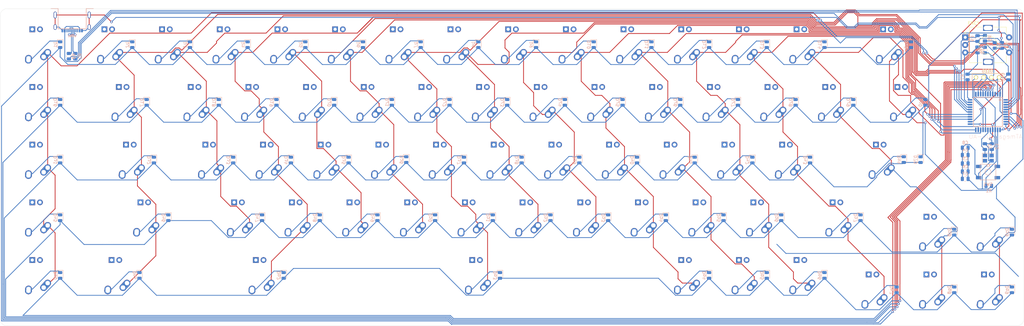
<source format=kicad_pcb>
(kicad_pcb (version 20171130) (host pcbnew "(5.1.9)-1")
  (layers (0 F.Cu signal) (31 B.Cu signal) (34 B.Paste user) (35 F.Paste user) (36 B.SilkS user) (37 F.SilkS user) (38 B.Mask user) (39 F.Mask user) (44 Edge.Cuts user))
  (net 0 "")
  (net 1 GND)
  (net 2 XTAL1)
  (net 3 XTAL2)
  (net 4 COL14)
  (net 5 VCC)
  (net 6 ROT_A)
  (net 7 ROT_B)
  (net 8 "Net-(C11-Pad2)")
  (net 9 ROW0)
  (net 10 "Net-(D1-Pad1)")
  (net 11 "Net-(D2-Pad1)")
  (net 12 "Net-(D3-Pad1)")
  (net 13 "Net-(D4-Pad1)")
  (net 14 "Net-(D5-Pad1)")
  (net 15 "Net-(D6-Pad1)")
  (net 16 "Net-(D7-Pad1)")
  (net 17 "Net-(D8-Pad1)")
  (net 18 "Net-(D9-Pad1)")
  (net 19 "Net-(D10-Pad1)")
  (net 20 "Net-(D11-Pad1)")
  (net 21 "Net-(D12-Pad1)")
  (net 22 "Net-(D13-Pad1)")
  (net 23 "Net-(D14-Pad1)")
  (net 24 "Net-(D15-Pad1)")
  (net 25 ROW1)
  (net 26 "Net-(D16-Pad1)")
  (net 27 "Net-(D17-Pad1)")
  (net 28 "Net-(D18-Pad1)")
  (net 29 "Net-(D19-Pad1)")
  (net 30 "Net-(D20-Pad1)")
  (net 31 "Net-(D21-Pad1)")
  (net 32 "Net-(D22-Pad1)")
  (net 33 "Net-(D23-Pad1)")
  (net 34 "Net-(D24-Pad1)")
  (net 35 "Net-(D25-Pad1)")
  (net 36 "Net-(D26-Pad1)")
  (net 37 "Net-(D27-Pad1)")
  (net 38 "Net-(D28-Pad1)")
  (net 39 "Net-(D29-Pad1)")
  (net 40 "Net-(D30-Pad1)")
  (net 41 ROW2)
  (net 42 "Net-(D31-Pad1)")
  (net 43 "Net-(D32-Pad1)")
  (net 44 "Net-(D33-Pad1)")
  (net 45 "Net-(D34-Pad1)")
  (net 46 "Net-(D35-Pad1)")
  (net 47 "Net-(D36-Pad1)")
  (net 48 "Net-(D37-Pad1)")
  (net 49 "Net-(D38-Pad1)")
  (net 50 "Net-(D39-Pad1)")
  (net 51 "Net-(D40-Pad1)")
  (net 52 "Net-(D41-Pad1)")
  (net 53 "Net-(D42-Pad1)")
  (net 54 "Net-(D43-Pad1)")
  (net 55 "Net-(D44-Pad1)")
  (net 56 ROW3)
  (net 57 "Net-(D45-Pad1)")
  (net 58 "Net-(D46-Pad1)")
  (net 59 "Net-(D47-Pad1)")
  (net 60 "Net-(D48-Pad1)")
  (net 61 "Net-(D49-Pad1)")
  (net 62 "Net-(D50-Pad1)")
  (net 63 "Net-(D51-Pad1)")
  (net 64 "Net-(D52-Pad1)")
  (net 65 "Net-(D53-Pad1)")
  (net 66 "Net-(D54-Pad1)")
  (net 67 "Net-(D55-Pad1)")
  (net 68 "Net-(D56-Pad1)")
  (net 69 "Net-(D57-Pad1)")
  (net 70 "Net-(D58-Pad1)")
  (net 71 "Net-(D59-Pad1)")
  (net 72 ROW4)
  (net 73 "Net-(D60-Pad1)")
  (net 74 "Net-(D61-Pad1)")
  (net 75 "Net-(D62-Pad1)")
  (net 76 "Net-(D63-Pad1)")
  (net 77 "Net-(D64-Pad1)")
  (net 78 "Net-(D65-Pad1)")
  (net 79 "Net-(D66-Pad1)")
  (net 80 "Net-(D67-Pad1)")
  (net 81 "Net-(D68-Pad1)")
  (net 82 "Net-(D69-Pad1)")
  (net 83 R_ENC)
  (net 84 COL0)
  (net 85 COL1)
  (net 86 COL2)
  (net 87 COL3)
  (net 88 COL4)
  (net 89 COL5)
  (net 90 COL6)
  (net 91 COL7)
  (net 92 COL8)
  (net 93 COL10)
  (net 94 COL11)
  (net 95 COL12)
  (net 96 COL13)
  (net 97 SCL)
  (net 98 SDA)
  (net 99 RESET)
  (net 100 "Net-(R2-Pad2)")
  (net 101 D-)
  (net 102 "Net-(R3-Pad2)")
  (net 103 D+)
  (net 104 "Net-(R7-Pad2)")
  (net 105 "Net-(U1-Pad42)")
  (net 106 COL9)
  (net 107 "Net-(USB1-Pad9)")
  (net 108 "Net-(USB1-Pad10)")
  (net 109 "Net-(USB1-Pad3)")
  (net 110 "Net-(USB1-Pad4)")
  (net 111 "Net-(U1-Pad1)")
  (module "Keyboard Master List:MX-1.5U" (layer F.Cu) (at 311.09158 44.45 180)
    (fp_text reference MX30)
    (fp_text value MX-NoLED-MX_Alps_Hybrid)
    (pad "" np_thru_hole circle (at 5.08 0 228.0996) (size 1.75 1.75) (drill 1.75) (layers *.Cu *.Mask))
    (pad "" np_thru_hole circle (at -5.08 0 228.0996) (size 1.75 1.75) (drill 1.75) (layers *.Cu *.Mask))
    (pad 4 thru_hole rect (at 1.27 5.08 180) (size 1.905 1.905) (drill 1.04) (layers *.Cu B.Mask))
    (pad 3 thru_hole circle (at -1.27 5.08 180) (size 1.905 1.905) (drill 1.04) (layers *.Cu B.Mask))
    (pad 1 thru_hole circle (at -2.5 -4 180) (size 2.25 2.25) (drill 1.47) (layers *.Cu B.Mask) (net 4 COL14))
    (pad "" np_thru_hole circle (at 0 0 180) (size 3.9878 3.9878) (drill 3.9878) (layers *.Cu *.Mask))
    (pad 1 thru_hole oval (at -3.81 -2.54 228.0996) (size 4.211556 2.25) (drill 1.47 (offset 0.980778 0)) (layers *.Cu B.Mask) (net 4 COL14))
    (pad 2 thru_hole circle (at 2.54 -5.08 180) (size 2.25 2.25) (drill 1.47) (layers *.Cu B.Mask) (net 40 "Net-(D30-Pad1)"))
    (pad 2 thru_hole oval (at 2.5 -4.5 266.0548) (size 2.831378 2.25) (drill 1.47 (offset 0.290689 0)) (layers *.Cu B.Mask) (net 40 "Net-(D30-Pad1)"))
  )
  (module "Keyboard Master List:MX-1U" (layer F.Cu) (at 49.2125 25.4 180)
    (fp_text reference MX2)
    (fp_text value MX-NoLED-MX_Alps_Hybrid)
    (pad 2 thru_hole oval (at 2.5 -4.5 266.0548) (size 2.831378 2.25) (drill 1.47 (offset 0.290689 0)) (layers *.Cu B.Mask) (net 11 "Net-(D2-Pad1)"))
    (pad 2 thru_hole circle (at 2.54 -5.08 180) (size 2.25 2.25) (drill 1.47) (layers *.Cu B.Mask) (net 11 "Net-(D2-Pad1)"))
    (pad 1 thru_hole oval (at -3.81 -2.54 228.0996) (size 4.211556 2.25) (drill 1.47 (offset 0.980778 0)) (layers *.Cu B.Mask) (net 85 COL1))
    (pad "" np_thru_hole circle (at 0 0 180) (size 3.9878 3.9878) (drill 3.9878) (layers *.Cu *.Mask))
    (pad 1 thru_hole circle (at -2.5 -4 180) (size 2.25 2.25) (drill 1.47) (layers *.Cu B.Mask) (net 85 COL1))
    (pad 3 thru_hole circle (at -1.27 5.08 180) (size 1.905 1.905) (drill 1.04) (layers *.Cu B.Mask))
    (pad 4 thru_hole rect (at 1.27 5.08 180) (size 1.905 1.905) (drill 1.04) (layers *.Cu B.Mask))
    (pad "" np_thru_hole circle (at -5.08 0 228.0996) (size 1.75 1.75) (drill 1.75) (layers *.Cu *.Mask))
    (pad "" np_thru_hole circle (at 5.08 0 228.0996) (size 1.75 1.75) (drill 1.75) (layers *.Cu *.Mask))
  )
  (module "Keebio Parts:Crystal_SMD_3225-4pin_3.2x2.5mm" (layer B.Cu) (at 339.852 62.865)
    (fp_text reference X1 (at 0 2.45) (layer B.SilkS) (effects (font (size 0.8 0.8)) (justify mirror)))
    (fp_text value XTAL_GND)
    (pad 4 smd rect (at -1.1 0.85) (size 1.4 1.2) (layers B.Cu B.Paste B.Mask))
    (pad 3 smd rect (at 1.1 0.85) (size 1.4 1.2) (layers B.Cu B.Paste B.Mask) (net 1 GND))
    (pad 2 smd rect (at 1.1 -0.85) (size 1.4 1.2) (layers B.Cu B.Paste B.Mask) (net 3 XTAL2))
    (pad 1 smd rect (at -1.1 -0.85) (size 1.4 1.2) (layers B.Cu B.Paste B.Mask) (net 2 XTAL1))
  )
  (module "Keebio Parts:USB-C-12-Pin-MidMount" (layer B.Cu) (at 37.30625 13.49375 180)
    (fp_text reference USB1 (at 0 -9) (layer B.SilkS) (effects (font (size 0.7 0.7)) (justify mirror)))
    (fp_text value HRO-TYPE-C-31-M-12)
    (pad 12 smd rect (at -3.225 -7.235 180) (size 0.6 1.15) (layers B.Cu B.Paste B.Mask) (net 1 GND))
    (pad 11 smd rect (at -2.45 -7.235 180) (size 0.6 1.15) (layers B.Cu B.Paste B.Mask) (net 5 VCC))
    (pad 1 smd rect (at 3.225 -7.235 180) (size 0.6 1.15) (layers B.Cu B.Paste B.Mask) (net 1 GND))
    (pad 2 smd rect (at 2.45 -7.235 180) (size 0.6 1.15) (layers B.Cu B.Paste B.Mask) (net 5 VCC))
    (pad 9 smd rect (at -1.25 -7.235 180) (size 0.3 1.15) (layers B.Cu B.Paste B.Mask) (net 107 "Net-(USB1-Pad9)"))
    (pad 10 smd rect (at -1.75 -7.235 180) (size 0.3 1.15) (layers B.Cu B.Paste B.Mask) (net 108 "Net-(USB1-Pad10)"))
    (pad 3 smd rect (at 1.75 -7.235 180) (size 0.3 1.15) (layers B.Cu B.Paste B.Mask) (net 109 "Net-(USB1-Pad3)"))
    (pad 4 smd rect (at 1.25 -7.235 180) (size 0.3 1.15) (layers B.Cu B.Paste B.Mask) (net 110 "Net-(USB1-Pad4)"))
    (pad 8 smd rect (at -0.75 -7.235 180) (size 0.3 1.15) (layers B.Cu B.Paste B.Mask) (net 102 "Net-(R3-Pad2)"))
    (pad 5 smd rect (at 0.75 -7.235 180) (size 0.3 1.15) (layers B.Cu B.Paste B.Mask) (net 100 "Net-(R2-Pad2)"))
    (pad 7 smd rect (at -0.25 -7.235 180) (size 0.3 1.15) (layers B.Cu B.Paste B.Mask) (net 100 "Net-(R2-Pad2)"))
    (pad 6 smd rect (at 0.25 -7.235 180) (size 0.3 1.15) (layers B.Cu B.Paste B.Mask) (net 102 "Net-(R3-Pad2)"))
    (pad 13 thru_hole oval (at 5.62 -2.1 180) (size 1 2.2) (drill oval 0.6 1.8) (layers *.Cu *.Mask) (net 1 GND))
    (pad 13 thru_hole oval (at -5.62 -2.1 180) (size 1 2.2) (drill oval 0.6 1.8) (layers *.Cu *.Mask) (net 1 GND))
    (pad 13 thru_hole oval (at -5.62 -6.1 180) (size 1 1.8) (drill oval 0.6 1.4) (layers *.Cu *.Mask) (net 1 GND))
    (pad 13 thru_hole oval (at 5.62 -6.1 180) (size 1 1.8) (drill oval 0.6 1.4) (layers *.Cu *.Mask) (net 1 GND))
  )
  (module "Keebio Parts:ATMEGA32U4-AU" (layer B.Cu) (at 339.725 47.625 180)
    (fp_text reference U1 (at -3.474 8.014) (layer B.SilkS) (effects (font (size 1.4 1.4) (thickness 0.05)) (justify mirror)))
    (fp_text value ATmega32U4-AU (at -2.55 -8.1261) (layer B.SilkS) (effects (font (size 1.4 1.4) (thickness 0.05)) (justify mirror)))
    (pad 1 smd rect (at -5.9 4 180) (size 1.5 0.5) (layers B.Cu B.Paste B.Mask) (net 111 "Net-(U1-Pad1)"))
    (pad 2 smd rect (at -5.9 3.2 180) (size 1.5 0.5) (layers B.Cu B.Paste B.Mask) (net 5 VCC))
    (pad 3 smd rect (at -5.9 2.4 180) (size 1.5 0.5) (layers B.Cu B.Paste B.Mask) (net 101 D-))
    (pad 4 smd rect (at -5.9 1.6 180) (size 1.5 0.5) (layers B.Cu B.Paste B.Mask) (net 103 D+))
    (pad 5 smd rect (at -5.9 0.8 180) (size 1.5 0.5) (layers B.Cu B.Paste B.Mask) (net 1 GND))
    (pad 6 smd rect (at -5.9 0 180) (size 1.5 0.5) (layers B.Cu B.Paste B.Mask) (net 8 "Net-(C11-Pad2)"))
    (pad 7 smd rect (at -5.9 -0.8 180) (size 1.5 0.5) (layers B.Cu B.Paste B.Mask) (net 5 VCC))
    (pad 8 smd rect (at -5.9 -1.6 180) (size 1.5 0.5) (layers B.Cu B.Paste B.Mask) (net 84 COL0))
    (pad 9 smd rect (at -5.9 -2.4 180) (size 1.5 0.5) (layers B.Cu B.Paste B.Mask) (net 85 COL1))
    (pad 10 smd rect (at -5.9 -3.2 180) (size 1.5 0.5) (layers B.Cu B.Paste B.Mask) (net 86 COL2))
    (pad 11 smd rect (at -5.9 -4 180) (size 1.5 0.5) (layers B.Cu B.Paste B.Mask) (net 87 COL3))
    (pad 12 smd rect (at -4 -5.9 180) (size 0.5 1.5) (layers B.Cu B.Paste B.Mask) (net 91 COL7))
    (pad 13 smd rect (at -3.2 -5.9 180) (size 0.5 1.5) (layers B.Cu B.Paste B.Mask) (net 99 RESET))
    (pad 14 smd rect (at -2.4 -5.9 180) (size 0.5 1.5) (layers B.Cu B.Paste B.Mask) (net 5 VCC))
    (pad 15 smd rect (at -1.6 -5.9 180) (size 0.5 1.5) (layers B.Cu B.Paste B.Mask) (net 1 GND))
    (pad 16 smd rect (at -0.8 -5.9 180) (size 0.5 1.5) (layers B.Cu B.Paste B.Mask) (net 3 XTAL2))
    (pad 17 smd rect (at 0 -5.9 180) (size 0.5 1.5) (layers B.Cu B.Paste B.Mask) (net 2 XTAL1))
    (pad 18 smd rect (at 0.8 -5.9 180) (size 0.5 1.5) (layers B.Cu B.Paste B.Mask) (net 97 SCL))
    (pad 19 smd rect (at 1.6 -5.9 180) (size 0.5 1.5) (layers B.Cu B.Paste B.Mask) (net 98 SDA))
    (pad 20 smd rect (at 2.4 -5.9 180) (size 0.5 1.5) (layers B.Cu B.Paste B.Mask) (net 92 COL8))
    (pad 21 smd rect (at 3.2 -5.9 180) (size 0.5 1.5) (layers B.Cu B.Paste B.Mask) (net 106 COL9))
    (pad 22 smd rect (at 4 -5.9 180) (size 0.5 1.5) (layers B.Cu B.Paste B.Mask) (net 94 COL11))
    (pad 23 smd rect (at 5.9 -4 180) (size 1.5 0.5) (layers B.Cu B.Paste B.Mask) (net 1 GND))
    (pad 24 smd rect (at 5.9 -3.2 180) (size 1.5 0.5) (layers B.Cu B.Paste B.Mask) (net 5 VCC))
    (pad 25 smd rect (at 5.9 -2.4 180) (size 1.5 0.5) (layers B.Cu B.Paste B.Mask) (net 93 COL10))
    (pad 26 smd rect (at 5.9 -1.6 180) (size 1.5 0.5) (layers B.Cu B.Paste B.Mask) (net 95 COL12))
    (pad 27 smd rect (at 5.9 -0.8 180) (size 1.5 0.5) (layers B.Cu B.Paste B.Mask) (net 96 COL13))
    (pad 28 smd rect (at 5.9 0 180) (size 1.5 0.5) (layers B.Cu B.Paste B.Mask) (net 88 COL4))
    (pad 29 smd rect (at 5.9 0.8 180) (size 1.5 0.5) (layers B.Cu B.Paste B.Mask) (net 89 COL5))
    (pad 30 smd rect (at 5.9 1.6 180) (size 1.5 0.5) (layers B.Cu B.Paste B.Mask) (net 90 COL6))
    (pad 31 smd rect (at 5.9 2.4 180) (size 1.5 0.5) (layers B.Cu B.Paste B.Mask) (net 6 ROT_A))
    (pad 32 smd rect (at 5.9 3.2 180) (size 1.5 0.5) (layers B.Cu B.Paste B.Mask) (net 7 ROT_B))
    (pad 33 smd rect (at 5.9 4 180) (size 1.5 0.5) (layers B.Cu B.Paste B.Mask) (net 104 "Net-(R7-Pad2)"))
    (pad 34 smd rect (at 4 5.9 180) (size 0.5 1.5) (layers B.Cu B.Paste B.Mask) (net 5 VCC))
    (pad 35 smd rect (at 3.2 5.9 180) (size 0.5 1.5) (layers B.Cu B.Paste B.Mask) (net 1 GND))
    (pad 36 smd rect (at 2.4 5.9 180) (size 0.5 1.5) (layers B.Cu B.Paste B.Mask) (net 4 COL14))
    (pad 37 smd rect (at 1.6 5.9 180) (size 0.5 1.5) (layers B.Cu B.Paste B.Mask) (net 72 ROW4))
    (pad 38 smd rect (at 0.8 5.9 180) (size 0.5 1.5) (layers B.Cu B.Paste B.Mask) (net 56 ROW3))
    (pad 39 smd rect (at 0 5.9 180) (size 0.5 1.5) (layers B.Cu B.Paste B.Mask) (net 41 ROW2))
    (pad 40 smd rect (at -0.8 5.9 180) (size 0.5 1.5) (layers B.Cu B.Paste B.Mask) (net 25 ROW1))
    (pad 41 smd rect (at -1.6 5.9 180) (size 0.5 1.5) (layers B.Cu B.Paste B.Mask) (net 9 ROW0))
    (pad 42 smd rect (at -2.4 5.9 180) (size 0.5 1.5) (layers B.Cu B.Paste B.Mask) (net 105 "Net-(U1-Pad42)"))
    (pad 43 smd rect (at -3.2 5.9 180) (size 0.5 1.5) (layers B.Cu B.Paste B.Mask) (net 1 GND))
    (pad 44 smd rect (at -4 5.9 180) (size 0.5 1.5) (layers B.Cu B.Paste B.Mask) (net 5 VCC))
  )
  (module "Keyboard Master List:SKQG-1155865" (layer B.Cu) (at 339.75675 67.46875 180)
    (fp_text reference SW1 (at 0 -4.064) (layer B.SilkS) (effects (justify mirror)))
    (fp_text value SW_PUSH)
    (pad 1 smd rect (at 3.1 -1.85 180) (size 1.8 1.1) (layers B.Cu B.Paste B.Mask) (net 1 GND))
    (pad 2 smd rect (at -3.1 1.85 180) (size 1.8 1.1) (layers B.Cu B.Paste B.Mask) (net 99 RESET))
    (pad 3 smd rect (at 3.1 1.85 180) (size 1.8 1.1) (layers B.Cu B.Paste B.Mask))
    (pad 4 smd rect (at -3.1 -1.85 180) (size 1.8 1.1) (layers B.Cu B.Paste B.Mask))
  )
  (module Resistor_SMD:R_0805_2012Metric (layer B.Cu) (at 332.994 36.068 270)
    (fp_text reference R7 (at 0 1.65 270) (layer B.SilkS) (effects (justify mirror)))
    (fp_text value 10k)
    (pad 1 smd roundrect (at -0.9125 0 270) (size 1.025 1.4) (layers B.Cu B.Paste B.Mask) (roundrect_rratio 0.243902) (net 1 GND))
    (pad 2 smd roundrect (at 0.9125 0 270) (size 1.025 1.4) (layers B.Cu B.Paste B.Mask) (roundrect_rratio 0.243902) (net 104 "Net-(R7-Pad2)"))
  )
  (module Resistor_SMD:R_0805_2012Metric (layer B.Cu) (at 338.709 27.178 270)
    (fp_text reference R6 (at 0 1.65 270) (layer B.SilkS) (effects (justify mirror)))
    (fp_text value 10k)
    (pad 1 smd roundrect (at -0.9125 0 270) (size 1.025 1.4) (layers B.Cu B.Paste B.Mask) (roundrect_rratio 0.243902) (net 7 ROT_B))
    (pad 2 smd roundrect (at 0.9125 0 270) (size 1.025 1.4) (layers B.Cu B.Paste B.Mask) (roundrect_rratio 0.243902) (net 5 VCC))
  )
  (module Resistor_SMD:R_0805_2012Metric (layer B.Cu) (at 338.74625 23.2745 90)
    (fp_text reference R5 (at 0 1.65 270) (layer B.SilkS) (effects (justify mirror)))
    (fp_text value 10k)
    (pad 1 smd roundrect (at -0.9125 0 90) (size 1.025 1.4) (layers B.Cu B.Paste B.Mask) (roundrect_rratio 0.243902) (net 5 VCC))
    (pad 2 smd roundrect (at 0.9125 0 90) (size 1.025 1.4) (layers B.Cu B.Paste B.Mask) (roundrect_rratio 0.243902) (net 6 ROT_A))
  )
  (module Resistor_SMD:R_0805_2012Metric (layer B.Cu) (at 342.011 25.654 90)
    (fp_text reference R4 (at 0 1.65 -90) (layer B.SilkS) (effects (justify mirror)))
    (fp_text value 10k)
    (pad 1 smd roundrect (at -0.9125 0 90) (size 1.025 1.4) (layers B.Cu B.Paste B.Mask) (roundrect_rratio 0.243902) (net 4 COL14))
    (pad 2 smd roundrect (at 0.9125 0 90) (size 1.025 1.4) (layers B.Cu B.Paste B.Mask) (roundrect_rratio 0.243902) (net 5 VCC))
  )
  (module Resistor_SMD:R_0805_2012Metric (layer B.Cu) (at 36.195 29.21 90)
    (fp_text reference R3 (at 0 1.65 90) (layer B.SilkS) (effects (justify mirror)))
    (fp_text value 22)
    (pad 1 smd roundrect (at -0.9125 0 90) (size 1.025 1.4) (layers B.Cu B.Paste B.Mask) (roundrect_rratio 0.243902) (net 103 D+))
    (pad 2 smd roundrect (at 0.9125 0 90) (size 1.025 1.4) (layers B.Cu B.Paste B.Mask) (roundrect_rratio 0.243902) (net 102 "Net-(R3-Pad2)"))
  )
  (module Resistor_SMD:R_0805_2012Metric (layer B.Cu) (at 38.354 29.21 90)
    (fp_text reference R2 (at 0 1.65 90) (layer B.SilkS) (effects (justify mirror)))
    (fp_text value 22)
    (pad 1 smd roundrect (at -0.9125 0 90) (size 1.025 1.4) (layers B.Cu B.Paste B.Mask) (roundrect_rratio 0.243902) (net 101 D-))
    (pad 2 smd roundrect (at 0.9125 0 90) (size 1.025 1.4) (layers B.Cu B.Paste B.Mask) (roundrect_rratio 0.243902) (net 100 "Net-(R2-Pad2)"))
  )
  (module Resistor_SMD:R_0805_2012Metric (layer B.Cu) (at 340.01075 72.04075)
    (fp_text reference R1 (at 0 1.65) (layer B.SilkS) (effects (justify mirror)))
    (fp_text value 10k)
    (pad 1 smd roundrect (at -0.9125 0) (size 1.025 1.4) (layers B.Cu B.Paste B.Mask) (roundrect_rratio 0.243902) (net 99 RESET))
    (pad 2 smd roundrect (at 0.9125 0) (size 1.025 1.4) (layers B.Cu B.Paste B.Mask) (roundrect_rratio 0.243902) (net 5 VCC))
  )
  (module "Keyboard Master List:OLED" (layer F.Cu) (at 335.788 36.195)
    (fp_text reference OL1)
    (fp_text value OLED-kbd hide)
    (fp_text user OLED (at 3.75 -2.1) (layer B.SilkS) (effects (justify mirror)))
    (fp_text user OLED (at 3.8 -2.1) (layer F.SilkS))
    (pad 4 thru_hole circle (at 7.62 0) (size 1.397 1.397) (drill 0.8128) (layers *.Cu *.Mask F.SilkS) (net 1 GND))
    (pad 3 thru_hole circle (at 5.08 0) (size 1.397 1.397) (drill 0.8128) (layers *.Cu *.Mask F.SilkS) (net 5 VCC))
    (pad 2 thru_hole circle (at 2.54 0) (size 1.397 1.397) (drill 0.8128) (layers *.Cu *.Mask F.SilkS) (net 97 SCL))
    (pad 1 thru_hole circle (at 0 0) (size 1.397 1.397) (drill 0.8128) (layers *.Cu *.Mask F.SilkS) (net 98 SDA))
  )
  (module "Keyboard Master List:MX-1U" (layer F.Cu) (at 339.725 106.3625 180)
    (fp_text reference MX69)
    (fp_text value MX-NoLED-MX_Alps_Hybrid)
    (pad 2 thru_hole oval (at 2.5 -4.5 266.0548) (size 2.831378 2.25) (drill 1.47 (offset 0.290689 0)) (layers *.Cu B.Mask) (net 82 "Net-(D69-Pad1)"))
    (pad 2 thru_hole circle (at 2.54 -5.08 180) (size 2.25 2.25) (drill 1.47) (layers *.Cu B.Mask) (net 82 "Net-(D69-Pad1)"))
    (pad 1 thru_hole oval (at -3.81 -2.54 228.0996) (size 4.211556 2.25) (drill 1.47 (offset 0.980778 0)) (layers *.Cu B.Mask) (net 4 COL14))
    (pad "" np_thru_hole circle (at 0 0 180) (size 3.9878 3.9878) (drill 3.9878) (layers *.Cu *.Mask))
    (pad 1 thru_hole circle (at -2.5 -4 180) (size 2.25 2.25) (drill 1.47) (layers *.Cu B.Mask) (net 4 COL14))
    (pad 3 thru_hole circle (at -1.27 5.08 180) (size 1.905 1.905) (drill 1.04) (layers *.Cu B.Mask))
    (pad 4 thru_hole rect (at 1.27 5.08 180) (size 1.905 1.905) (drill 1.04) (layers *.Cu B.Mask))
    (pad "" np_thru_hole circle (at -5.08 0 228.0996) (size 1.75 1.75) (drill 1.75) (layers *.Cu *.Mask))
    (pad "" np_thru_hole circle (at 5.08 0 228.0996) (size 1.75 1.75) (drill 1.75) (layers *.Cu *.Mask))
  )
  (module "Keyboard Master List:MX-1U" (layer F.Cu) (at 320.675 106.3625 180)
    (fp_text reference MX68)
    (fp_text value MX-NoLED-MX_Alps_Hybrid)
    (pad 2 thru_hole oval (at 2.5 -4.5 266.0548) (size 2.831378 2.25) (drill 1.47 (offset 0.290689 0)) (layers *.Cu B.Mask) (net 81 "Net-(D68-Pad1)"))
    (pad 2 thru_hole circle (at 2.54 -5.08 180) (size 2.25 2.25) (drill 1.47) (layers *.Cu B.Mask) (net 81 "Net-(D68-Pad1)"))
    (pad 1 thru_hole oval (at -3.81 -2.54 228.0996) (size 4.211556 2.25) (drill 1.47 (offset 0.980778 0)) (layers *.Cu B.Mask) (net 96 COL13))
    (pad "" np_thru_hole circle (at 0 0 180) (size 3.9878 3.9878) (drill 3.9878) (layers *.Cu *.Mask))
    (pad 1 thru_hole circle (at -2.5 -4 180) (size 2.25 2.25) (drill 1.47) (layers *.Cu B.Mask) (net 96 COL13))
    (pad 3 thru_hole circle (at -1.27 5.08 180) (size 1.905 1.905) (drill 1.04) (layers *.Cu B.Mask))
    (pad 4 thru_hole rect (at 1.27 5.08 180) (size 1.905 1.905) (drill 1.04) (layers *.Cu B.Mask))
    (pad "" np_thru_hole circle (at -5.08 0 228.0996) (size 1.75 1.75) (drill 1.75) (layers *.Cu *.Mask))
    (pad "" np_thru_hole circle (at 5.08 0 228.0996) (size 1.75 1.75) (drill 1.75) (layers *.Cu *.Mask))
  )
  (module "Keyboard Master List:MX-1U" (layer F.Cu) (at 301.625 106.3625 180)
    (fp_text reference MX67)
    (fp_text value MX-NoLED-MX_Alps_Hybrid)
    (pad 2 thru_hole oval (at 2.5 -4.5 266.0548) (size 2.831378 2.25) (drill 1.47 (offset 0.290689 0)) (layers *.Cu B.Mask) (net 80 "Net-(D67-Pad1)"))
    (pad 2 thru_hole circle (at 2.54 -5.08 180) (size 2.25 2.25) (drill 1.47) (layers *.Cu B.Mask) (net 80 "Net-(D67-Pad1)"))
    (pad 1 thru_hole oval (at -3.81 -2.54 228.0996) (size 4.211556 2.25) (drill 1.47 (offset 0.980778 0)) (layers *.Cu B.Mask) (net 95 COL12))
    (pad "" np_thru_hole circle (at 0 0 180) (size 3.9878 3.9878) (drill 3.9878) (layers *.Cu *.Mask))
    (pad 1 thru_hole circle (at -2.5 -4 180) (size 2.25 2.25) (drill 1.47) (layers *.Cu B.Mask) (net 95 COL12))
    (pad 3 thru_hole circle (at -1.27 5.08 180) (size 1.905 1.905) (drill 1.04) (layers *.Cu B.Mask))
    (pad 4 thru_hole rect (at 1.27 5.08 180) (size 1.905 1.905) (drill 1.04) (layers *.Cu B.Mask))
    (pad "" np_thru_hole circle (at -5.08 0 228.0996) (size 1.75 1.75) (drill 1.75) (layers *.Cu *.Mask))
    (pad "" np_thru_hole circle (at 5.08 0 228.0996) (size 1.75 1.75) (drill 1.75) (layers *.Cu *.Mask))
  )
  (module "Keyboard Master List:MX-1U" (layer F.Cu) (at 277.8125 101.6 180)
    (fp_text reference MX66)
    (fp_text value MX-NoLED-MX_Alps_Hybrid)
    (pad 2 thru_hole oval (at 2.5 -4.5 266.0548) (size 2.831378 2.25) (drill 1.47 (offset 0.290689 0)) (layers *.Cu B.Mask) (net 79 "Net-(D66-Pad1)"))
    (pad 2 thru_hole circle (at 2.54 -5.08 180) (size 2.25 2.25) (drill 1.47) (layers *.Cu B.Mask) (net 79 "Net-(D66-Pad1)"))
    (pad 1 thru_hole oval (at -3.81 -2.54 228.0996) (size 4.211556 2.25) (drill 1.47 (offset 0.980778 0)) (layers *.Cu B.Mask) (net 94 COL11))
    (pad "" np_thru_hole circle (at 0 0 180) (size 3.9878 3.9878) (drill 3.9878) (layers *.Cu *.Mask))
    (pad 1 thru_hole circle (at -2.5 -4 180) (size 2.25 2.25) (drill 1.47) (layers *.Cu B.Mask) (net 94 COL11))
    (pad 3 thru_hole circle (at -1.27 5.08 180) (size 1.905 1.905) (drill 1.04) (layers *.Cu B.Mask))
    (pad 4 thru_hole rect (at 1.27 5.08 180) (size 1.905 1.905) (drill 1.04) (layers *.Cu B.Mask))
    (pad "" np_thru_hole circle (at -5.08 0 228.0996) (size 1.75 1.75) (drill 1.75) (layers *.Cu *.Mask))
    (pad "" np_thru_hole circle (at 5.08 0 228.0996) (size 1.75 1.75) (drill 1.75) (layers *.Cu *.Mask))
  )
  (module "Keyboard Master List:MX-1U" (layer F.Cu) (at 258.7625 101.6 180)
    (fp_text reference MX65)
    (fp_text value MX-NoLED-MX_Alps_Hybrid)
    (pad 2 thru_hole oval (at 2.5 -4.5 266.0548) (size 2.831378 2.25) (drill 1.47 (offset 0.290689 0)) (layers *.Cu B.Mask) (net 78 "Net-(D65-Pad1)"))
    (pad 2 thru_hole circle (at 2.54 -5.08 180) (size 2.25 2.25) (drill 1.47) (layers *.Cu B.Mask) (net 78 "Net-(D65-Pad1)"))
    (pad 1 thru_hole oval (at -3.81 -2.54 228.0996) (size 4.211556 2.25) (drill 1.47 (offset 0.980778 0)) (layers *.Cu B.Mask) (net 93 COL10))
    (pad "" np_thru_hole circle (at 0 0 180) (size 3.9878 3.9878) (drill 3.9878) (layers *.Cu *.Mask))
    (pad 1 thru_hole circle (at -2.5 -4 180) (size 2.25 2.25) (drill 1.47) (layers *.Cu B.Mask) (net 93 COL10))
    (pad 3 thru_hole circle (at -1.27 5.08 180) (size 1.905 1.905) (drill 1.04) (layers *.Cu B.Mask))
    (pad 4 thru_hole rect (at 1.27 5.08 180) (size 1.905 1.905) (drill 1.04) (layers *.Cu B.Mask))
    (pad "" np_thru_hole circle (at -5.08 0 228.0996) (size 1.75 1.75) (drill 1.75) (layers *.Cu *.Mask))
    (pad "" np_thru_hole circle (at 5.08 0 228.0996) (size 1.75 1.75) (drill 1.75) (layers *.Cu *.Mask))
  )
  (module "Keyboard Master List:MX-1U" (layer F.Cu) (at 239.7125 101.6 180)
    (fp_text reference MX64)
    (fp_text value MX-NoLED-MX_Alps_Hybrid)
    (pad 2 thru_hole oval (at 2.5 -4.5 266.0548) (size 2.831378 2.25) (drill 1.47 (offset 0.290689 0)) (layers *.Cu B.Mask) (net 77 "Net-(D64-Pad1)"))
    (pad 2 thru_hole circle (at 2.54 -5.08 180) (size 2.25 2.25) (drill 1.47) (layers *.Cu B.Mask) (net 77 "Net-(D64-Pad1)"))
    (pad 1 thru_hole oval (at -3.81 -2.54 228.0996) (size 4.211556 2.25) (drill 1.47 (offset 0.980778 0)) (layers *.Cu B.Mask) (net 106 COL9))
    (pad "" np_thru_hole circle (at 0 0 180) (size 3.9878 3.9878) (drill 3.9878) (layers *.Cu *.Mask))
    (pad 1 thru_hole circle (at -2.5 -4 180) (size 2.25 2.25) (drill 1.47) (layers *.Cu B.Mask) (net 106 COL9))
    (pad 3 thru_hole circle (at -1.27 5.08 180) (size 1.905 1.905) (drill 1.04) (layers *.Cu B.Mask))
    (pad 4 thru_hole rect (at 1.27 5.08 180) (size 1.905 1.905) (drill 1.04) (layers *.Cu B.Mask))
    (pad "" np_thru_hole circle (at -5.08 0 228.0996) (size 1.75 1.75) (drill 1.75) (layers *.Cu *.Mask))
    (pad "" np_thru_hole circle (at 5.08 0 228.0996) (size 1.75 1.75) (drill 1.75) (layers *.Cu *.Mask))
  )
  (module "Keyboard Master List:MX-6.25U" (layer F.Cu) (at 170.688 101.6 180)
    (fp_text reference MX63)
    (fp_text value MX-NoLED-MX_Alps_Hybrid)
    (pad 2 thru_hole oval (at 2.5 -4.5 266.0548) (size 2.831378 2.25) (drill 1.47 (offset 0.290689 0)) (layers *.Cu B.Mask) (net 76 "Net-(D63-Pad1)"))
    (pad 2 thru_hole circle (at 2.54 -5.08 180) (size 2.25 2.25) (drill 1.47) (layers *.Cu B.Mask) (net 76 "Net-(D63-Pad1)"))
    (pad 1 thru_hole oval (at -3.81 -2.54 228.0996) (size 4.211556 2.25) (drill 1.47 (offset 0.980778 0)) (layers *.Cu B.Mask) (net 90 COL6))
    (pad "" np_thru_hole circle (at 0 0 180) (size 3.9878 3.9878) (drill 3.9878) (layers *.Cu *.Mask))
    (pad 1 thru_hole circle (at -2.5 -4 180) (size 2.25 2.25) (drill 1.47) (layers *.Cu B.Mask) (net 90 COL6))
    (pad 3 thru_hole circle (at -1.27 5.08 180) (size 1.905 1.905) (drill 1.04) (layers *.Cu B.Mask))
    (pad 4 thru_hole rect (at 1.27 5.08 180) (size 1.905 1.905) (drill 1.04) (layers *.Cu B.Mask))
    (pad "" np_thru_hole circle (at -5.08 0 228.0996) (size 1.75 1.75) (drill 1.75) (layers *.Cu *.Mask))
    (pad "" np_thru_hole circle (at 5.08 0 228.0996) (size 1.75 1.75) (drill 1.75) (layers *.Cu *.Mask))
    (pad "" np_thru_hole circle (at -49.9999 -6.985 180) (size 3.048 3.048) (drill 3.048) (layers *.Cu *.Mask))
    (pad "" np_thru_hole circle (at 49.9999 -6.985 180) (size 3.048 3.048) (drill 3.048) (layers *.Cu *.Mask))
    (pad "" np_thru_hole circle (at -49.9999 8.255 180) (size 3.9878 3.9878) (drill 3.9878) (layers *.Cu *.Mask))
    (pad "" np_thru_hole circle (at 49.9999 8.255 180) (size 3.9878 3.9878) (drill 3.9878) (layers *.Cu *.Mask))
  )
  (module "Keyboard Master List:MX-1.25U" (layer F.Cu) (at 99.21875 101.6 180)
    (fp_text reference MX62)
    (fp_text value MX-NoLED-MX_Alps_Hybrid)
    (pad 2 thru_hole oval (at 2.5 -4.5 266.0548) (size 2.831378 2.25) (drill 1.47 (offset 0.290689 0)) (layers *.Cu B.Mask) (net 75 "Net-(D62-Pad1)"))
    (pad 2 thru_hole circle (at 2.54 -5.08 180) (size 2.25 2.25) (drill 1.47) (layers *.Cu B.Mask) (net 75 "Net-(D62-Pad1)"))
    (pad 1 thru_hole oval (at -3.81 -2.54 228.0996) (size 4.211556 2.25) (drill 1.47 (offset 0.980778 0)) (layers *.Cu B.Mask) (net 87 COL3))
    (pad "" np_thru_hole circle (at 0 0 180) (size 3.9878 3.9878) (drill 3.9878) (layers *.Cu *.Mask))
    (pad 1 thru_hole circle (at -2.5 -4 180) (size 2.25 2.25) (drill 1.47) (layers *.Cu B.Mask) (net 87 COL3))
    (pad 3 thru_hole circle (at -1.27 5.08 180) (size 1.905 1.905) (drill 1.04) (layers *.Cu B.Mask))
    (pad 4 thru_hole rect (at 1.27 5.08 180) (size 1.905 1.905) (drill 1.04) (layers *.Cu B.Mask))
    (pad "" np_thru_hole circle (at -5.08 0 228.0996) (size 1.75 1.75) (drill 1.75) (layers *.Cu *.Mask))
    (pad "" np_thru_hole circle (at 5.08 0 228.0996) (size 1.75 1.75) (drill 1.75) (layers *.Cu *.Mask))
  )
  (module "Keyboard Master List:MX-1.25U" (layer F.Cu) (at 51.59375 101.6 180)
    (fp_text reference MX61)
    (fp_text value MX-NoLED-MX_Alps_Hybrid)
    (pad 2 thru_hole oval (at 2.5 -4.5 266.0548) (size 2.831378 2.25) (drill 1.47 (offset 0.290689 0)) (layers *.Cu B.Mask) (net 74 "Net-(D61-Pad1)"))
    (pad 2 thru_hole circle (at 2.54 -5.08 180) (size 2.25 2.25) (drill 1.47) (layers *.Cu B.Mask) (net 74 "Net-(D61-Pad1)"))
    (pad 1 thru_hole oval (at -3.81 -2.54 228.0996) (size 4.211556 2.25) (drill 1.47 (offset 0.980778 0)) (layers *.Cu B.Mask) (net 85 COL1))
    (pad "" np_thru_hole circle (at 0 0 180) (size 3.9878 3.9878) (drill 3.9878) (layers *.Cu *.Mask))
    (pad 1 thru_hole circle (at -2.5 -4 180) (size 2.25 2.25) (drill 1.47) (layers *.Cu B.Mask) (net 85 COL1))
    (pad 3 thru_hole circle (at -1.27 5.08 180) (size 1.905 1.905) (drill 1.04) (layers *.Cu B.Mask))
    (pad 4 thru_hole rect (at 1.27 5.08 180) (size 1.905 1.905) (drill 1.04) (layers *.Cu B.Mask))
    (pad "" np_thru_hole circle (at -5.08 0 228.0996) (size 1.75 1.75) (drill 1.75) (layers *.Cu *.Mask))
    (pad "" np_thru_hole circle (at 5.08 0 228.0996) (size 1.75 1.75) (drill 1.75) (layers *.Cu *.Mask))
  )
  (module "Keyboard Master List:MX-1U" (layer F.Cu) (at 25.4 101.6 180)
    (fp_text reference MX60)
    (fp_text value MX-NoLED-MX_Alps_Hybrid)
    (pad 2 thru_hole oval (at 2.5 -4.5 266.0548) (size 2.831378 2.25) (drill 1.47 (offset 0.290689 0)) (layers *.Cu B.Mask) (net 73 "Net-(D60-Pad1)"))
    (pad 2 thru_hole circle (at 2.54 -5.08 180) (size 2.25 2.25) (drill 1.47) (layers *.Cu B.Mask) (net 73 "Net-(D60-Pad1)"))
    (pad 1 thru_hole oval (at -3.81 -2.54 228.0996) (size 4.211556 2.25) (drill 1.47 (offset 0.980778 0)) (layers *.Cu B.Mask) (net 84 COL0))
    (pad "" np_thru_hole circle (at 0 0 180) (size 3.9878 3.9878) (drill 3.9878) (layers *.Cu *.Mask))
    (pad 1 thru_hole circle (at -2.5 -4 180) (size 2.25 2.25) (drill 1.47) (layers *.Cu B.Mask) (net 84 COL0))
    (pad 3 thru_hole circle (at -1.27 5.08 180) (size 1.905 1.905) (drill 1.04) (layers *.Cu B.Mask))
    (pad 4 thru_hole rect (at 1.27 5.08 180) (size 1.905 1.905) (drill 1.04) (layers *.Cu B.Mask))
    (pad "" np_thru_hole circle (at -5.08 0 228.0996) (size 1.75 1.75) (drill 1.75) (layers *.Cu *.Mask))
    (pad "" np_thru_hole circle (at 5.08 0 228.0996) (size 1.75 1.75) (drill 1.75) (layers *.Cu *.Mask))
  )
  (module "Keyboard Master List:MX-1U" (layer F.Cu) (at 339.725 87.3125 180)
    (fp_text reference MX59)
    (fp_text value MX-NoLED-MX_Alps_Hybrid)
    (pad 2 thru_hole oval (at 2.5 -4.5 266.0548) (size 2.831378 2.25) (drill 1.47 (offset 0.290689 0)) (layers *.Cu B.Mask) (net 71 "Net-(D59-Pad1)"))
    (pad 2 thru_hole circle (at 2.54 -5.08 180) (size 2.25 2.25) (drill 1.47) (layers *.Cu B.Mask) (net 71 "Net-(D59-Pad1)"))
    (pad 1 thru_hole oval (at -3.81 -2.54 228.0996) (size 4.211556 2.25) (drill 1.47 (offset 0.980778 0)) (layers *.Cu B.Mask) (net 4 COL14))
    (pad "" np_thru_hole circle (at 0 0 180) (size 3.9878 3.9878) (drill 3.9878) (layers *.Cu *.Mask))
    (pad 1 thru_hole circle (at -2.5 -4 180) (size 2.25 2.25) (drill 1.47) (layers *.Cu B.Mask) (net 4 COL14))
    (pad 3 thru_hole circle (at -1.27 5.08 180) (size 1.905 1.905) (drill 1.04) (layers *.Cu B.Mask))
    (pad 4 thru_hole rect (at 1.27 5.08 180) (size 1.905 1.905) (drill 1.04) (layers *.Cu B.Mask))
    (pad "" np_thru_hole circle (at -5.08 0 228.0996) (size 1.75 1.75) (drill 1.75) (layers *.Cu *.Mask))
    (pad "" np_thru_hole circle (at 5.08 0 228.0996) (size 1.75 1.75) (drill 1.75) (layers *.Cu *.Mask))
  )
  (module "Keyboard Master List:MX-1U" (layer F.Cu) (at 320.675 87.3125 180)
    (fp_text reference MX58)
    (fp_text value MX-NoLED-MX_Alps_Hybrid)
    (pad 2 thru_hole oval (at 2.5 -4.5 266.0548) (size 2.831378 2.25) (drill 1.47 (offset 0.290689 0)) (layers *.Cu B.Mask) (net 70 "Net-(D58-Pad1)"))
    (pad 2 thru_hole circle (at 2.54 -5.08 180) (size 2.25 2.25) (drill 1.47) (layers *.Cu B.Mask) (net 70 "Net-(D58-Pad1)"))
    (pad 1 thru_hole oval (at -3.81 -2.54 228.0996) (size 4.211556 2.25) (drill 1.47 (offset 0.980778 0)) (layers *.Cu B.Mask) (net 96 COL13))
    (pad "" np_thru_hole circle (at 0 0 180) (size 3.9878 3.9878) (drill 3.9878) (layers *.Cu *.Mask))
    (pad 1 thru_hole circle (at -2.5 -4 180) (size 2.25 2.25) (drill 1.47) (layers *.Cu B.Mask) (net 96 COL13))
    (pad 3 thru_hole circle (at -1.27 5.08 180) (size 1.905 1.905) (drill 1.04) (layers *.Cu B.Mask))
    (pad 4 thru_hole rect (at 1.27 5.08 180) (size 1.905 1.905) (drill 1.04) (layers *.Cu B.Mask))
    (pad "" np_thru_hole circle (at -5.08 0 228.0996) (size 1.75 1.75) (drill 1.75) (layers *.Cu *.Mask))
    (pad "" np_thru_hole circle (at 5.08 0 228.0996) (size 1.75 1.75) (drill 1.75) (layers *.Cu *.Mask))
  )
  (module "Keyboard Master List:MX-1.75U" (layer F.Cu) (at 289.71875 82.55 180)
    (fp_text reference MX57)
    (fp_text value MX-NoLED-MX_Alps_Hybrid)
    (pad 2 thru_hole oval (at 2.5 -4.5 266.0548) (size 2.831378 2.25) (drill 1.47 (offset 0.290689 0)) (layers *.Cu B.Mask) (net 69 "Net-(D57-Pad1)"))
    (pad 2 thru_hole circle (at 2.54 -5.08 180) (size 2.25 2.25) (drill 1.47) (layers *.Cu B.Mask) (net 69 "Net-(D57-Pad1)"))
    (pad 1 thru_hole oval (at -3.81 -2.54 228.0996) (size 4.211556 2.25) (drill 1.47 (offset 0.980778 0)) (layers *.Cu B.Mask) (net 95 COL12))
    (pad "" np_thru_hole circle (at 0 0 180) (size 3.9878 3.9878) (drill 3.9878) (layers *.Cu *.Mask))
    (pad 1 thru_hole circle (at -2.5 -4 180) (size 2.25 2.25) (drill 1.47) (layers *.Cu B.Mask) (net 95 COL12))
    (pad 3 thru_hole circle (at -1.27 5.08 180) (size 1.905 1.905) (drill 1.04) (layers *.Cu B.Mask))
    (pad 4 thru_hole rect (at 1.27 5.08 180) (size 1.905 1.905) (drill 1.04) (layers *.Cu B.Mask))
    (pad "" np_thru_hole circle (at -5.08 0 228.0996) (size 1.75 1.75) (drill 1.75) (layers *.Cu *.Mask))
    (pad "" np_thru_hole circle (at 5.08 0 228.0996) (size 1.75 1.75) (drill 1.75) (layers *.Cu *.Mask))
  )
  (module "Keyboard Master List:MX-1U" (layer F.Cu) (at 263.525 82.55 180)
    (fp_text reference MX56)
    (fp_text value MX-NoLED-MX_Alps_Hybrid)
    (pad 2 thru_hole oval (at 2.5 -4.5 266.0548) (size 2.831378 2.25) (drill 1.47 (offset 0.290689 0)) (layers *.Cu B.Mask) (net 68 "Net-(D56-Pad1)"))
    (pad 2 thru_hole circle (at 2.54 -5.08 180) (size 2.25 2.25) (drill 1.47) (layers *.Cu B.Mask) (net 68 "Net-(D56-Pad1)"))
    (pad 1 thru_hole oval (at -3.81 -2.54 228.0996) (size 4.211556 2.25) (drill 1.47 (offset 0.980778 0)) (layers *.Cu B.Mask) (net 94 COL11))
    (pad "" np_thru_hole circle (at 0 0 180) (size 3.9878 3.9878) (drill 3.9878) (layers *.Cu *.Mask))
    (pad 1 thru_hole circle (at -2.5 -4 180) (size 2.25 2.25) (drill 1.47) (layers *.Cu B.Mask) (net 94 COL11))
    (pad 3 thru_hole circle (at -1.27 5.08 180) (size 1.905 1.905) (drill 1.04) (layers *.Cu B.Mask))
    (pad 4 thru_hole rect (at 1.27 5.08 180) (size 1.905 1.905) (drill 1.04) (layers *.Cu B.Mask))
    (pad "" np_thru_hole circle (at -5.08 0 228.0996) (size 1.75 1.75) (drill 1.75) (layers *.Cu *.Mask))
    (pad "" np_thru_hole circle (at 5.08 0 228.0996) (size 1.75 1.75) (drill 1.75) (layers *.Cu *.Mask))
  )
  (module "Keyboard Master List:MX-1U" (layer F.Cu) (at 244.475 82.55 180)
    (fp_text reference MX55)
    (fp_text value MX-NoLED-MX_Alps_Hybrid)
    (pad 2 thru_hole oval (at 2.5 -4.5 266.0548) (size 2.831378 2.25) (drill 1.47 (offset 0.290689 0)) (layers *.Cu B.Mask) (net 67 "Net-(D55-Pad1)"))
    (pad 2 thru_hole circle (at 2.54 -5.08 180) (size 2.25 2.25) (drill 1.47) (layers *.Cu B.Mask) (net 67 "Net-(D55-Pad1)"))
    (pad 1 thru_hole oval (at -3.81 -2.54 228.0996) (size 4.211556 2.25) (drill 1.47 (offset 0.980778 0)) (layers *.Cu B.Mask) (net 93 COL10))
    (pad "" np_thru_hole circle (at 0 0 180) (size 3.9878 3.9878) (drill 3.9878) (layers *.Cu *.Mask))
    (pad 1 thru_hole circle (at -2.5 -4 180) (size 2.25 2.25) (drill 1.47) (layers *.Cu B.Mask) (net 93 COL10))
    (pad 3 thru_hole circle (at -1.27 5.08 180) (size 1.905 1.905) (drill 1.04) (layers *.Cu B.Mask))
    (pad 4 thru_hole rect (at 1.27 5.08 180) (size 1.905 1.905) (drill 1.04) (layers *.Cu B.Mask))
    (pad "" np_thru_hole circle (at -5.08 0 228.0996) (size 1.75 1.75) (drill 1.75) (layers *.Cu *.Mask))
    (pad "" np_thru_hole circle (at 5.08 0 228.0996) (size 1.75 1.75) (drill 1.75) (layers *.Cu *.Mask))
  )
  (module "Keyboard Master List:MX-1U" (layer F.Cu) (at 225.425 82.55 180)
    (fp_text reference MX54)
    (fp_text value MX-NoLED-MX_Alps_Hybrid)
    (pad 2 thru_hole oval (at 2.5 -4.5 266.0548) (size 2.831378 2.25) (drill 1.47 (offset 0.290689 0)) (layers *.Cu B.Mask) (net 66 "Net-(D54-Pad1)"))
    (pad 2 thru_hole circle (at 2.54 -5.08 180) (size 2.25 2.25) (drill 1.47) (layers *.Cu B.Mask) (net 66 "Net-(D54-Pad1)"))
    (pad 1 thru_hole oval (at -3.81 -2.54 228.0996) (size 4.211556 2.25) (drill 1.47 (offset 0.980778 0)) (layers *.Cu B.Mask) (net 106 COL9))
    (pad "" np_thru_hole circle (at 0 0 180) (size 3.9878 3.9878) (drill 3.9878) (layers *.Cu *.Mask))
    (pad 1 thru_hole circle (at -2.5 -4 180) (size 2.25 2.25) (drill 1.47) (layers *.Cu B.Mask) (net 106 COL9))
    (pad 3 thru_hole circle (at -1.27 5.08 180) (size 1.905 1.905) (drill 1.04) (layers *.Cu B.Mask))
    (pad 4 thru_hole rect (at 1.27 5.08 180) (size 1.905 1.905) (drill 1.04) (layers *.Cu B.Mask))
    (pad "" np_thru_hole circle (at -5.08 0 228.0996) (size 1.75 1.75) (drill 1.75) (layers *.Cu *.Mask))
    (pad "" np_thru_hole circle (at 5.08 0 228.0996) (size 1.75 1.75) (drill 1.75) (layers *.Cu *.Mask))
  )
  (module "Keyboard Master List:MX-1U" (layer F.Cu) (at 206.375 82.55 180)
    (fp_text reference MX53)
    (fp_text value MX-NoLED-MX_Alps_Hybrid)
    (pad 2 thru_hole oval (at 2.5 -4.5 266.0548) (size 2.831378 2.25) (drill 1.47 (offset 0.290689 0)) (layers *.Cu B.Mask) (net 65 "Net-(D53-Pad1)"))
    (pad 2 thru_hole circle (at 2.54 -5.08 180) (size 2.25 2.25) (drill 1.47) (layers *.Cu B.Mask) (net 65 "Net-(D53-Pad1)"))
    (pad 1 thru_hole oval (at -3.81 -2.54 228.0996) (size 4.211556 2.25) (drill 1.47 (offset 0.980778 0)) (layers *.Cu B.Mask) (net 92 COL8))
    (pad "" np_thru_hole circle (at 0 0 180) (size 3.9878 3.9878) (drill 3.9878) (layers *.Cu *.Mask))
    (pad 1 thru_hole circle (at -2.5 -4 180) (size 2.25 2.25) (drill 1.47) (layers *.Cu B.Mask) (net 92 COL8))
    (pad 3 thru_hole circle (at -1.27 5.08 180) (size 1.905 1.905) (drill 1.04) (layers *.Cu B.Mask))
    (pad 4 thru_hole rect (at 1.27 5.08 180) (size 1.905 1.905) (drill 1.04) (layers *.Cu B.Mask))
    (pad "" np_thru_hole circle (at -5.08 0 228.0996) (size 1.75 1.75) (drill 1.75) (layers *.Cu *.Mask))
    (pad "" np_thru_hole circle (at 5.08 0 228.0996) (size 1.75 1.75) (drill 1.75) (layers *.Cu *.Mask))
  )
  (module "Keyboard Master List:MX-1U" (layer F.Cu) (at 187.325 82.55 180)
    (fp_text reference MX52)
    (fp_text value MX-NoLED-MX_Alps_Hybrid)
    (pad 2 thru_hole oval (at 2.5 -4.5 266.0548) (size 2.831378 2.25) (drill 1.47 (offset 0.290689 0)) (layers *.Cu B.Mask) (net 64 "Net-(D52-Pad1)"))
    (pad 2 thru_hole circle (at 2.54 -5.08 180) (size 2.25 2.25) (drill 1.47) (layers *.Cu B.Mask) (net 64 "Net-(D52-Pad1)"))
    (pad 1 thru_hole oval (at -3.81 -2.54 228.0996) (size 4.211556 2.25) (drill 1.47 (offset 0.980778 0)) (layers *.Cu B.Mask) (net 91 COL7))
    (pad "" np_thru_hole circle (at 0 0 180) (size 3.9878 3.9878) (drill 3.9878) (layers *.Cu *.Mask))
    (pad 1 thru_hole circle (at -2.5 -4 180) (size 2.25 2.25) (drill 1.47) (layers *.Cu B.Mask) (net 91 COL7))
    (pad 3 thru_hole circle (at -1.27 5.08 180) (size 1.905 1.905) (drill 1.04) (layers *.Cu B.Mask))
    (pad 4 thru_hole rect (at 1.27 5.08 180) (size 1.905 1.905) (drill 1.04) (layers *.Cu B.Mask))
    (pad "" np_thru_hole circle (at -5.08 0 228.0996) (size 1.75 1.75) (drill 1.75) (layers *.Cu *.Mask))
    (pad "" np_thru_hole circle (at 5.08 0 228.0996) (size 1.75 1.75) (drill 1.75) (layers *.Cu *.Mask))
  )
  (module "Keyboard Master List:MX-1U" (layer F.Cu) (at 168.275 82.55 180)
    (fp_text reference MX51)
    (fp_text value MX-NoLED-MX_Alps_Hybrid)
    (pad 2 thru_hole oval (at 2.5 -4.5 266.0548) (size 2.831378 2.25) (drill 1.47 (offset 0.290689 0)) (layers *.Cu B.Mask) (net 63 "Net-(D51-Pad1)"))
    (pad 2 thru_hole circle (at 2.54 -5.08 180) (size 2.25 2.25) (drill 1.47) (layers *.Cu B.Mask) (net 63 "Net-(D51-Pad1)"))
    (pad 1 thru_hole oval (at -3.81 -2.54 228.0996) (size 4.211556 2.25) (drill 1.47 (offset 0.980778 0)) (layers *.Cu B.Mask) (net 90 COL6))
    (pad "" np_thru_hole circle (at 0 0 180) (size 3.9878 3.9878) (drill 3.9878) (layers *.Cu *.Mask))
    (pad 1 thru_hole circle (at -2.5 -4 180) (size 2.25 2.25) (drill 1.47) (layers *.Cu B.Mask) (net 90 COL6))
    (pad 3 thru_hole circle (at -1.27 5.08 180) (size 1.905 1.905) (drill 1.04) (layers *.Cu B.Mask))
    (pad 4 thru_hole rect (at 1.27 5.08 180) (size 1.905 1.905) (drill 1.04) (layers *.Cu B.Mask))
    (pad "" np_thru_hole circle (at -5.08 0 228.0996) (size 1.75 1.75) (drill 1.75) (layers *.Cu *.Mask))
    (pad "" np_thru_hole circle (at 5.08 0 228.0996) (size 1.75 1.75) (drill 1.75) (layers *.Cu *.Mask))
  )
  (module "Keyboard Master List:MX-1U" (layer F.Cu) (at 149.225 82.55 180)
    (fp_text reference MX50)
    (fp_text value MX-NoLED-MX_Alps_Hybrid)
    (pad 2 thru_hole oval (at 2.5 -4.5 266.0548) (size 2.831378 2.25) (drill 1.47 (offset 0.290689 0)) (layers *.Cu B.Mask) (net 62 "Net-(D50-Pad1)"))
    (pad 2 thru_hole circle (at 2.54 -5.08 180) (size 2.25 2.25) (drill 1.47) (layers *.Cu B.Mask) (net 62 "Net-(D50-Pad1)"))
    (pad 1 thru_hole oval (at -3.81 -2.54 228.0996) (size 4.211556 2.25) (drill 1.47 (offset 0.980778 0)) (layers *.Cu B.Mask) (net 89 COL5))
    (pad "" np_thru_hole circle (at 0 0 180) (size 3.9878 3.9878) (drill 3.9878) (layers *.Cu *.Mask))
    (pad 1 thru_hole circle (at -2.5 -4 180) (size 2.25 2.25) (drill 1.47) (layers *.Cu B.Mask) (net 89 COL5))
    (pad 3 thru_hole circle (at -1.27 5.08 180) (size 1.905 1.905) (drill 1.04) (layers *.Cu B.Mask))
    (pad 4 thru_hole rect (at 1.27 5.08 180) (size 1.905 1.905) (drill 1.04) (layers *.Cu B.Mask))
    (pad "" np_thru_hole circle (at -5.08 0 228.0996) (size 1.75 1.75) (drill 1.75) (layers *.Cu *.Mask))
    (pad "" np_thru_hole circle (at 5.08 0 228.0996) (size 1.75 1.75) (drill 1.75) (layers *.Cu *.Mask))
  )
  (module "Keyboard Master List:MX-1U" (layer F.Cu) (at 130.175 82.55 180)
    (fp_text reference MX49)
    (fp_text value MX-NoLED-MX_Alps_Hybrid)
    (pad 2 thru_hole oval (at 2.5 -4.5 266.0548) (size 2.831378 2.25) (drill 1.47 (offset 0.290689 0)) (layers *.Cu B.Mask) (net 61 "Net-(D49-Pad1)"))
    (pad 2 thru_hole circle (at 2.54 -5.08 180) (size 2.25 2.25) (drill 1.47) (layers *.Cu B.Mask) (net 61 "Net-(D49-Pad1)"))
    (pad 1 thru_hole oval (at -3.81 -2.54 228.0996) (size 4.211556 2.25) (drill 1.47 (offset 0.980778 0)) (layers *.Cu B.Mask) (net 88 COL4))
    (pad "" np_thru_hole circle (at 0 0 180) (size 3.9878 3.9878) (drill 3.9878) (layers *.Cu *.Mask))
    (pad 1 thru_hole circle (at -2.5 -4 180) (size 2.25 2.25) (drill 1.47) (layers *.Cu B.Mask) (net 88 COL4))
    (pad 3 thru_hole circle (at -1.27 5.08 180) (size 1.905 1.905) (drill 1.04) (layers *.Cu B.Mask))
    (pad 4 thru_hole rect (at 1.27 5.08 180) (size 1.905 1.905) (drill 1.04) (layers *.Cu B.Mask))
    (pad "" np_thru_hole circle (at -5.08 0 228.0996) (size 1.75 1.75) (drill 1.75) (layers *.Cu *.Mask))
    (pad "" np_thru_hole circle (at 5.08 0 228.0996) (size 1.75 1.75) (drill 1.75) (layers *.Cu *.Mask))
  )
  (module "Keyboard Master List:MX-1U" (layer F.Cu) (at 111.125 82.55 180)
    (fp_text reference MX48)
    (fp_text value MX-NoLED-MX_Alps_Hybrid)
    (pad 2 thru_hole oval (at 2.5 -4.5 266.0548) (size 2.831378 2.25) (drill 1.47 (offset 0.290689 0)) (layers *.Cu B.Mask) (net 60 "Net-(D48-Pad1)"))
    (pad 2 thru_hole circle (at 2.54 -5.08 180) (size 2.25 2.25) (drill 1.47) (layers *.Cu B.Mask) (net 60 "Net-(D48-Pad1)"))
    (pad 1 thru_hole oval (at -3.81 -2.54 228.0996) (size 4.211556 2.25) (drill 1.47 (offset 0.980778 0)) (layers *.Cu B.Mask) (net 87 COL3))
    (pad "" np_thru_hole circle (at 0 0 180) (size 3.9878 3.9878) (drill 3.9878) (layers *.Cu *.Mask))
    (pad 1 thru_hole circle (at -2.5 -4 180) (size 2.25 2.25) (drill 1.47) (layers *.Cu B.Mask) (net 87 COL3))
    (pad 3 thru_hole circle (at -1.27 5.08 180) (size 1.905 1.905) (drill 1.04) (layers *.Cu B.Mask))
    (pad 4 thru_hole rect (at 1.27 5.08 180) (size 1.905 1.905) (drill 1.04) (layers *.Cu B.Mask))
    (pad "" np_thru_hole circle (at -5.08 0 228.0996) (size 1.75 1.75) (drill 1.75) (layers *.Cu *.Mask))
    (pad "" np_thru_hole circle (at 5.08 0 228.0996) (size 1.75 1.75) (drill 1.75) (layers *.Cu *.Mask))
  )
  (module "Keyboard Master List:MX-1U" (layer F.Cu) (at 92.075 82.55 180)
    (fp_text reference MX47)
    (fp_text value MX-NoLED-MX_Alps_Hybrid)
    (pad 2 thru_hole oval (at 2.5 -4.5 266.0548) (size 2.831378 2.25) (drill 1.47 (offset 0.290689 0)) (layers *.Cu B.Mask) (net 59 "Net-(D47-Pad1)"))
    (pad 2 thru_hole circle (at 2.54 -5.08 180) (size 2.25 2.25) (drill 1.47) (layers *.Cu B.Mask) (net 59 "Net-(D47-Pad1)"))
    (pad 1 thru_hole oval (at -3.81 -2.54 228.0996) (size 4.211556 2.25) (drill 1.47 (offset 0.980778 0)) (layers *.Cu B.Mask) (net 86 COL2))
    (pad "" np_thru_hole circle (at 0 0 180) (size 3.9878 3.9878) (drill 3.9878) (layers *.Cu *.Mask))
    (pad 1 thru_hole circle (at -2.5 -4 180) (size 2.25 2.25) (drill 1.47) (layers *.Cu B.Mask) (net 86 COL2))
    (pad 3 thru_hole circle (at -1.27 5.08 180) (size 1.905 1.905) (drill 1.04) (layers *.Cu B.Mask))
    (pad 4 thru_hole rect (at 1.27 5.08 180) (size 1.905 1.905) (drill 1.04) (layers *.Cu B.Mask))
    (pad "" np_thru_hole circle (at -5.08 0 228.0996) (size 1.75 1.75) (drill 1.75) (layers *.Cu *.Mask))
    (pad "" np_thru_hole circle (at 5.08 0 228.0996) (size 1.75 1.75) (drill 1.75) (layers *.Cu *.Mask))
  )
  (module "Keyboard Master List:MX-2.25U" (layer F.Cu) (at 61.11875 82.55 180)
    (fp_text reference MX46)
    (fp_text value MX-NoLED-MX_Alps_Hybrid)
    (pad 2 thru_hole oval (at 2.5 -4.5 266.0548) (size 2.831378 2.25) (drill 1.47 (offset 0.290689 0)) (layers *.Cu B.Mask) (net 58 "Net-(D46-Pad1)"))
    (pad 2 thru_hole circle (at 2.54 -5.08 180) (size 2.25 2.25) (drill 1.47) (layers *.Cu B.Mask) (net 58 "Net-(D46-Pad1)"))
    (pad 1 thru_hole oval (at -3.81 -2.54 228.0996) (size 4.211556 2.25) (drill 1.47 (offset 0.980778 0)) (layers *.Cu B.Mask) (net 85 COL1))
    (pad "" np_thru_hole circle (at 0 0 180) (size 3.9878 3.9878) (drill 3.9878) (layers *.Cu *.Mask))
    (pad 1 thru_hole circle (at -2.5 -4 180) (size 2.25 2.25) (drill 1.47) (layers *.Cu B.Mask) (net 85 COL1))
    (pad 3 thru_hole circle (at -1.27 5.08 180) (size 1.905 1.905) (drill 1.04) (layers *.Cu B.Mask))
    (pad 4 thru_hole rect (at 1.27 5.08 180) (size 1.905 1.905) (drill 1.04) (layers *.Cu B.Mask))
    (pad "" np_thru_hole circle (at -5.08 0 228.0996) (size 1.75 1.75) (drill 1.75) (layers *.Cu *.Mask))
    (pad "" np_thru_hole circle (at 5.08 0 228.0996) (size 1.75 1.75) (drill 1.75) (layers *.Cu *.Mask))
    (pad "" np_thru_hole circle (at -11.938 -6.985 180) (size 3.048 3.048) (drill 3.048) (layers *.Cu *.Mask))
    (pad "" np_thru_hole circle (at 11.938 -6.985 180) (size 3.048 3.048) (drill 3.048) (layers *.Cu *.Mask))
    (pad "" np_thru_hole circle (at -11.938 8.255 180) (size 3.9878 3.9878) (drill 3.9878) (layers *.Cu *.Mask))
    (pad "" np_thru_hole circle (at 11.938 8.255 180) (size 3.9878 3.9878) (drill 3.9878) (layers *.Cu *.Mask))
  )
  (module "Keyboard Master List:MX-1U" (layer F.Cu) (at 25.4 82.55 180)
    (fp_text reference MX45)
    (fp_text value MX-NoLED-MX_Alps_Hybrid)
    (pad 2 thru_hole oval (at 2.5 -4.5 266.0548) (size 2.831378 2.25) (drill 1.47 (offset 0.290689 0)) (layers *.Cu B.Mask) (net 57 "Net-(D45-Pad1)"))
    (pad 2 thru_hole circle (at 2.54 -5.08 180) (size 2.25 2.25) (drill 1.47) (layers *.Cu B.Mask) (net 57 "Net-(D45-Pad1)"))
    (pad 1 thru_hole oval (at -3.81 -2.54 228.0996) (size 4.211556 2.25) (drill 1.47 (offset 0.980778 0)) (layers *.Cu B.Mask) (net 84 COL0))
    (pad "" np_thru_hole circle (at 0 0 180) (size 3.9878 3.9878) (drill 3.9878) (layers *.Cu *.Mask))
    (pad 1 thru_hole circle (at -2.5 -4 180) (size 2.25 2.25) (drill 1.47) (layers *.Cu B.Mask) (net 84 COL0))
    (pad 3 thru_hole circle (at -1.27 5.08 180) (size 1.905 1.905) (drill 1.04) (layers *.Cu B.Mask))
    (pad 4 thru_hole rect (at 1.27 5.08 180) (size 1.905 1.905) (drill 1.04) (layers *.Cu B.Mask))
    (pad "" np_thru_hole circle (at -5.08 0 228.0996) (size 1.75 1.75) (drill 1.75) (layers *.Cu *.Mask))
    (pad "" np_thru_hole circle (at 5.08 0 228.0996) (size 1.75 1.75) (drill 1.75) (layers *.Cu *.Mask))
  )
  (module "Keyboard Master List:MX-2.25U" (layer F.Cu) (at 304.00625 63.5 180)
    (fp_text reference MX44)
    (fp_text value MX-NoLED-MX_Alps_Hybrid)
    (pad 2 thru_hole oval (at 2.5 -4.5 266.0548) (size 2.831378 2.25) (drill 1.47 (offset 0.290689 0)) (layers *.Cu B.Mask) (net 55 "Net-(D44-Pad1)"))
    (pad 2 thru_hole circle (at 2.54 -5.08 180) (size 2.25 2.25) (drill 1.47) (layers *.Cu B.Mask) (net 55 "Net-(D44-Pad1)"))
    (pad 1 thru_hole oval (at -3.81 -2.54 228.0996) (size 4.211556 2.25) (drill 1.47 (offset 0.980778 0)) (layers *.Cu B.Mask) (net 96 COL13))
    (pad "" np_thru_hole circle (at 0 0 180) (size 3.9878 3.9878) (drill 3.9878) (layers *.Cu *.Mask))
    (pad 1 thru_hole circle (at -2.5 -4 180) (size 2.25 2.25) (drill 1.47) (layers *.Cu B.Mask) (net 96 COL13))
    (pad 3 thru_hole circle (at -1.27 5.08 180) (size 1.905 1.905) (drill 1.04) (layers *.Cu B.Mask))
    (pad 4 thru_hole rect (at 1.27 5.08 180) (size 1.905 1.905) (drill 1.04) (layers *.Cu B.Mask))
    (pad "" np_thru_hole circle (at -5.08 0 228.0996) (size 1.75 1.75) (drill 1.75) (layers *.Cu *.Mask))
    (pad "" np_thru_hole circle (at 5.08 0 228.0996) (size 1.75 1.75) (drill 1.75) (layers *.Cu *.Mask))
    (pad "" np_thru_hole circle (at -11.938 -6.985 180) (size 3.048 3.048) (drill 3.048) (layers *.Cu *.Mask))
    (pad "" np_thru_hole circle (at 11.938 -6.985 180) (size 3.048 3.048) (drill 3.048) (layers *.Cu *.Mask))
    (pad "" np_thru_hole circle (at -11.938 8.255 180) (size 3.9878 3.9878) (drill 3.9878) (layers *.Cu *.Mask))
    (pad "" np_thru_hole circle (at 11.938 8.255 180) (size 3.9878 3.9878) (drill 3.9878) (layers *.Cu *.Mask))
  )
  (module "Keyboard Master List:MX-1U" (layer F.Cu) (at 273.05 63.5 180)
    (fp_text reference MX43)
    (fp_text value MX-NoLED-MX_Alps_Hybrid)
    (pad 2 thru_hole oval (at 2.5 -4.5 266.0548) (size 2.831378 2.25) (drill 1.47 (offset 0.290689 0)) (layers *.Cu B.Mask) (net 54 "Net-(D43-Pad1)"))
    (pad 2 thru_hole circle (at 2.54 -5.08 180) (size 2.25 2.25) (drill 1.47) (layers *.Cu B.Mask) (net 54 "Net-(D43-Pad1)"))
    (pad 1 thru_hole oval (at -3.81 -2.54 228.0996) (size 4.211556 2.25) (drill 1.47 (offset 0.980778 0)) (layers *.Cu B.Mask) (net 95 COL12))
    (pad "" np_thru_hole circle (at 0 0 180) (size 3.9878 3.9878) (drill 3.9878) (layers *.Cu *.Mask))
    (pad 1 thru_hole circle (at -2.5 -4 180) (size 2.25 2.25) (drill 1.47) (layers *.Cu B.Mask) (net 95 COL12))
    (pad 3 thru_hole circle (at -1.27 5.08 180) (size 1.905 1.905) (drill 1.04) (layers *.Cu B.Mask))
    (pad 4 thru_hole rect (at 1.27 5.08 180) (size 1.905 1.905) (drill 1.04) (layers *.Cu B.Mask))
    (pad "" np_thru_hole circle (at -5.08 0 228.0996) (size 1.75 1.75) (drill 1.75) (layers *.Cu *.Mask))
    (pad "" np_thru_hole circle (at 5.08 0 228.0996) (size 1.75 1.75) (drill 1.75) (layers *.Cu *.Mask))
  )
  (module "Keyboard Master List:MX-1U" (layer F.Cu) (at 254 63.5 180)
    (fp_text reference MX42)
    (fp_text value MX-NoLED-MX_Alps_Hybrid)
    (pad 2 thru_hole oval (at 2.5 -4.5 266.0548) (size 2.831378 2.25) (drill 1.47 (offset 0.290689 0)) (layers *.Cu B.Mask) (net 53 "Net-(D42-Pad1)"))
    (pad 2 thru_hole circle (at 2.54 -5.08 180) (size 2.25 2.25) (drill 1.47) (layers *.Cu B.Mask) (net 53 "Net-(D42-Pad1)"))
    (pad 1 thru_hole oval (at -3.81 -2.54 228.0996) (size 4.211556 2.25) (drill 1.47 (offset 0.980778 0)) (layers *.Cu B.Mask) (net 94 COL11))
    (pad "" np_thru_hole circle (at 0 0 180) (size 3.9878 3.9878) (drill 3.9878) (layers *.Cu *.Mask))
    (pad 1 thru_hole circle (at -2.5 -4 180) (size 2.25 2.25) (drill 1.47) (layers *.Cu B.Mask) (net 94 COL11))
    (pad 3 thru_hole circle (at -1.27 5.08 180) (size 1.905 1.905) (drill 1.04) (layers *.Cu B.Mask))
    (pad 4 thru_hole rect (at 1.27 5.08 180) (size 1.905 1.905) (drill 1.04) (layers *.Cu B.Mask))
    (pad "" np_thru_hole circle (at -5.08 0 228.0996) (size 1.75 1.75) (drill 1.75) (layers *.Cu *.Mask))
    (pad "" np_thru_hole circle (at 5.08 0 228.0996) (size 1.75 1.75) (drill 1.75) (layers *.Cu *.Mask))
  )
  (module "Keyboard Master List:MX-1U" (layer F.Cu) (at 234.95 63.5 180)
    (fp_text reference MX41)
    (fp_text value MX-NoLED-MX_Alps_Hybrid)
    (pad 2 thru_hole oval (at 2.5 -4.5 266.0548) (size 2.831378 2.25) (drill 1.47 (offset 0.290689 0)) (layers *.Cu B.Mask) (net 52 "Net-(D41-Pad1)"))
    (pad 2 thru_hole circle (at 2.54 -5.08 180) (size 2.25 2.25) (drill 1.47) (layers *.Cu B.Mask) (net 52 "Net-(D41-Pad1)"))
    (pad 1 thru_hole oval (at -3.81 -2.54 228.0996) (size 4.211556 2.25) (drill 1.47 (offset 0.980778 0)) (layers *.Cu B.Mask) (net 93 COL10))
    (pad "" np_thru_hole circle (at 0 0 180) (size 3.9878 3.9878) (drill 3.9878) (layers *.Cu *.Mask))
    (pad 1 thru_hole circle (at -2.5 -4 180) (size 2.25 2.25) (drill 1.47) (layers *.Cu B.Mask) (net 93 COL10))
    (pad 3 thru_hole circle (at -1.27 5.08 180) (size 1.905 1.905) (drill 1.04) (layers *.Cu B.Mask))
    (pad 4 thru_hole rect (at 1.27 5.08 180) (size 1.905 1.905) (drill 1.04) (layers *.Cu B.Mask))
    (pad "" np_thru_hole circle (at -5.08 0 228.0996) (size 1.75 1.75) (drill 1.75) (layers *.Cu *.Mask))
    (pad "" np_thru_hole circle (at 5.08 0 228.0996) (size 1.75 1.75) (drill 1.75) (layers *.Cu *.Mask))
  )
  (module "Keyboard Master List:MX-1U" (layer F.Cu) (at 215.9 63.5 180)
    (fp_text reference MX40)
    (fp_text value MX-NoLED-MX_Alps_Hybrid)
    (pad 2 thru_hole oval (at 2.5 -4.5 266.0548) (size 2.831378 2.25) (drill 1.47 (offset 0.290689 0)) (layers *.Cu B.Mask) (net 51 "Net-(D40-Pad1)"))
    (pad 2 thru_hole circle (at 2.54 -5.08 180) (size 2.25 2.25) (drill 1.47) (layers *.Cu B.Mask) (net 51 "Net-(D40-Pad1)"))
    (pad 1 thru_hole oval (at -3.81 -2.54 228.0996) (size 4.211556 2.25) (drill 1.47 (offset 0.980778 0)) (layers *.Cu B.Mask) (net 106 COL9))
    (pad "" np_thru_hole circle (at 0 0 180) (size 3.9878 3.9878) (drill 3.9878) (layers *.Cu *.Mask))
    (pad 1 thru_hole circle (at -2.5 -4 180) (size 2.25 2.25) (drill 1.47) (layers *.Cu B.Mask) (net 106 COL9))
    (pad 3 thru_hole circle (at -1.27 5.08 180) (size 1.905 1.905) (drill 1.04) (layers *.Cu B.Mask))
    (pad 4 thru_hole rect (at 1.27 5.08 180) (size 1.905 1.905) (drill 1.04) (layers *.Cu B.Mask))
    (pad "" np_thru_hole circle (at -5.08 0 228.0996) (size 1.75 1.75) (drill 1.75) (layers *.Cu *.Mask))
    (pad "" np_thru_hole circle (at 5.08 0 228.0996) (size 1.75 1.75) (drill 1.75) (layers *.Cu *.Mask))
  )
  (module "Keyboard Master List:MX-1U" (layer F.Cu) (at 196.85 63.5 180)
    (fp_text reference MX39)
    (fp_text value MX-NoLED-MX_Alps_Hybrid)
    (pad 2 thru_hole oval (at 2.5 -4.5 266.0548) (size 2.831378 2.25) (drill 1.47 (offset 0.290689 0)) (layers *.Cu B.Mask) (net 50 "Net-(D39-Pad1)"))
    (pad 2 thru_hole circle (at 2.54 -5.08 180) (size 2.25 2.25) (drill 1.47) (layers *.Cu B.Mask) (net 50 "Net-(D39-Pad1)"))
    (pad 1 thru_hole oval (at -3.81 -2.54 228.0996) (size 4.211556 2.25) (drill 1.47 (offset 0.980778 0)) (layers *.Cu B.Mask) (net 92 COL8))
    (pad "" np_thru_hole circle (at 0 0 180) (size 3.9878 3.9878) (drill 3.9878) (layers *.Cu *.Mask))
    (pad 1 thru_hole circle (at -2.5 -4 180) (size 2.25 2.25) (drill 1.47) (layers *.Cu B.Mask) (net 92 COL8))
    (pad 3 thru_hole circle (at -1.27 5.08 180) (size 1.905 1.905) (drill 1.04) (layers *.Cu B.Mask))
    (pad 4 thru_hole rect (at 1.27 5.08 180) (size 1.905 1.905) (drill 1.04) (layers *.Cu B.Mask))
    (pad "" np_thru_hole circle (at -5.08 0 228.0996) (size 1.75 1.75) (drill 1.75) (layers *.Cu *.Mask))
    (pad "" np_thru_hole circle (at 5.08 0 228.0996) (size 1.75 1.75) (drill 1.75) (layers *.Cu *.Mask))
  )
  (module "Keyboard Master List:MX-1U" (layer F.Cu) (at 177.8 63.5 180)
    (fp_text reference MX38)
    (fp_text value MX-NoLED-MX_Alps_Hybrid)
    (pad 2 thru_hole oval (at 2.5 -4.5 266.0548) (size 2.831378 2.25) (drill 1.47 (offset 0.290689 0)) (layers *.Cu B.Mask) (net 49 "Net-(D38-Pad1)"))
    (pad 2 thru_hole circle (at 2.54 -5.08 180) (size 2.25 2.25) (drill 1.47) (layers *.Cu B.Mask) (net 49 "Net-(D38-Pad1)"))
    (pad 1 thru_hole oval (at -3.81 -2.54 228.0996) (size 4.211556 2.25) (drill 1.47 (offset 0.980778 0)) (layers *.Cu B.Mask) (net 91 COL7))
    (pad "" np_thru_hole circle (at 0 0 180) (size 3.9878 3.9878) (drill 3.9878) (layers *.Cu *.Mask))
    (pad 1 thru_hole circle (at -2.5 -4 180) (size 2.25 2.25) (drill 1.47) (layers *.Cu B.Mask) (net 91 COL7))
    (pad 3 thru_hole circle (at -1.27 5.08 180) (size 1.905 1.905) (drill 1.04) (layers *.Cu B.Mask))
    (pad 4 thru_hole rect (at 1.27 5.08 180) (size 1.905 1.905) (drill 1.04) (layers *.Cu B.Mask))
    (pad "" np_thru_hole circle (at -5.08 0 228.0996) (size 1.75 1.75) (drill 1.75) (layers *.Cu *.Mask))
    (pad "" np_thru_hole circle (at 5.08 0 228.0996) (size 1.75 1.75) (drill 1.75) (layers *.Cu *.Mask))
  )
  (module "Keyboard Master List:MX-1U" (layer F.Cu) (at 158.75 63.5 180)
    (fp_text reference MX37)
    (fp_text value MX-NoLED-MX_Alps_Hybrid)
    (pad 2 thru_hole oval (at 2.5 -4.5 266.0548) (size 2.831378 2.25) (drill 1.47 (offset 0.290689 0)) (layers *.Cu B.Mask) (net 48 "Net-(D37-Pad1)"))
    (pad 2 thru_hole circle (at 2.54 -5.08 180) (size 2.25 2.25) (drill 1.47) (layers *.Cu B.Mask) (net 48 "Net-(D37-Pad1)"))
    (pad 1 thru_hole oval (at -3.81 -2.54 228.0996) (size 4.211556 2.25) (drill 1.47 (offset 0.980778 0)) (layers *.Cu B.Mask) (net 90 COL6))
    (pad "" np_thru_hole circle (at 0 0 180) (size 3.9878 3.9878) (drill 3.9878) (layers *.Cu *.Mask))
    (pad 1 thru_hole circle (at -2.5 -4 180) (size 2.25 2.25) (drill 1.47) (layers *.Cu B.Mask) (net 90 COL6))
    (pad 3 thru_hole circle (at -1.27 5.08 180) (size 1.905 1.905) (drill 1.04) (layers *.Cu B.Mask))
    (pad 4 thru_hole rect (at 1.27 5.08 180) (size 1.905 1.905) (drill 1.04) (layers *.Cu B.Mask))
    (pad "" np_thru_hole circle (at -5.08 0 228.0996) (size 1.75 1.75) (drill 1.75) (layers *.Cu *.Mask))
    (pad "" np_thru_hole circle (at 5.08 0 228.0996) (size 1.75 1.75) (drill 1.75) (layers *.Cu *.Mask))
  )
  (module "Keyboard Master List:MX-1U" (layer F.Cu) (at 139.7 63.5 180)
    (fp_text reference MX36)
    (fp_text value MX-NoLED-MX_Alps_Hybrid)
    (pad 2 thru_hole oval (at 2.5 -4.5 266.0548) (size 2.831378 2.25) (drill 1.47 (offset 0.290689 0)) (layers *.Cu B.Mask) (net 47 "Net-(D36-Pad1)"))
    (pad 2 thru_hole circle (at 2.54 -5.08 180) (size 2.25 2.25) (drill 1.47) (layers *.Cu B.Mask) (net 47 "Net-(D36-Pad1)"))
    (pad 1 thru_hole oval (at -3.81 -2.54 228.0996) (size 4.211556 2.25) (drill 1.47 (offset 0.980778 0)) (layers *.Cu B.Mask) (net 89 COL5))
    (pad "" np_thru_hole circle (at 0 0 180) (size 3.9878 3.9878) (drill 3.9878) (layers *.Cu *.Mask))
    (pad 1 thru_hole circle (at -2.5 -4 180) (size 2.25 2.25) (drill 1.47) (layers *.Cu B.Mask) (net 89 COL5))
    (pad 3 thru_hole circle (at -1.27 5.08 180) (size 1.905 1.905) (drill 1.04) (layers *.Cu B.Mask))
    (pad 4 thru_hole rect (at 1.27 5.08 180) (size 1.905 1.905) (drill 1.04) (layers *.Cu B.Mask))
    (pad "" np_thru_hole circle (at -5.08 0 228.0996) (size 1.75 1.75) (drill 1.75) (layers *.Cu *.Mask))
    (pad "" np_thru_hole circle (at 5.08 0 228.0996) (size 1.75 1.75) (drill 1.75) (layers *.Cu *.Mask))
  )
  (module "Keyboard Master List:MX-1U" (layer F.Cu) (at 120.65 63.5 180)
    (fp_text reference MX35)
    (fp_text value MX-NoLED-MX_Alps_Hybrid)
    (pad 2 thru_hole oval (at 2.5 -4.5 266.0548) (size 2.831378 2.25) (drill 1.47 (offset 0.290689 0)) (layers *.Cu B.Mask) (net 46 "Net-(D35-Pad1)"))
    (pad 2 thru_hole circle (at 2.54 -5.08 180) (size 2.25 2.25) (drill 1.47) (layers *.Cu B.Mask) (net 46 "Net-(D35-Pad1)"))
    (pad 1 thru_hole oval (at -3.81 -2.54 228.0996) (size 4.211556 2.25) (drill 1.47 (offset 0.980778 0)) (layers *.Cu B.Mask) (net 88 COL4))
    (pad "" np_thru_hole circle (at 0 0 180) (size 3.9878 3.9878) (drill 3.9878) (layers *.Cu *.Mask))
    (pad 1 thru_hole circle (at -2.5 -4 180) (size 2.25 2.25) (drill 1.47) (layers *.Cu B.Mask) (net 88 COL4))
    (pad 3 thru_hole circle (at -1.27 5.08 180) (size 1.905 1.905) (drill 1.04) (layers *.Cu B.Mask))
    (pad 4 thru_hole rect (at 1.27 5.08 180) (size 1.905 1.905) (drill 1.04) (layers *.Cu B.Mask))
    (pad "" np_thru_hole circle (at -5.08 0 228.0996) (size 1.75 1.75) (drill 1.75) (layers *.Cu *.Mask))
    (pad "" np_thru_hole circle (at 5.08 0 228.0996) (size 1.75 1.75) (drill 1.75) (layers *.Cu *.Mask))
  )
  (module "Keyboard Master List:MX-1U" (layer F.Cu) (at 101.6 63.5 180)
    (fp_text reference MX34)
    (fp_text value MX-NoLED-MX_Alps_Hybrid)
    (pad 2 thru_hole oval (at 2.5 -4.5 266.0548) (size 2.831378 2.25) (drill 1.47 (offset 0.290689 0)) (layers *.Cu B.Mask) (net 45 "Net-(D34-Pad1)"))
    (pad 2 thru_hole circle (at 2.54 -5.08 180) (size 2.25 2.25) (drill 1.47) (layers *.Cu B.Mask) (net 45 "Net-(D34-Pad1)"))
    (pad 1 thru_hole oval (at -3.81 -2.54 228.0996) (size 4.211556 2.25) (drill 1.47 (offset 0.980778 0)) (layers *.Cu B.Mask) (net 87 COL3))
    (pad "" np_thru_hole circle (at 0 0 180) (size 3.9878 3.9878) (drill 3.9878) (layers *.Cu *.Mask))
    (pad 1 thru_hole circle (at -2.5 -4 180) (size 2.25 2.25) (drill 1.47) (layers *.Cu B.Mask) (net 87 COL3))
    (pad 3 thru_hole circle (at -1.27 5.08 180) (size 1.905 1.905) (drill 1.04) (layers *.Cu B.Mask))
    (pad 4 thru_hole rect (at 1.27 5.08 180) (size 1.905 1.905) (drill 1.04) (layers *.Cu B.Mask))
    (pad "" np_thru_hole circle (at -5.08 0 228.0996) (size 1.75 1.75) (drill 1.75) (layers *.Cu *.Mask))
    (pad "" np_thru_hole circle (at 5.08 0 228.0996) (size 1.75 1.75) (drill 1.75) (layers *.Cu *.Mask))
  )
  (module "Keyboard Master List:MX-1U" (layer F.Cu) (at 82.55 63.5 180)
    (fp_text reference MX33)
    (fp_text value MX-NoLED-MX_Alps_Hybrid)
    (pad 2 thru_hole oval (at 2.5 -4.5 266.0548) (size 2.831378 2.25) (drill 1.47 (offset 0.290689 0)) (layers *.Cu B.Mask) (net 44 "Net-(D33-Pad1)"))
    (pad 2 thru_hole circle (at 2.54 -5.08 180) (size 2.25 2.25) (drill 1.47) (layers *.Cu B.Mask) (net 44 "Net-(D33-Pad1)"))
    (pad 1 thru_hole oval (at -3.81 -2.54 228.0996) (size 4.211556 2.25) (drill 1.47 (offset 0.980778 0)) (layers *.Cu B.Mask) (net 86 COL2))
    (pad "" np_thru_hole circle (at 0 0 180) (size 3.9878 3.9878) (drill 3.9878) (layers *.Cu *.Mask))
    (pad 1 thru_hole circle (at -2.5 -4 180) (size 2.25 2.25) (drill 1.47) (layers *.Cu B.Mask) (net 86 COL2))
    (pad 3 thru_hole circle (at -1.27 5.08 180) (size 1.905 1.905) (drill 1.04) (layers *.Cu B.Mask))
    (pad 4 thru_hole rect (at 1.27 5.08 180) (size 1.905 1.905) (drill 1.04) (layers *.Cu B.Mask))
    (pad "" np_thru_hole circle (at -5.08 0 228.0996) (size 1.75 1.75) (drill 1.75) (layers *.Cu *.Mask))
    (pad "" np_thru_hole circle (at 5.08 0 228.0996) (size 1.75 1.75) (drill 1.75) (layers *.Cu *.Mask))
  )
  (module "Keyboard Master List:MX-1.75U" (layer F.Cu) (at 56.35625 63.5 180)
    (fp_text reference MX32)
    (fp_text value MX-NoLED-MX_Alps_Hybrid)
    (pad 2 thru_hole oval (at 2.5 -4.5 266.0548) (size 2.831378 2.25) (drill 1.47 (offset 0.290689 0)) (layers *.Cu B.Mask) (net 43 "Net-(D32-Pad1)"))
    (pad 2 thru_hole circle (at 2.54 -5.08 180) (size 2.25 2.25) (drill 1.47) (layers *.Cu B.Mask) (net 43 "Net-(D32-Pad1)"))
    (pad 1 thru_hole oval (at -3.81 -2.54 228.0996) (size 4.211556 2.25) (drill 1.47 (offset 0.980778 0)) (layers *.Cu B.Mask) (net 85 COL1))
    (pad "" np_thru_hole circle (at 0 0 180) (size 3.9878 3.9878) (drill 3.9878) (layers *.Cu *.Mask))
    (pad 1 thru_hole circle (at -2.5 -4 180) (size 2.25 2.25) (drill 1.47) (layers *.Cu B.Mask) (net 85 COL1))
    (pad 3 thru_hole circle (at -1.27 5.08 180) (size 1.905 1.905) (drill 1.04) (layers *.Cu B.Mask))
    (pad 4 thru_hole rect (at 1.27 5.08 180) (size 1.905 1.905) (drill 1.04) (layers *.Cu B.Mask))
    (pad "" np_thru_hole circle (at -5.08 0 228.0996) (size 1.75 1.75) (drill 1.75) (layers *.Cu *.Mask))
    (pad "" np_thru_hole circle (at 5.08 0 228.0996) (size 1.75 1.75) (drill 1.75) (layers *.Cu *.Mask))
  )
  (module "Keyboard Master List:MX-1U" (layer F.Cu) (at 25.4 63.5 180)
    (fp_text reference MX31)
    (fp_text value MX-NoLED-MX_Alps_Hybrid)
    (pad 2 thru_hole oval (at 2.5 -4.5 266.0548) (size 2.831378 2.25) (drill 1.47 (offset 0.290689 0)) (layers *.Cu B.Mask) (net 42 "Net-(D31-Pad1)"))
    (pad 2 thru_hole circle (at 2.54 -5.08 180) (size 2.25 2.25) (drill 1.47) (layers *.Cu B.Mask) (net 42 "Net-(D31-Pad1)"))
    (pad 1 thru_hole oval (at -3.81 -2.54 228.0996) (size 4.211556 2.25) (drill 1.47 (offset 0.980778 0)) (layers *.Cu B.Mask) (net 84 COL0))
    (pad "" np_thru_hole circle (at 0 0 180) (size 3.9878 3.9878) (drill 3.9878) (layers *.Cu *.Mask))
    (pad 1 thru_hole circle (at -2.5 -4 180) (size 2.25 2.25) (drill 1.47) (layers *.Cu B.Mask) (net 84 COL0))
    (pad 3 thru_hole circle (at -1.27 5.08 180) (size 1.905 1.905) (drill 1.04) (layers *.Cu B.Mask))
    (pad 4 thru_hole rect (at 1.27 5.08 180) (size 1.905 1.905) (drill 1.04) (layers *.Cu B.Mask))
    (pad "" np_thru_hole circle (at -5.08 0 228.0996) (size 1.75 1.75) (drill 1.75) (layers *.Cu *.Mask))
    (pad "" np_thru_hole circle (at 5.08 0 228.0996) (size 1.75 1.75) (drill 1.75) (layers *.Cu *.Mask))
  )
  (module "Keyboard Master List:MX-1U" (layer F.Cu) (at 287.274 44.45 180)
    (fp_text reference MX29)
    (fp_text value MX-NoLED-MX_Alps_Hybrid)
    (pad 2 thru_hole oval (at 2.5 -4.5 266.0548) (size 2.831378 2.25) (drill 1.47 (offset 0.290689 0)) (layers *.Cu B.Mask) (net 39 "Net-(D29-Pad1)"))
    (pad 2 thru_hole circle (at 2.54 -5.08 180) (size 2.25 2.25) (drill 1.47) (layers *.Cu B.Mask) (net 39 "Net-(D29-Pad1)"))
    (pad 1 thru_hole oval (at -3.81 -2.54 228.0996) (size 4.211556 2.25) (drill 1.47 (offset 0.980778 0)) (layers *.Cu B.Mask) (net 96 COL13))
    (pad "" np_thru_hole circle (at 0 0 180) (size 3.9878 3.9878) (drill 3.9878) (layers *.Cu *.Mask))
    (pad 1 thru_hole circle (at -2.5 -4 180) (size 2.25 2.25) (drill 1.47) (layers *.Cu B.Mask) (net 96 COL13))
    (pad 3 thru_hole circle (at -1.27 5.08 180) (size 1.905 1.905) (drill 1.04) (layers *.Cu B.Mask))
    (pad 4 thru_hole rect (at 1.27 5.08 180) (size 1.905 1.905) (drill 1.04) (layers *.Cu B.Mask))
    (pad "" np_thru_hole circle (at -5.08 0 228.0996) (size 1.75 1.75) (drill 1.75) (layers *.Cu *.Mask))
    (pad "" np_thru_hole circle (at 5.08 0 228.0996) (size 1.75 1.75) (drill 1.75) (layers *.Cu *.Mask))
  )
  (module "Keyboard Master List:MX-1U" (layer F.Cu) (at 268.224 44.45 180)
    (fp_text reference MX28)
    (fp_text value MX-NoLED-MX_Alps_Hybrid)
    (pad 2 thru_hole oval (at 2.5 -4.5 266.0548) (size 2.831378 2.25) (drill 1.47 (offset 0.290689 0)) (layers *.Cu B.Mask) (net 38 "Net-(D28-Pad1)"))
    (pad 2 thru_hole circle (at 2.54 -5.08 180) (size 2.25 2.25) (drill 1.47) (layers *.Cu B.Mask) (net 38 "Net-(D28-Pad1)"))
    (pad 1 thru_hole oval (at -3.81 -2.54 228.0996) (size 4.211556 2.25) (drill 1.47 (offset 0.980778 0)) (layers *.Cu B.Mask) (net 95 COL12))
    (pad "" np_thru_hole circle (at 0 0 180) (size 3.9878 3.9878) (drill 3.9878) (layers *.Cu *.Mask))
    (pad 1 thru_hole circle (at -2.5 -4 180) (size 2.25 2.25) (drill 1.47) (layers *.Cu B.Mask) (net 95 COL12))
    (pad 3 thru_hole circle (at -1.27 5.08 180) (size 1.905 1.905) (drill 1.04) (layers *.Cu B.Mask))
    (pad 4 thru_hole rect (at 1.27 5.08 180) (size 1.905 1.905) (drill 1.04) (layers *.Cu B.Mask))
    (pad "" np_thru_hole circle (at -5.08 0 228.0996) (size 1.75 1.75) (drill 1.75) (layers *.Cu *.Mask))
    (pad "" np_thru_hole circle (at 5.08 0 228.0996) (size 1.75 1.75) (drill 1.75) (layers *.Cu *.Mask))
  )
  (module "Keyboard Master List:MX-1U" (layer F.Cu) (at 249.174 44.45 180)
    (fp_text reference MX27)
    (fp_text value MX-NoLED-MX_Alps_Hybrid)
    (pad 2 thru_hole oval (at 2.5 -4.5 266.0548) (size 2.831378 2.25) (drill 1.47 (offset 0.290689 0)) (layers *.Cu B.Mask) (net 37 "Net-(D27-Pad1)"))
    (pad 2 thru_hole circle (at 2.54 -5.08 180) (size 2.25 2.25) (drill 1.47) (layers *.Cu B.Mask) (net 37 "Net-(D27-Pad1)"))
    (pad 1 thru_hole oval (at -3.81 -2.54 228.0996) (size 4.211556 2.25) (drill 1.47 (offset 0.980778 0)) (layers *.Cu B.Mask) (net 94 COL11))
    (pad "" np_thru_hole circle (at 0 0 180) (size 3.9878 3.9878) (drill 3.9878) (layers *.Cu *.Mask))
    (pad 1 thru_hole circle (at -2.5 -4 180) (size 2.25 2.25) (drill 1.47) (layers *.Cu B.Mask) (net 94 COL11))
    (pad 3 thru_hole circle (at -1.27 5.08 180) (size 1.905 1.905) (drill 1.04) (layers *.Cu B.Mask))
    (pad 4 thru_hole rect (at 1.27 5.08 180) (size 1.905 1.905) (drill 1.04) (layers *.Cu B.Mask))
    (pad "" np_thru_hole circle (at -5.08 0 228.0996) (size 1.75 1.75) (drill 1.75) (layers *.Cu *.Mask))
    (pad "" np_thru_hole circle (at 5.08 0 228.0996) (size 1.75 1.75) (drill 1.75) (layers *.Cu *.Mask))
  )
  (module "Keyboard Master List:MX-1U" (layer F.Cu) (at 230.124 44.45 180)
    (fp_text reference MX26)
    (fp_text value MX-NoLED-MX_Alps_Hybrid)
    (pad 2 thru_hole oval (at 2.5 -4.5 266.0548) (size 2.831378 2.25) (drill 1.47 (offset 0.290689 0)) (layers *.Cu B.Mask) (net 36 "Net-(D26-Pad1)"))
    (pad 2 thru_hole circle (at 2.54 -5.08 180) (size 2.25 2.25) (drill 1.47) (layers *.Cu B.Mask) (net 36 "Net-(D26-Pad1)"))
    (pad 1 thru_hole oval (at -3.81 -2.54 228.0996) (size 4.211556 2.25) (drill 1.47 (offset 0.980778 0)) (layers *.Cu B.Mask) (net 93 COL10))
    (pad "" np_thru_hole circle (at 0 0 180) (size 3.9878 3.9878) (drill 3.9878) (layers *.Cu *.Mask))
    (pad 1 thru_hole circle (at -2.5 -4 180) (size 2.25 2.25) (drill 1.47) (layers *.Cu B.Mask) (net 93 COL10))
    (pad 3 thru_hole circle (at -1.27 5.08 180) (size 1.905 1.905) (drill 1.04) (layers *.Cu B.Mask))
    (pad 4 thru_hole rect (at 1.27 5.08 180) (size 1.905 1.905) (drill 1.04) (layers *.Cu B.Mask))
    (pad "" np_thru_hole circle (at -5.08 0 228.0996) (size 1.75 1.75) (drill 1.75) (layers *.Cu *.Mask))
    (pad "" np_thru_hole circle (at 5.08 0 228.0996) (size 1.75 1.75) (drill 1.75) (layers *.Cu *.Mask))
  )
  (module "Keyboard Master List:MX-1U" (layer F.Cu) (at 211.074 44.45 180)
    (fp_text reference MX25)
    (fp_text value MX-NoLED-MX_Alps_Hybrid)
    (pad 2 thru_hole oval (at 2.5 -4.5 266.0548) (size 2.831378 2.25) (drill 1.47 (offset 0.290689 0)) (layers *.Cu B.Mask) (net 35 "Net-(D25-Pad1)"))
    (pad 2 thru_hole circle (at 2.54 -5.08 180) (size 2.25 2.25) (drill 1.47) (layers *.Cu B.Mask) (net 35 "Net-(D25-Pad1)"))
    (pad 1 thru_hole oval (at -3.81 -2.54 228.0996) (size 4.211556 2.25) (drill 1.47 (offset 0.980778 0)) (layers *.Cu B.Mask) (net 106 COL9))
    (pad "" np_thru_hole circle (at 0 0 180) (size 3.9878 3.9878) (drill 3.9878) (layers *.Cu *.Mask))
    (pad 1 thru_hole circle (at -2.5 -4 180) (size 2.25 2.25) (drill 1.47) (layers *.Cu B.Mask) (net 106 COL9))
    (pad 3 thru_hole circle (at -1.27 5.08 180) (size 1.905 1.905) (drill 1.04) (layers *.Cu B.Mask))
    (pad 4 thru_hole rect (at 1.27 5.08 180) (size 1.905 1.905) (drill 1.04) (layers *.Cu B.Mask))
    (pad "" np_thru_hole circle (at -5.08 0 228.0996) (size 1.75 1.75) (drill 1.75) (layers *.Cu *.Mask))
    (pad "" np_thru_hole circle (at 5.08 0 228.0996) (size 1.75 1.75) (drill 1.75) (layers *.Cu *.Mask))
  )
  (module "Keyboard Master List:MX-1U" (layer F.Cu) (at 192.024 44.45 180)
    (fp_text reference MX24)
    (fp_text value MX-NoLED-MX_Alps_Hybrid)
    (pad 2 thru_hole oval (at 2.5 -4.5 266.0548) (size 2.831378 2.25) (drill 1.47 (offset 0.290689 0)) (layers *.Cu B.Mask) (net 34 "Net-(D24-Pad1)"))
    (pad 2 thru_hole circle (at 2.54 -5.08 180) (size 2.25 2.25) (drill 1.47) (layers *.Cu B.Mask) (net 34 "Net-(D24-Pad1)"))
    (pad 1 thru_hole oval (at -3.81 -2.54 228.0996) (size 4.211556 2.25) (drill 1.47 (offset 0.980778 0)) (layers *.Cu B.Mask) (net 92 COL8))
    (pad "" np_thru_hole circle (at 0 0 180) (size 3.9878 3.9878) (drill 3.9878) (layers *.Cu *.Mask))
    (pad 1 thru_hole circle (at -2.5 -4 180) (size 2.25 2.25) (drill 1.47) (layers *.Cu B.Mask) (net 92 COL8))
    (pad 3 thru_hole circle (at -1.27 5.08 180) (size 1.905 1.905) (drill 1.04) (layers *.Cu B.Mask))
    (pad 4 thru_hole rect (at 1.27 5.08 180) (size 1.905 1.905) (drill 1.04) (layers *.Cu B.Mask))
    (pad "" np_thru_hole circle (at -5.08 0 228.0996) (size 1.75 1.75) (drill 1.75) (layers *.Cu *.Mask))
    (pad "" np_thru_hole circle (at 5.08 0 228.0996) (size 1.75 1.75) (drill 1.75) (layers *.Cu *.Mask))
  )
  (module "Keyboard Master List:MX-1U" (layer F.Cu) (at 172.974 44.45 180)
    (fp_text reference MX23)
    (fp_text value MX-NoLED-MX_Alps_Hybrid)
    (pad 2 thru_hole oval (at 2.5 -4.5 266.0548) (size 2.831378 2.25) (drill 1.47 (offset 0.290689 0)) (layers *.Cu B.Mask) (net 33 "Net-(D23-Pad1)"))
    (pad 2 thru_hole circle (at 2.54 -5.08 180) (size 2.25 2.25) (drill 1.47) (layers *.Cu B.Mask) (net 33 "Net-(D23-Pad1)"))
    (pad 1 thru_hole oval (at -3.81 -2.54 228.0996) (size 4.211556 2.25) (drill 1.47 (offset 0.980778 0)) (layers *.Cu B.Mask) (net 91 COL7))
    (pad "" np_thru_hole circle (at 0 0 180) (size 3.9878 3.9878) (drill 3.9878) (layers *.Cu *.Mask))
    (pad 1 thru_hole circle (at -2.5 -4 180) (size 2.25 2.25) (drill 1.47) (layers *.Cu B.Mask) (net 91 COL7))
    (pad 3 thru_hole circle (at -1.27 5.08 180) (size 1.905 1.905) (drill 1.04) (layers *.Cu B.Mask))
    (pad 4 thru_hole rect (at 1.27 5.08 180) (size 1.905 1.905) (drill 1.04) (layers *.Cu B.Mask))
    (pad "" np_thru_hole circle (at -5.08 0 228.0996) (size 1.75 1.75) (drill 1.75) (layers *.Cu *.Mask))
    (pad "" np_thru_hole circle (at 5.08 0 228.0996) (size 1.75 1.75) (drill 1.75) (layers *.Cu *.Mask))
  )
  (module "Keyboard Master List:MX-1U" (layer F.Cu) (at 153.924 44.45 180)
    (fp_text reference MX22)
    (fp_text value MX-NoLED-MX_Alps_Hybrid)
    (pad 2 thru_hole oval (at 2.5 -4.5 266.0548) (size 2.831378 2.25) (drill 1.47 (offset 0.290689 0)) (layers *.Cu B.Mask) (net 32 "Net-(D22-Pad1)"))
    (pad 2 thru_hole circle (at 2.54 -5.08 180) (size 2.25 2.25) (drill 1.47) (layers *.Cu B.Mask) (net 32 "Net-(D22-Pad1)"))
    (pad 1 thru_hole oval (at -3.81 -2.54 228.0996) (size 4.211556 2.25) (drill 1.47 (offset 0.980778 0)) (layers *.Cu B.Mask) (net 90 COL6))
    (pad "" np_thru_hole circle (at 0 0 180) (size 3.9878 3.9878) (drill 3.9878) (layers *.Cu *.Mask))
    (pad 1 thru_hole circle (at -2.5 -4 180) (size 2.25 2.25) (drill 1.47) (layers *.Cu B.Mask) (net 90 COL6))
    (pad 3 thru_hole circle (at -1.27 5.08 180) (size 1.905 1.905) (drill 1.04) (layers *.Cu B.Mask))
    (pad 4 thru_hole rect (at 1.27 5.08 180) (size 1.905 1.905) (drill 1.04) (layers *.Cu B.Mask))
    (pad "" np_thru_hole circle (at -5.08 0 228.0996) (size 1.75 1.75) (drill 1.75) (layers *.Cu *.Mask))
    (pad "" np_thru_hole circle (at 5.08 0 228.0996) (size 1.75 1.75) (drill 1.75) (layers *.Cu *.Mask))
  )
  (module "Keyboard Master List:MX-1U" (layer F.Cu) (at 134.874 44.45 180)
    (fp_text reference MX21)
    (fp_text value MX-NoLED-MX_Alps_Hybrid)
    (pad 2 thru_hole oval (at 2.5 -4.5 266.0548) (size 2.831378 2.25) (drill 1.47 (offset 0.290689 0)) (layers *.Cu B.Mask) (net 31 "Net-(D21-Pad1)"))
    (pad 2 thru_hole circle (at 2.54 -5.08 180) (size 2.25 2.25) (drill 1.47) (layers *.Cu B.Mask) (net 31 "Net-(D21-Pad1)"))
    (pad 1 thru_hole oval (at -3.81 -2.54 228.0996) (size 4.211556 2.25) (drill 1.47 (offset 0.980778 0)) (layers *.Cu B.Mask) (net 89 COL5))
    (pad "" np_thru_hole circle (at 0 0 180) (size 3.9878 3.9878) (drill 3.9878) (layers *.Cu *.Mask))
    (pad 1 thru_hole circle (at -2.5 -4 180) (size 2.25 2.25) (drill 1.47) (layers *.Cu B.Mask) (net 89 COL5))
    (pad 3 thru_hole circle (at -1.27 5.08 180) (size 1.905 1.905) (drill 1.04) (layers *.Cu B.Mask))
    (pad 4 thru_hole rect (at 1.27 5.08 180) (size 1.905 1.905) (drill 1.04) (layers *.Cu B.Mask))
    (pad "" np_thru_hole circle (at -5.08 0 228.0996) (size 1.75 1.75) (drill 1.75) (layers *.Cu *.Mask))
    (pad "" np_thru_hole circle (at 5.08 0 228.0996) (size 1.75 1.75) (drill 1.75) (layers *.Cu *.Mask))
  )
  (module "Keyboard Master List:MX-1U" (layer F.Cu) (at 115.824 44.45 180)
    (fp_text reference MX20)
    (fp_text value MX-NoLED-MX_Alps_Hybrid)
    (pad 2 thru_hole oval (at 2.5 -4.5 266.0548) (size 2.831378 2.25) (drill 1.47 (offset 0.290689 0)) (layers *.Cu B.Mask) (net 30 "Net-(D20-Pad1)"))
    (pad 2 thru_hole circle (at 2.54 -5.08 180) (size 2.25 2.25) (drill 1.47) (layers *.Cu B.Mask) (net 30 "Net-(D20-Pad1)"))
    (pad 1 thru_hole oval (at -3.81 -2.54 228.0996) (size 4.211556 2.25) (drill 1.47 (offset 0.980778 0)) (layers *.Cu B.Mask) (net 88 COL4))
    (pad "" np_thru_hole circle (at 0 0 180) (size 3.9878 3.9878) (drill 3.9878) (layers *.Cu *.Mask))
    (pad 1 thru_hole circle (at -2.5 -4 180) (size 2.25 2.25) (drill 1.47) (layers *.Cu B.Mask) (net 88 COL4))
    (pad 3 thru_hole circle (at -1.27 5.08 180) (size 1.905 1.905) (drill 1.04) (layers *.Cu B.Mask))
    (pad 4 thru_hole rect (at 1.27 5.08 180) (size 1.905 1.905) (drill 1.04) (layers *.Cu B.Mask))
    (pad "" np_thru_hole circle (at -5.08 0 228.0996) (size 1.75 1.75) (drill 1.75) (layers *.Cu *.Mask))
    (pad "" np_thru_hole circle (at 5.08 0 228.0996) (size 1.75 1.75) (drill 1.75) (layers *.Cu *.Mask))
  )
  (module "Keyboard Master List:MX-1U" (layer F.Cu) (at 96.774 44.45 180)
    (fp_text reference MX19)
    (fp_text value MX-NoLED-MX_Alps_Hybrid)
    (pad 2 thru_hole oval (at 2.5 -4.5 266.0548) (size 2.831378 2.25) (drill 1.47 (offset 0.290689 0)) (layers *.Cu B.Mask) (net 29 "Net-(D19-Pad1)"))
    (pad 2 thru_hole circle (at 2.54 -5.08 180) (size 2.25 2.25) (drill 1.47) (layers *.Cu B.Mask) (net 29 "Net-(D19-Pad1)"))
    (pad 1 thru_hole oval (at -3.81 -2.54 228.0996) (size 4.211556 2.25) (drill 1.47 (offset 0.980778 0)) (layers *.Cu B.Mask) (net 87 COL3))
    (pad "" np_thru_hole circle (at 0 0 180) (size 3.9878 3.9878) (drill 3.9878) (layers *.Cu *.Mask))
    (pad 1 thru_hole circle (at -2.5 -4 180) (size 2.25 2.25) (drill 1.47) (layers *.Cu B.Mask) (net 87 COL3))
    (pad 3 thru_hole circle (at -1.27 5.08 180) (size 1.905 1.905) (drill 1.04) (layers *.Cu B.Mask))
    (pad 4 thru_hole rect (at 1.27 5.08 180) (size 1.905 1.905) (drill 1.04) (layers *.Cu B.Mask))
    (pad "" np_thru_hole circle (at -5.08 0 228.0996) (size 1.75 1.75) (drill 1.75) (layers *.Cu *.Mask))
    (pad "" np_thru_hole circle (at 5.08 0 228.0996) (size 1.75 1.75) (drill 1.75) (layers *.Cu *.Mask))
  )
  (module "Keyboard Master List:MX-1U" (layer F.Cu) (at 77.724 44.45 180)
    (fp_text reference MX18)
    (fp_text value MX-NoLED-MX_Alps_Hybrid)
    (pad 2 thru_hole oval (at 2.5 -4.5 266.0548) (size 2.831378 2.25) (drill 1.47 (offset 0.290689 0)) (layers *.Cu B.Mask) (net 28 "Net-(D18-Pad1)"))
    (pad 2 thru_hole circle (at 2.54 -5.08 180) (size 2.25 2.25) (drill 1.47) (layers *.Cu B.Mask) (net 28 "Net-(D18-Pad1)"))
    (pad 1 thru_hole oval (at -3.81 -2.54 228.0996) (size 4.211556 2.25) (drill 1.47 (offset 0.980778 0)) (layers *.Cu B.Mask) (net 86 COL2))
    (pad "" np_thru_hole circle (at 0 0 180) (size 3.9878 3.9878) (drill 3.9878) (layers *.Cu *.Mask))
    (pad 1 thru_hole circle (at -2.5 -4 180) (size 2.25 2.25) (drill 1.47) (layers *.Cu B.Mask) (net 86 COL2))
    (pad 3 thru_hole circle (at -1.27 5.08 180) (size 1.905 1.905) (drill 1.04) (layers *.Cu B.Mask))
    (pad 4 thru_hole rect (at 1.27 5.08 180) (size 1.905 1.905) (drill 1.04) (layers *.Cu B.Mask))
    (pad "" np_thru_hole circle (at -5.08 0 228.0996) (size 1.75 1.75) (drill 1.75) (layers *.Cu *.Mask))
    (pad "" np_thru_hole circle (at 5.08 0 228.0996) (size 1.75 1.75) (drill 1.75) (layers *.Cu *.Mask))
  )
  (module "Keyboard Master List:MX-1.5U" (layer F.Cu) (at 53.975 44.45 180)
    (fp_text reference MX17)
    (fp_text value MX-NoLED-MX_Alps_Hybrid)
    (pad 2 thru_hole oval (at 2.5 -4.5 266.0548) (size 2.831378 2.25) (drill 1.47 (offset 0.290689 0)) (layers *.Cu B.Mask) (net 27 "Net-(D17-Pad1)"))
    (pad 2 thru_hole circle (at 2.54 -5.08 180) (size 2.25 2.25) (drill 1.47) (layers *.Cu B.Mask) (net 27 "Net-(D17-Pad1)"))
    (pad 1 thru_hole oval (at -3.81 -2.54 228.0996) (size 4.211556 2.25) (drill 1.47 (offset 0.980778 0)) (layers *.Cu B.Mask) (net 85 COL1))
    (pad "" np_thru_hole circle (at 0 0 180) (size 3.9878 3.9878) (drill 3.9878) (layers *.Cu *.Mask))
    (pad 1 thru_hole circle (at -2.5 -4 180) (size 2.25 2.25) (drill 1.47) (layers *.Cu B.Mask) (net 85 COL1))
    (pad 3 thru_hole circle (at -1.27 5.08 180) (size 1.905 1.905) (drill 1.04) (layers *.Cu B.Mask))
    (pad 4 thru_hole rect (at 1.27 5.08 180) (size 1.905 1.905) (drill 1.04) (layers *.Cu B.Mask))
    (pad "" np_thru_hole circle (at -5.08 0 228.0996) (size 1.75 1.75) (drill 1.75) (layers *.Cu *.Mask))
    (pad "" np_thru_hole circle (at 5.08 0 228.0996) (size 1.75 1.75) (drill 1.75) (layers *.Cu *.Mask))
  )
  (module "Keyboard Master List:MX-1U" (layer F.Cu) (at 25.40508 44.45 180)
    (fp_text reference MX16)
    (fp_text value MX-NoLED-MX_Alps_Hybrid)
    (pad 2 thru_hole oval (at 2.5 -4.5 266.0548) (size 2.831378 2.25) (drill 1.47 (offset 0.290689 0)) (layers *.Cu B.Mask) (net 26 "Net-(D16-Pad1)"))
    (pad 2 thru_hole circle (at 2.54 -5.08 180) (size 2.25 2.25) (drill 1.47) (layers *.Cu B.Mask) (net 26 "Net-(D16-Pad1)"))
    (pad 1 thru_hole oval (at -3.81 -2.54 228.0996) (size 4.211556 2.25) (drill 1.47 (offset 0.980778 0)) (layers *.Cu B.Mask) (net 84 COL0))
    (pad "" np_thru_hole circle (at 0 0 180) (size 3.9878 3.9878) (drill 3.9878) (layers *.Cu *.Mask))
    (pad 1 thru_hole circle (at -2.5 -4 180) (size 2.25 2.25) (drill 1.47) (layers *.Cu B.Mask) (net 84 COL0))
    (pad 3 thru_hole circle (at -1.27 5.08 180) (size 1.905 1.905) (drill 1.04) (layers *.Cu B.Mask))
    (pad 4 thru_hole rect (at 1.27 5.08 180) (size 1.905 1.905) (drill 1.04) (layers *.Cu B.Mask))
    (pad "" np_thru_hole circle (at -5.08 0 228.0996) (size 1.75 1.75) (drill 1.75) (layers *.Cu *.Mask))
    (pad "" np_thru_hole circle (at 5.08 0 228.0996) (size 1.75 1.75) (drill 1.75) (layers *.Cu *.Mask))
  )
  (module "Keyboard Master List:MX-2U" (layer F.Cu) (at 306.39004 25.40762 180)
    (fp_text reference MX15)
    (fp_text value MX-NoLED-MX_Alps_Hybrid)
    (pad "" np_thru_hole circle (at 11.938 8.255 180) (size 3.9878 3.9878) (drill 3.9878) (layers *.Cu *.Mask))
    (pad "" np_thru_hole circle (at -11.938 8.255 180) (size 3.9878 3.9878) (drill 3.9878) (layers *.Cu *.Mask))
    (pad "" np_thru_hole circle (at 11.938 -6.985 180) (size 3.048 3.048) (drill 3.048) (layers *.Cu *.Mask))
    (pad "" np_thru_hole circle (at -11.938 -6.985 180) (size 3.048 3.048) (drill 3.048) (layers *.Cu *.Mask))
    (pad "" np_thru_hole circle (at 5.08 0 228.0996) (size 1.75 1.75) (drill 1.75) (layers *.Cu *.Mask))
    (pad "" np_thru_hole circle (at -5.08 0 228.0996) (size 1.75 1.75) (drill 1.75) (layers *.Cu *.Mask))
    (pad 4 thru_hole rect (at 1.27 5.08 180) (size 1.905 1.905) (drill 1.04) (layers *.Cu B.Mask))
    (pad 3 thru_hole circle (at -1.27 5.08 180) (size 1.905 1.905) (drill 1.04) (layers *.Cu B.Mask))
    (pad 1 thru_hole circle (at -2.5 -4 180) (size 2.25 2.25) (drill 1.47) (layers *.Cu B.Mask) (net 4 COL14))
    (pad "" np_thru_hole circle (at 0 0 180) (size 3.9878 3.9878) (drill 3.9878) (layers *.Cu *.Mask))
    (pad 1 thru_hole oval (at -3.81 -2.54 228.0996) (size 4.211556 2.25) (drill 1.47 (offset 0.980778 0)) (layers *.Cu B.Mask) (net 4 COL14))
    (pad 2 thru_hole circle (at 2.54 -5.08 180) (size 2.25 2.25) (drill 1.47) (layers *.Cu B.Mask) (net 24 "Net-(D15-Pad1)"))
    (pad 2 thru_hole oval (at 2.5 -4.5 266.0548) (size 2.831378 2.25) (drill 1.47 (offset 0.290689 0)) (layers *.Cu B.Mask) (net 24 "Net-(D15-Pad1)"))
  )
  (module "Keyboard Master List:MX-1U" (layer F.Cu) (at 277.8125 25.4 180)
    (fp_text reference MX14)
    (fp_text value MX-NoLED-MX_Alps_Hybrid)
    (pad 2 thru_hole oval (at 2.5 -4.5 266.0548) (size 2.831378 2.25) (drill 1.47 (offset 0.290689 0)) (layers *.Cu B.Mask) (net 23 "Net-(D14-Pad1)"))
    (pad 2 thru_hole circle (at 2.54 -5.08 180) (size 2.25 2.25) (drill 1.47) (layers *.Cu B.Mask) (net 23 "Net-(D14-Pad1)"))
    (pad 1 thru_hole oval (at -3.81 -2.54 228.0996) (size 4.211556 2.25) (drill 1.47 (offset 0.980778 0)) (layers *.Cu B.Mask) (net 96 COL13))
    (pad "" np_thru_hole circle (at 0 0 180) (size 3.9878 3.9878) (drill 3.9878) (layers *.Cu *.Mask))
    (pad 1 thru_hole circle (at -2.5 -4 180) (size 2.25 2.25) (drill 1.47) (layers *.Cu B.Mask) (net 96 COL13))
    (pad 3 thru_hole circle (at -1.27 5.08 180) (size 1.905 1.905) (drill 1.04) (layers *.Cu B.Mask))
    (pad 4 thru_hole rect (at 1.27 5.08 180) (size 1.905 1.905) (drill 1.04) (layers *.Cu B.Mask))
    (pad "" np_thru_hole circle (at -5.08 0 228.0996) (size 1.75 1.75) (drill 1.75) (layers *.Cu *.Mask))
    (pad "" np_thru_hole circle (at 5.08 0 228.0996) (size 1.75 1.75) (drill 1.75) (layers *.Cu *.Mask))
  )
  (module "Keyboard Master List:MX-1U" (layer F.Cu) (at 258.7625 25.4 180)
    (fp_text reference MX13)
    (fp_text value MX-NoLED-MX_Alps_Hybrid)
    (pad 2 thru_hole oval (at 2.5 -4.5 266.0548) (size 2.831378 2.25) (drill 1.47 (offset 0.290689 0)) (layers *.Cu B.Mask) (net 22 "Net-(D13-Pad1)"))
    (pad 2 thru_hole circle (at 2.54 -5.08 180) (size 2.25 2.25) (drill 1.47) (layers *.Cu B.Mask) (net 22 "Net-(D13-Pad1)"))
    (pad 1 thru_hole oval (at -3.81 -2.54 228.0996) (size 4.211556 2.25) (drill 1.47 (offset 0.980778 0)) (layers *.Cu B.Mask) (net 95 COL12))
    (pad "" np_thru_hole circle (at 0 0 180) (size 3.9878 3.9878) (drill 3.9878) (layers *.Cu *.Mask))
    (pad 1 thru_hole circle (at -2.5 -4 180) (size 2.25 2.25) (drill 1.47) (layers *.Cu B.Mask) (net 95 COL12))
    (pad 3 thru_hole circle (at -1.27 5.08 180) (size 1.905 1.905) (drill 1.04) (layers *.Cu B.Mask))
    (pad 4 thru_hole rect (at 1.27 5.08 180) (size 1.905 1.905) (drill 1.04) (layers *.Cu B.Mask))
    (pad "" np_thru_hole circle (at -5.08 0 228.0996) (size 1.75 1.75) (drill 1.75) (layers *.Cu *.Mask))
    (pad "" np_thru_hole circle (at 5.08 0 228.0996) (size 1.75 1.75) (drill 1.75) (layers *.Cu *.Mask))
  )
  (module "Keyboard Master List:MX-1U" (layer F.Cu) (at 239.7125 25.4 180)
    (fp_text reference MX12)
    (fp_text value MX-NoLED-MX_Alps_Hybrid)
    (pad 2 thru_hole oval (at 2.5 -4.5 266.0548) (size 2.831378 2.25) (drill 1.47 (offset 0.290689 0)) (layers *.Cu B.Mask) (net 21 "Net-(D12-Pad1)"))
    (pad 2 thru_hole circle (at 2.54 -5.08 180) (size 2.25 2.25) (drill 1.47) (layers *.Cu B.Mask) (net 21 "Net-(D12-Pad1)"))
    (pad 1 thru_hole oval (at -3.81 -2.54 228.0996) (size 4.211556 2.25) (drill 1.47 (offset 0.980778 0)) (layers *.Cu B.Mask) (net 94 COL11))
    (pad "" np_thru_hole circle (at 0 0 180) (size 3.9878 3.9878) (drill 3.9878) (layers *.Cu *.Mask))
    (pad 1 thru_hole circle (at -2.5 -4 180) (size 2.25 2.25) (drill 1.47) (layers *.Cu B.Mask) (net 94 COL11))
    (pad 3 thru_hole circle (at -1.27 5.08 180) (size 1.905 1.905) (drill 1.04) (layers *.Cu B.Mask))
    (pad 4 thru_hole rect (at 1.27 5.08 180) (size 1.905 1.905) (drill 1.04) (layers *.Cu B.Mask))
    (pad "" np_thru_hole circle (at -5.08 0 228.0996) (size 1.75 1.75) (drill 1.75) (layers *.Cu *.Mask))
    (pad "" np_thru_hole circle (at 5.08 0 228.0996) (size 1.75 1.75) (drill 1.75) (layers *.Cu *.Mask))
  )
  (module "Keyboard Master List:MX-1U" (layer F.Cu) (at 220.6625 25.4 180)
    (fp_text reference MX11)
    (fp_text value MX-NoLED-MX_Alps_Hybrid)
    (pad 2 thru_hole oval (at 2.5 -4.5 266.0548) (size 2.831378 2.25) (drill 1.47 (offset 0.290689 0)) (layers *.Cu B.Mask) (net 20 "Net-(D11-Pad1)"))
    (pad 2 thru_hole circle (at 2.54 -5.08 180) (size 2.25 2.25) (drill 1.47) (layers *.Cu B.Mask) (net 20 "Net-(D11-Pad1)"))
    (pad 1 thru_hole oval (at -3.81 -2.54 228.0996) (size 4.211556 2.25) (drill 1.47 (offset 0.980778 0)) (layers *.Cu B.Mask) (net 93 COL10))
    (pad "" np_thru_hole circle (at 0 0 180) (size 3.9878 3.9878) (drill 3.9878) (layers *.Cu *.Mask))
    (pad 1 thru_hole circle (at -2.5 -4 180) (size 2.25 2.25) (drill 1.47) (layers *.Cu B.Mask) (net 93 COL10))
    (pad 3 thru_hole circle (at -1.27 5.08 180) (size 1.905 1.905) (drill 1.04) (layers *.Cu B.Mask))
    (pad 4 thru_hole rect (at 1.27 5.08 180) (size 1.905 1.905) (drill 1.04) (layers *.Cu B.Mask))
    (pad "" np_thru_hole circle (at -5.08 0 228.0996) (size 1.75 1.75) (drill 1.75) (layers *.Cu *.Mask))
    (pad "" np_thru_hole circle (at 5.08 0 228.0996) (size 1.75 1.75) (drill 1.75) (layers *.Cu *.Mask))
  )
  (module "Keyboard Master List:MX-1U" (layer F.Cu) (at 201.6125 25.4 180)
    (fp_text reference MX10)
    (fp_text value MX-NoLED-MX_Alps_Hybrid)
    (pad 2 thru_hole oval (at 2.5 -4.5 266.0548) (size 2.831378 2.25) (drill 1.47 (offset 0.290689 0)) (layers *.Cu B.Mask) (net 19 "Net-(D10-Pad1)"))
    (pad 2 thru_hole circle (at 2.54 -5.08 180) (size 2.25 2.25) (drill 1.47) (layers *.Cu B.Mask) (net 19 "Net-(D10-Pad1)"))
    (pad 1 thru_hole oval (at -3.81 -2.54 228.0996) (size 4.211556 2.25) (drill 1.47 (offset 0.980778 0)) (layers *.Cu B.Mask) (net 106 COL9))
    (pad "" np_thru_hole circle (at 0 0 180) (size 3.9878 3.9878) (drill 3.9878) (layers *.Cu *.Mask))
    (pad 1 thru_hole circle (at -2.5 -4 180) (size 2.25 2.25) (drill 1.47) (layers *.Cu B.Mask) (net 106 COL9))
    (pad 3 thru_hole circle (at -1.27 5.08 180) (size 1.905 1.905) (drill 1.04) (layers *.Cu B.Mask))
    (pad 4 thru_hole rect (at 1.27 5.08 180) (size 1.905 1.905) (drill 1.04) (layers *.Cu B.Mask))
    (pad "" np_thru_hole circle (at -5.08 0 228.0996) (size 1.75 1.75) (drill 1.75) (layers *.Cu *.Mask))
    (pad "" np_thru_hole circle (at 5.08 0 228.0996) (size 1.75 1.75) (drill 1.75) (layers *.Cu *.Mask))
  )
  (module "Keyboard Master List:MX-1U" (layer F.Cu) (at 182.5625 25.4 180)
    (fp_text reference MX9)
    (fp_text value MX-NoLED-MX_Alps_Hybrid)
    (pad 2 thru_hole oval (at 2.5 -4.5 266.0548) (size 2.831378 2.25) (drill 1.47 (offset 0.290689 0)) (layers *.Cu B.Mask) (net 18 "Net-(D9-Pad1)"))
    (pad 2 thru_hole circle (at 2.54 -5.08 180) (size 2.25 2.25) (drill 1.47) (layers *.Cu B.Mask) (net 18 "Net-(D9-Pad1)"))
    (pad 1 thru_hole oval (at -3.81 -2.54 228.0996) (size 4.211556 2.25) (drill 1.47 (offset 0.980778 0)) (layers *.Cu B.Mask) (net 92 COL8))
    (pad "" np_thru_hole circle (at 0 0 180) (size 3.9878 3.9878) (drill 3.9878) (layers *.Cu *.Mask))
    (pad 1 thru_hole circle (at -2.5 -4 180) (size 2.25 2.25) (drill 1.47) (layers *.Cu B.Mask) (net 92 COL8))
    (pad 3 thru_hole circle (at -1.27 5.08 180) (size 1.905 1.905) (drill 1.04) (layers *.Cu B.Mask))
    (pad 4 thru_hole rect (at 1.27 5.08 180) (size 1.905 1.905) (drill 1.04) (layers *.Cu B.Mask))
    (pad "" np_thru_hole circle (at -5.08 0 228.0996) (size 1.75 1.75) (drill 1.75) (layers *.Cu *.Mask))
    (pad "" np_thru_hole circle (at 5.08 0 228.0996) (size 1.75 1.75) (drill 1.75) (layers *.Cu *.Mask))
  )
  (module "Keyboard Master List:MX-1U" (layer F.Cu) (at 163.5125 25.4 180)
    (fp_text reference MX8)
    (fp_text value MX-NoLED-MX_Alps_Hybrid)
    (pad 2 thru_hole oval (at 2.5 -4.5 266.0548) (size 2.831378 2.25) (drill 1.47 (offset 0.290689 0)) (layers *.Cu B.Mask) (net 17 "Net-(D8-Pad1)"))
    (pad 2 thru_hole circle (at 2.54 -5.08 180) (size 2.25 2.25) (drill 1.47) (layers *.Cu B.Mask) (net 17 "Net-(D8-Pad1)"))
    (pad 1 thru_hole oval (at -3.81 -2.54 228.0996) (size 4.211556 2.25) (drill 1.47 (offset 0.980778 0)) (layers *.Cu B.Mask) (net 91 COL7))
    (pad "" np_thru_hole circle (at 0 0 180) (size 3.9878 3.9878) (drill 3.9878) (layers *.Cu *.Mask))
    (pad 1 thru_hole circle (at -2.5 -4 180) (size 2.25 2.25) (drill 1.47) (layers *.Cu B.Mask) (net 91 COL7))
    (pad 3 thru_hole circle (at -1.27 5.08 180) (size 1.905 1.905) (drill 1.04) (layers *.Cu B.Mask))
    (pad 4 thru_hole rect (at 1.27 5.08 180) (size 1.905 1.905) (drill 1.04) (layers *.Cu B.Mask))
    (pad "" np_thru_hole circle (at -5.08 0 228.0996) (size 1.75 1.75) (drill 1.75) (layers *.Cu *.Mask))
    (pad "" np_thru_hole circle (at 5.08 0 228.0996) (size 1.75 1.75) (drill 1.75) (layers *.Cu *.Mask))
  )
  (module "Keyboard Master List:MX-1U" (layer F.Cu) (at 144.4625 25.4 180)
    (fp_text reference MX7)
    (fp_text value MX-NoLED-MX_Alps_Hybrid)
    (pad 2 thru_hole oval (at 2.5 -4.5 266.0548) (size 2.831378 2.25) (drill 1.47 (offset 0.290689 0)) (layers *.Cu B.Mask) (net 16 "Net-(D7-Pad1)"))
    (pad 2 thru_hole circle (at 2.54 -5.08 180) (size 2.25 2.25) (drill 1.47) (layers *.Cu B.Mask) (net 16 "Net-(D7-Pad1)"))
    (pad 1 thru_hole oval (at -3.81 -2.54 228.0996) (size 4.211556 2.25) (drill 1.47 (offset 0.980778 0)) (layers *.Cu B.Mask) (net 90 COL6))
    (pad "" np_thru_hole circle (at 0 0 180) (size 3.9878 3.9878) (drill 3.9878) (layers *.Cu *.Mask))
    (pad 1 thru_hole circle (at -2.5 -4 180) (size 2.25 2.25) (drill 1.47) (layers *.Cu B.Mask) (net 90 COL6))
    (pad 3 thru_hole circle (at -1.27 5.08 180) (size 1.905 1.905) (drill 1.04) (layers *.Cu B.Mask))
    (pad 4 thru_hole rect (at 1.27 5.08 180) (size 1.905 1.905) (drill 1.04) (layers *.Cu B.Mask))
    (pad "" np_thru_hole circle (at -5.08 0 228.0996) (size 1.75 1.75) (drill 1.75) (layers *.Cu *.Mask))
    (pad "" np_thru_hole circle (at 5.08 0 228.0996) (size 1.75 1.75) (drill 1.75) (layers *.Cu *.Mask))
  )
  (module "Keyboard Master List:MX-1U" (layer F.Cu) (at 125.4125 25.4 180)
    (fp_text reference MX6)
    (fp_text value MX-NoLED-MX_Alps_Hybrid)
    (pad 2 thru_hole oval (at 2.5 -4.5 266.0548) (size 2.831378 2.25) (drill 1.47 (offset 0.290689 0)) (layers *.Cu B.Mask) (net 15 "Net-(D6-Pad1)"))
    (pad 2 thru_hole circle (at 2.54 -5.08 180) (size 2.25 2.25) (drill 1.47) (layers *.Cu B.Mask) (net 15 "Net-(D6-Pad1)"))
    (pad 1 thru_hole oval (at -3.81 -2.54 228.0996) (size 4.211556 2.25) (drill 1.47 (offset 0.980778 0)) (layers *.Cu B.Mask) (net 89 COL5))
    (pad "" np_thru_hole circle (at 0 0 180) (size 3.9878 3.9878) (drill 3.9878) (layers *.Cu *.Mask))
    (pad 1 thru_hole circle (at -2.5 -4 180) (size 2.25 2.25) (drill 1.47) (layers *.Cu B.Mask) (net 89 COL5))
    (pad 3 thru_hole circle (at -1.27 5.08 180) (size 1.905 1.905) (drill 1.04) (layers *.Cu B.Mask))
    (pad 4 thru_hole rect (at 1.27 5.08 180) (size 1.905 1.905) (drill 1.04) (layers *.Cu B.Mask))
    (pad "" np_thru_hole circle (at -5.08 0 228.0996) (size 1.75 1.75) (drill 1.75) (layers *.Cu *.Mask))
    (pad "" np_thru_hole circle (at 5.08 0 228.0996) (size 1.75 1.75) (drill 1.75) (layers *.Cu *.Mask))
  )
  (module "Keyboard Master List:MX-1U" (layer F.Cu) (at 106.3625 25.4 180)
    (fp_text reference MX5)
    (fp_text value MX-NoLED-MX_Alps_Hybrid)
    (pad 2 thru_hole oval (at 2.5 -4.5 266.0548) (size 2.831378 2.25) (drill 1.47 (offset 0.290689 0)) (layers *.Cu B.Mask) (net 14 "Net-(D5-Pad1)"))
    (pad 2 thru_hole circle (at 2.54 -5.08 180) (size 2.25 2.25) (drill 1.47) (layers *.Cu B.Mask) (net 14 "Net-(D5-Pad1)"))
    (pad 1 thru_hole oval (at -3.81 -2.54 228.0996) (size 4.211556 2.25) (drill 1.47 (offset 0.980778 0)) (layers *.Cu B.Mask) (net 88 COL4))
    (pad "" np_thru_hole circle (at 0 0 180) (size 3.9878 3.9878) (drill 3.9878) (layers *.Cu *.Mask))
    (pad 1 thru_hole circle (at -2.5 -4 180) (size 2.25 2.25) (drill 1.47) (layers *.Cu B.Mask) (net 88 COL4))
    (pad 3 thru_hole circle (at -1.27 5.08 180) (size 1.905 1.905) (drill 1.04) (layers *.Cu B.Mask))
    (pad 4 thru_hole rect (at 1.27 5.08 180) (size 1.905 1.905) (drill 1.04) (layers *.Cu B.Mask))
    (pad "" np_thru_hole circle (at -5.08 0 228.0996) (size 1.75 1.75) (drill 1.75) (layers *.Cu *.Mask))
    (pad "" np_thru_hole circle (at 5.08 0 228.0996) (size 1.75 1.75) (drill 1.75) (layers *.Cu *.Mask))
  )
  (module "Keyboard Master List:MX-1U" (layer F.Cu) (at 87.3125 25.4 180)
    (fp_text reference MX4)
    (fp_text value MX-NoLED-MX_Alps_Hybrid)
    (pad 2 thru_hole oval (at 2.5 -4.5 266.0548) (size 2.831378 2.25) (drill 1.47 (offset 0.290689 0)) (layers *.Cu B.Mask) (net 13 "Net-(D4-Pad1)"))
    (pad 2 thru_hole circle (at 2.54 -5.08 180) (size 2.25 2.25) (drill 1.47) (layers *.Cu B.Mask) (net 13 "Net-(D4-Pad1)"))
    (pad 1 thru_hole oval (at -3.81 -2.54 228.0996) (size 4.211556 2.25) (drill 1.47 (offset 0.980778 0)) (layers *.Cu B.Mask) (net 87 COL3))
    (pad "" np_thru_hole circle (at 0 0 180) (size 3.9878 3.9878) (drill 3.9878) (layers *.Cu *.Mask))
    (pad 1 thru_hole circle (at -2.5 -4 180) (size 2.25 2.25) (drill 1.47) (layers *.Cu B.Mask) (net 87 COL3))
    (pad 3 thru_hole circle (at -1.27 5.08 180) (size 1.905 1.905) (drill 1.04) (layers *.Cu B.Mask))
    (pad 4 thru_hole rect (at 1.27 5.08 180) (size 1.905 1.905) (drill 1.04) (layers *.Cu B.Mask))
    (pad "" np_thru_hole circle (at -5.08 0 228.0996) (size 1.75 1.75) (drill 1.75) (layers *.Cu *.Mask))
    (pad "" np_thru_hole circle (at 5.08 0 228.0996) (size 1.75 1.75) (drill 1.75) (layers *.Cu *.Mask))
  )
  (module "Keyboard Master List:MX-1U" (layer F.Cu) (at 68.2625 25.4 180)
    (fp_text reference MX3)
    (fp_text value MX-NoLED-MX_Alps_Hybrid)
    (pad 2 thru_hole oval (at 2.5 -4.5 266.0548) (size 2.831378 2.25) (drill 1.47 (offset 0.290689 0)) (layers *.Cu B.Mask) (net 12 "Net-(D3-Pad1)"))
    (pad 2 thru_hole circle (at 2.54 -5.08 180) (size 2.25 2.25) (drill 1.47) (layers *.Cu B.Mask) (net 12 "Net-(D3-Pad1)"))
    (pad 1 thru_hole oval (at -3.81 -2.54 228.0996) (size 4.211556 2.25) (drill 1.47 (offset 0.980778 0)) (layers *.Cu B.Mask) (net 86 COL2))
    (pad "" np_thru_hole circle (at 0 0 180) (size 3.9878 3.9878) (drill 3.9878) (layers *.Cu *.Mask))
    (pad 1 thru_hole circle (at -2.5 -4 180) (size 2.25 2.25) (drill 1.47) (layers *.Cu B.Mask) (net 86 COL2))
    (pad 3 thru_hole circle (at -1.27 5.08 180) (size 1.905 1.905) (drill 1.04) (layers *.Cu B.Mask))
    (pad 4 thru_hole rect (at 1.27 5.08 180) (size 1.905 1.905) (drill 1.04) (layers *.Cu B.Mask))
    (pad "" np_thru_hole circle (at -5.08 0 228.0996) (size 1.75 1.75) (drill 1.75) (layers *.Cu *.Mask))
    (pad "" np_thru_hole circle (at 5.08 0 228.0996) (size 1.75 1.75) (drill 1.75) (layers *.Cu *.Mask))
  )
  (module "Keyboard Master List:MX-1U" (layer F.Cu) (at 25.4 25.4 180)
    (fp_text reference MX1)
    (fp_text value MX-NoLED-MX_Alps_Hybrid)
    (pad 2 thru_hole oval (at 2.5 -4.5 266.0548) (size 2.831378 2.25) (drill 1.47 (offset 0.290689 0)) (layers *.Cu B.Mask) (net 10 "Net-(D1-Pad1)"))
    (pad 2 thru_hole circle (at 2.54 -5.08 180) (size 2.25 2.25) (drill 1.47) (layers *.Cu B.Mask) (net 10 "Net-(D1-Pad1)"))
    (pad 1 thru_hole oval (at -3.81 -2.54 228.0996) (size 4.211556 2.25) (drill 1.47 (offset 0.980778 0)) (layers *.Cu B.Mask) (net 84 COL0))
    (pad "" np_thru_hole circle (at 0 0 180) (size 3.9878 3.9878) (drill 3.9878) (layers *.Cu *.Mask))
    (pad 1 thru_hole circle (at -2.5 -4 180) (size 2.25 2.25) (drill 1.47) (layers *.Cu B.Mask) (net 84 COL0))
    (pad 3 thru_hole circle (at -1.27 5.08 180) (size 1.905 1.905) (drill 1.04) (layers *.Cu B.Mask))
    (pad 4 thru_hole rect (at 1.27 5.08 180) (size 1.905 1.905) (drill 1.04) (layers *.Cu B.Mask))
    (pad "" np_thru_hole circle (at -5.08 0 228.0996) (size 1.75 1.75) (drill 1.75) (layers *.Cu *.Mask))
    (pad "" np_thru_hole circle (at 5.08 0 228.0996) (size 1.75 1.75) (drill 1.75) (layers *.Cu *.Mask))
  )
  (module Rotary_Encoder:RotaryEncoder_Alps_EC11E-Switch_Vertical_H20mm (layer F.Cu) (at 332.232 22.987)
    (fp_text reference ENC1 (at 2.8 -4.7) (layer F.SilkS))
    (fp_text value Rotary_Encoder_Switch)
    (pad S1 thru_hole circle (at 14.5 5) (size 2 2) (drill 1) (layers *.Cu *.Mask) (net 4 COL14))
    (pad S2 thru_hole circle (at 14.5 0) (size 2 2) (drill 1) (layers *.Cu *.Mask) (net 83 R_ENC))
    (pad MP thru_hole rect (at 7.5 8.1) (size 3.2 2) (drill oval 2.8 1.5) (layers *.Cu *.Mask))
    (pad MP thru_hole rect (at 7.5 -3.1) (size 3.2 2) (drill oval 2.8 1.5) (layers *.Cu *.Mask))
    (pad B thru_hole circle (at 0 5) (size 2 2) (drill 1) (layers *.Cu *.Mask) (net 7 ROT_B))
    (pad C thru_hole circle (at 0 2.5) (size 2 2) (drill 1) (layers *.Cu *.Mask) (net 1 GND))
    (pad A thru_hole rect (at 0 0) (size 2 2) (drill 1) (layers *.Cu *.Mask) (net 6 ROT_A))
  )
  (module Diode_SMD:D_0805_2012Metric (layer B.Cu) (at 317.5 63.373 270)
    (fp_text reference D70 (at 0 1.65 90) (layer B.SilkS) (effects (justify mirror)))
    (fp_text value D)
    (pad 1 smd roundrect (at -0.9375 0 270) (size 0.975 1.4) (layers B.Cu B.Paste B.Mask) (net 83 R_ENC))
    (pad 2 smd roundrect (at 0.9375 0 270) (size 0.975 1.4) (layers B.Cu B.Paste B.Mask) (net 41 ROW2))
  )
  (module Diode_SMD:D_0805_2012Metric (layer B.Cu) (at 347.6625 106.3625 270)
    (fp_text reference D69 (at 0 1.65 90) (layer B.SilkS) (effects (justify mirror)))
    (fp_text value D)
    (pad 2 smd roundrect (at 0.9375 0 270) (size 0.975 1.4) (layers B.Cu B.Paste B.Mask) (net 72 ROW4))
    (pad 1 smd roundrect (at -0.9375 0 270) (size 0.975 1.4) (layers B.Cu B.Paste B.Mask) (net 82 "Net-(D69-Pad1)"))
  )
  (module Diode_SMD:D_0805_2012Metric (layer B.Cu) (at 328.6125 106.3625 270)
    (fp_text reference D68 (at 0 1.65 90) (layer B.SilkS) (effects (justify mirror)))
    (fp_text value D)
    (pad 2 smd roundrect (at 0.9375 0 270) (size 0.975 1.4) (layers B.Cu B.Paste B.Mask) (net 72 ROW4))
    (pad 1 smd roundrect (at -0.9375 0 270) (size 0.975 1.4) (layers B.Cu B.Paste B.Mask) (net 81 "Net-(D68-Pad1)"))
  )
  (module Diode_SMD:D_0805_2012Metric (layer B.Cu) (at 309.5625 106.3625 270)
    (fp_text reference D67 (at 0 1.65 90) (layer B.SilkS) (effects (justify mirror)))
    (fp_text value D)
    (pad 2 smd roundrect (at 0.9375 0 270) (size 0.975 1.4) (layers B.Cu B.Paste B.Mask) (net 72 ROW4))
    (pad 1 smd roundrect (at -0.9375 0 270) (size 0.975 1.4) (layers B.Cu B.Paste B.Mask) (net 80 "Net-(D67-Pad1)"))
  )
  (module Diode_SMD:D_0805_2012Metric (layer B.Cu) (at 285.75 101.6 270)
    (fp_text reference D66 (at 0 1.65 90) (layer B.SilkS) (effects (justify mirror)))
    (fp_text value D)
    (pad 2 smd roundrect (at 0.9375 0 270) (size 0.975 1.4) (layers B.Cu B.Paste B.Mask) (net 72 ROW4))
    (pad 1 smd roundrect (at -0.9375 0 270) (size 0.975 1.4) (layers B.Cu B.Paste B.Mask) (net 79 "Net-(D66-Pad1)"))
  )
  (module Diode_SMD:D_0805_2012Metric (layer B.Cu) (at 266.7 101.6 270)
    (fp_text reference D65 (at 0 1.65 90) (layer B.SilkS) (effects (justify mirror)))
    (fp_text value D)
    (pad 2 smd roundrect (at 0.9375 0 270) (size 0.975 1.4) (layers B.Cu B.Paste B.Mask) (net 72 ROW4))
    (pad 1 smd roundrect (at -0.9375 0 270) (size 0.975 1.4) (layers B.Cu B.Paste B.Mask) (net 78 "Net-(D65-Pad1)"))
  )
  (module Diode_SMD:D_0805_2012Metric (layer B.Cu) (at 247.65 101.6 270)
    (fp_text reference D64 (at 0 1.65 90) (layer B.SilkS) (effects (justify mirror)))
    (fp_text value D)
    (pad 2 smd roundrect (at 0.9375 0 270) (size 0.975 1.4) (layers B.Cu B.Paste B.Mask) (net 72 ROW4))
    (pad 1 smd roundrect (at -0.9375 0 270) (size 0.975 1.4) (layers B.Cu B.Paste B.Mask) (net 77 "Net-(D64-Pad1)"))
  )
  (module Diode_SMD:D_0805_2012Metric (layer B.Cu) (at 178.59375 101.6 270)
    (fp_text reference D63 (at 0 1.65 90) (layer B.SilkS) (effects (justify mirror)))
    (fp_text value D)
    (pad 2 smd roundrect (at 0.9375 0 270) (size 0.975 1.4) (layers B.Cu B.Paste B.Mask) (net 72 ROW4))
    (pad 1 smd roundrect (at -0.9375 0 270) (size 0.975 1.4) (layers B.Cu B.Paste B.Mask) (net 76 "Net-(D63-Pad1)"))
  )
  (module Diode_SMD:D_0805_2012Metric (layer B.Cu) (at 107.15625 101.6 270)
    (fp_text reference D62 (at 0 1.65 90) (layer B.SilkS) (effects (justify mirror)))
    (fp_text value D)
    (pad 1 smd roundrect (at -0.9375 0 270) (size 0.975 1.4) (layers B.Cu B.Paste B.Mask) (net 75 "Net-(D62-Pad1)"))
    (pad 2 smd roundrect (at 0.9375 0 270) (size 0.975 1.4) (layers B.Cu B.Paste B.Mask) (net 72 ROW4))
  )
  (module Diode_SMD:D_0805_2012Metric (layer B.Cu) (at 59.53125 101.6 270)
    (fp_text reference D61 (at 0 1.65 90) (layer B.SilkS) (effects (justify mirror)))
    (fp_text value D)
    (pad 1 smd roundrect (at -0.9375 0 270) (size 0.975 1.4) (layers B.Cu B.Paste B.Mask) (net 74 "Net-(D61-Pad1)"))
    (pad 2 smd roundrect (at 0.9375 0 270) (size 0.975 1.4) (layers B.Cu B.Paste B.Mask) (net 72 ROW4))
  )
  (module Diode_SMD:D_0805_2012Metric (layer B.Cu) (at 33.3375 101.6 270)
    (fp_text reference D60 (at 0 1.65 90) (layer B.SilkS) (effects (justify mirror)))
    (fp_text value D)
    (pad 1 smd roundrect (at -0.9375 0 270) (size 0.975 1.4) (layers B.Cu B.Paste B.Mask) (net 73 "Net-(D60-Pad1)"))
    (pad 2 smd roundrect (at 0.9375 0 270) (size 0.975 1.4) (layers B.Cu B.Paste B.Mask) (net 72 ROW4))
  )
  (module Diode_SMD:D_0805_2012Metric (layer B.Cu) (at 347.6625 87.3125 270)
    (fp_text reference D59 (at 0 1.65 90) (layer B.SilkS) (effects (justify mirror)))
    (fp_text value D)
    (pad 2 smd roundrect (at 0.9375 0 270) (size 0.975 1.4) (layers B.Cu B.Paste B.Mask) (net 56 ROW3))
    (pad 1 smd roundrect (at -0.9375 0 270) (size 0.975 1.4) (layers B.Cu B.Paste B.Mask) (net 71 "Net-(D59-Pad1)"))
  )
  (module Diode_SMD:D_0805_2012Metric (layer B.Cu) (at 328.6125 87.3125 270)
    (fp_text reference D58 (at 0 1.65 90) (layer B.SilkS) (effects (justify mirror)))
    (fp_text value D)
    (pad 2 smd roundrect (at 0.9375 0 270) (size 0.975 1.4) (layers B.Cu B.Paste B.Mask) (net 56 ROW3))
    (pad 1 smd roundrect (at -0.9375 0 270) (size 0.975 1.4) (layers B.Cu B.Paste B.Mask) (net 70 "Net-(D58-Pad1)"))
  )
  (module Diode_SMD:D_0805_2012Metric (layer B.Cu) (at 297.65625 82.55 270)
    (fp_text reference D57 (at 0 1.65 90) (layer B.SilkS) (effects (justify mirror)))
    (fp_text value D)
    (pad 2 smd roundrect (at 0.9375 0 270) (size 0.975 1.4) (layers B.Cu B.Paste B.Mask) (net 56 ROW3))
    (pad 1 smd roundrect (at -0.9375 0 270) (size 0.975 1.4) (layers B.Cu B.Paste B.Mask) (net 69 "Net-(D57-Pad1)"))
  )
  (module Diode_SMD:D_0805_2012Metric (layer B.Cu) (at 271.4625 82.55 270)
    (fp_text reference D56 (at 0 1.65 90) (layer B.SilkS) (effects (justify mirror)))
    (fp_text value D)
    (pad 2 smd roundrect (at 0.9375 0 270) (size 0.975 1.4) (layers B.Cu B.Paste B.Mask) (net 56 ROW3))
    (pad 1 smd roundrect (at -0.9375 0 270) (size 0.975 1.4) (layers B.Cu B.Paste B.Mask) (net 68 "Net-(D56-Pad1)"))
  )
  (module Diode_SMD:D_0805_2012Metric (layer B.Cu) (at 252.4125 82.55 270)
    (fp_text reference D55 (at 0 1.65 90) (layer B.SilkS) (effects (justify mirror)))
    (fp_text value D)
    (pad 2 smd roundrect (at 0.9375 0 270) (size 0.975 1.4) (layers B.Cu B.Paste B.Mask) (net 56 ROW3))
    (pad 1 smd roundrect (at -0.9375 0 270) (size 0.975 1.4) (layers B.Cu B.Paste B.Mask) (net 67 "Net-(D55-Pad1)"))
  )
  (module Diode_SMD:D_0805_2012Metric (layer B.Cu) (at 233.3625 82.55 270)
    (fp_text reference D54 (at 0 1.65 90) (layer B.SilkS) (effects (justify mirror)))
    (fp_text value D)
    (pad 2 smd roundrect (at 0.9375 0 270) (size 0.975 1.4) (layers B.Cu B.Paste B.Mask) (net 56 ROW3))
    (pad 1 smd roundrect (at -0.9375 0 270) (size 0.975 1.4) (layers B.Cu B.Paste B.Mask) (net 66 "Net-(D54-Pad1)"))
  )
  (module Diode_SMD:D_0805_2012Metric (layer B.Cu) (at 214.3125 82.55 270)
    (fp_text reference D53 (at 0 1.65 90) (layer B.SilkS) (effects (justify mirror)))
    (fp_text value D)
    (pad 2 smd roundrect (at 0.9375 0 270) (size 0.975 1.4) (layers B.Cu B.Paste B.Mask) (net 56 ROW3))
    (pad 1 smd roundrect (at -0.9375 0 270) (size 0.975 1.4) (layers B.Cu B.Paste B.Mask) (net 65 "Net-(D53-Pad1)"))
  )
  (module Diode_SMD:D_0805_2012Metric (layer B.Cu) (at 195.2625 82.55 270)
    (fp_text reference D52 (at 0 1.65 90) (layer B.SilkS) (effects (justify mirror)))
    (fp_text value D)
    (pad 2 smd roundrect (at 0.9375 0 270) (size 0.975 1.4) (layers B.Cu B.Paste B.Mask) (net 56 ROW3))
    (pad 1 smd roundrect (at -0.9375 0 270) (size 0.975 1.4) (layers B.Cu B.Paste B.Mask) (net 64 "Net-(D52-Pad1)"))
  )
  (module Diode_SMD:D_0805_2012Metric (layer B.Cu) (at 176.2125 82.55 270)
    (fp_text reference D51 (at 0 1.65 90) (layer B.SilkS) (effects (justify mirror)))
    (fp_text value D)
    (pad 2 smd roundrect (at 0.9375 0 270) (size 0.975 1.4) (layers B.Cu B.Paste B.Mask) (net 56 ROW3))
    (pad 1 smd roundrect (at -0.9375 0 270) (size 0.975 1.4) (layers B.Cu B.Paste B.Mask) (net 63 "Net-(D51-Pad1)"))
  )
  (module Diode_SMD:D_0805_2012Metric (layer B.Cu) (at 157.1625 82.55 270)
    (fp_text reference D50 (at 0 1.65 90) (layer B.SilkS) (effects (justify mirror)))
    (fp_text value D)
    (pad 2 smd roundrect (at 0.9375 0 270) (size 0.975 1.4) (layers B.Cu B.Paste B.Mask) (net 56 ROW3))
    (pad 1 smd roundrect (at -0.9375 0 270) (size 0.975 1.4) (layers B.Cu B.Paste B.Mask) (net 62 "Net-(D50-Pad1)"))
  )
  (module Diode_SMD:D_0805_2012Metric (layer B.Cu) (at 138.1125 82.55 270)
    (fp_text reference D49 (at 0 1.65 90) (layer B.SilkS) (effects (justify mirror)))
    (fp_text value D)
    (pad 2 smd roundrect (at 0.9375 0 270) (size 0.975 1.4) (layers B.Cu B.Paste B.Mask) (net 56 ROW3))
    (pad 1 smd roundrect (at -0.9375 0 270) (size 0.975 1.4) (layers B.Cu B.Paste B.Mask) (net 61 "Net-(D49-Pad1)"))
  )
  (module Diode_SMD:D_0805_2012Metric (layer B.Cu) (at 119.0625 82.55 270)
    (fp_text reference D48 (at 0 1.65 90) (layer B.SilkS) (effects (justify mirror)))
    (fp_text value D)
    (pad 2 smd roundrect (at 0.9375 0 270) (size 0.975 1.4) (layers B.Cu B.Paste B.Mask) (net 56 ROW3))
    (pad 1 smd roundrect (at -0.9375 0 270) (size 0.975 1.4) (layers B.Cu B.Paste B.Mask) (net 60 "Net-(D48-Pad1)"))
  )
  (module Diode_SMD:D_0805_2012Metric (layer B.Cu) (at 100.0125 82.55 270)
    (fp_text reference D47 (at 0 1.65 90) (layer B.SilkS) (effects (justify mirror)))
    (fp_text value D)
    (pad 2 smd roundrect (at 0.9375 0 270) (size 0.975 1.4) (layers B.Cu B.Paste B.Mask) (net 56 ROW3))
    (pad 1 smd roundrect (at -0.9375 0 270) (size 0.975 1.4) (layers B.Cu B.Paste B.Mask) (net 59 "Net-(D47-Pad1)"))
  )
  (module Diode_SMD:D_0805_2012Metric (layer B.Cu) (at 69.05625 82.55 270)
    (fp_text reference D46 (at 0 1.65 90) (layer B.SilkS) (effects (justify mirror)))
    (fp_text value D)
    (pad 2 smd roundrect (at 0.9375 0 270) (size 0.975 1.4) (layers B.Cu B.Paste B.Mask) (net 56 ROW3))
    (pad 1 smd roundrect (at -0.9375 0 270) (size 0.975 1.4) (layers B.Cu B.Paste B.Mask) (net 58 "Net-(D46-Pad1)"))
  )
  (module Diode_SMD:D_0805_2012Metric (layer B.Cu) (at 33.3375 82.55 270)
    (fp_text reference D45 (at 0 1.65 90) (layer B.SilkS) (effects (justify mirror)))
    (fp_text value D)
    (pad 2 smd roundrect (at 0.9375 0 270) (size 0.975 1.4) (layers B.Cu B.Paste B.Mask) (net 56 ROW3))
    (pad 1 smd roundrect (at -0.9375 0 270) (size 0.975 1.4) (layers B.Cu B.Paste B.Mask) (net 57 "Net-(D45-Pad1)"))
  )
  (module Diode_SMD:D_0805_2012Metric (layer B.Cu) (at 311.94375 63.35625 270)
    (fp_text reference D44 (at 0 1.65 90) (layer B.SilkS) (effects (justify mirror)))
    (fp_text value D)
    (pad 2 smd roundrect (at 0.9375 0 270) (size 0.975 1.4) (layers B.Cu B.Paste B.Mask) (net 41 ROW2))
    (pad 1 smd roundrect (at -0.9375 0 270) (size 0.975 1.4) (layers B.Cu B.Paste B.Mask) (net 55 "Net-(D44-Pad1)"))
  )
  (module Diode_SMD:D_0805_2012Metric (layer B.Cu) (at 280.9875 63.5 270)
    (fp_text reference D43 (at 0 1.65 90) (layer B.SilkS) (effects (justify mirror)))
    (fp_text value D)
    (pad 2 smd roundrect (at 0.9375 0 270) (size 0.975 1.4) (layers B.Cu B.Paste B.Mask) (net 41 ROW2))
    (pad 1 smd roundrect (at -0.9375 0 270) (size 0.975 1.4) (layers B.Cu B.Paste B.Mask) (net 54 "Net-(D43-Pad1)"))
  )
  (module Diode_SMD:D_0805_2012Metric (layer B.Cu) (at 261.9375 63.5 270)
    (fp_text reference D42 (at 0 1.65 90) (layer B.SilkS) (effects (justify mirror)))
    (fp_text value D)
    (pad 2 smd roundrect (at 0.9375 0 270) (size 0.975 1.4) (layers B.Cu B.Paste B.Mask) (net 41 ROW2))
    (pad 1 smd roundrect (at -0.9375 0 270) (size 0.975 1.4) (layers B.Cu B.Paste B.Mask) (net 53 "Net-(D42-Pad1)"))
  )
  (module Diode_SMD:D_0805_2012Metric (layer B.Cu) (at 242.8875 63.5 270)
    (fp_text reference D41 (at 0 1.65 90) (layer B.SilkS) (effects (justify mirror)))
    (fp_text value D)
    (pad 2 smd roundrect (at 0.9375 0 270) (size 0.975 1.4) (layers B.Cu B.Paste B.Mask) (net 41 ROW2))
    (pad 1 smd roundrect (at -0.9375 0 270) (size 0.975 1.4) (layers B.Cu B.Paste B.Mask) (net 52 "Net-(D41-Pad1)"))
  )
  (module Diode_SMD:D_0805_2012Metric (layer B.Cu) (at 223.8375 63.5 270)
    (fp_text reference D40 (at 0 1.65 90) (layer B.SilkS) (effects (justify mirror)))
    (fp_text value D)
    (pad 2 smd roundrect (at 0.9375 0 270) (size 0.975 1.4) (layers B.Cu B.Paste B.Mask) (net 41 ROW2))
    (pad 1 smd roundrect (at -0.9375 0 270) (size 0.975 1.4) (layers B.Cu B.Paste B.Mask) (net 51 "Net-(D40-Pad1)"))
  )
  (module Diode_SMD:D_0805_2012Metric (layer B.Cu) (at 204.7875 63.5 270)
    (fp_text reference D39 (at 0 1.65 90) (layer B.SilkS) (effects (justify mirror)))
    (fp_text value D)
    (pad 2 smd roundrect (at 0.9375 0 270) (size 0.975 1.4) (layers B.Cu B.Paste B.Mask) (net 41 ROW2))
    (pad 1 smd roundrect (at -0.9375 0 270) (size 0.975 1.4) (layers B.Cu B.Paste B.Mask) (net 50 "Net-(D39-Pad1)"))
  )
  (module Diode_SMD:D_0805_2012Metric (layer B.Cu) (at 185.7375 63.5 270)
    (fp_text reference D38 (at 0 1.65 90) (layer B.SilkS) (effects (justify mirror)))
    (fp_text value D)
    (pad 2 smd roundrect (at 0.9375 0 270) (size 0.975 1.4) (layers B.Cu B.Paste B.Mask) (net 41 ROW2))
    (pad 1 smd roundrect (at -0.9375 0 270) (size 0.975 1.4) (layers B.Cu B.Paste B.Mask) (net 49 "Net-(D38-Pad1)"))
  )
  (module Diode_SMD:D_0805_2012Metric (layer B.Cu) (at 166.6875 63.5 270)
    (fp_text reference D37 (at 0 1.65 90) (layer B.SilkS) (effects (justify mirror)))
    (fp_text value D)
    (pad 2 smd roundrect (at 0.9375 0 270) (size 0.975 1.4) (layers B.Cu B.Paste B.Mask) (net 41 ROW2))
    (pad 1 smd roundrect (at -0.9375 0 270) (size 0.975 1.4) (layers B.Cu B.Paste B.Mask) (net 48 "Net-(D37-Pad1)"))
  )
  (module Diode_SMD:D_0805_2012Metric (layer B.Cu) (at 147.6375 63.35625 270)
    (fp_text reference D36 (at 0 1.65 90) (layer B.SilkS) (effects (justify mirror)))
    (fp_text value D)
    (pad 2 smd roundrect (at 0.9375 0 270) (size 0.975 1.4) (layers B.Cu B.Paste B.Mask) (net 41 ROW2))
    (pad 1 smd roundrect (at -0.9375 0 270) (size 0.975 1.4) (layers B.Cu B.Paste B.Mask) (net 47 "Net-(D36-Pad1)"))
  )
  (module Diode_SMD:D_0805_2012Metric (layer B.Cu) (at 128.5875 63.5 270)
    (fp_text reference D35 (at 0 1.65 90) (layer B.SilkS) (effects (justify mirror)))
    (fp_text value D)
    (pad 2 smd roundrect (at 0.9375 0 270) (size 0.975 1.4) (layers B.Cu B.Paste B.Mask) (net 41 ROW2))
    (pad 1 smd roundrect (at -0.9375 0 270) (size 0.975 1.4) (layers B.Cu B.Paste B.Mask) (net 46 "Net-(D35-Pad1)"))
  )
  (module Diode_SMD:D_0805_2012Metric (layer B.Cu) (at 109.5375 63.5 270)
    (fp_text reference D34 (at 0 1.65 90) (layer B.SilkS) (effects (justify mirror)))
    (fp_text value D)
    (pad 2 smd roundrect (at 0.9375 0 270) (size 0.975 1.4) (layers B.Cu B.Paste B.Mask) (net 41 ROW2))
    (pad 1 smd roundrect (at -0.9375 0 270) (size 0.975 1.4) (layers B.Cu B.Paste B.Mask) (net 45 "Net-(D34-Pad1)"))
  )
  (module Diode_SMD:D_0805_2012Metric (layer B.Cu) (at 90.4875 63.5 270)
    (fp_text reference D33 (at 0 1.65 90) (layer B.SilkS) (effects (justify mirror)))
    (fp_text value D)
    (pad 2 smd roundrect (at 0.9375 0 270) (size 0.975 1.4) (layers B.Cu B.Paste B.Mask) (net 41 ROW2))
    (pad 1 smd roundrect (at -0.9375 0 270) (size 0.975 1.4) (layers B.Cu B.Paste B.Mask) (net 44 "Net-(D33-Pad1)"))
  )
  (module Diode_SMD:D_0805_2012Metric (layer B.Cu) (at 64.29375 63.5 270)
    (fp_text reference D32 (at 0 1.65 90) (layer B.SilkS) (effects (justify mirror)))
    (fp_text value D)
    (pad 2 smd roundrect (at 0.9375 0 270) (size 0.975 1.4) (layers B.Cu B.Paste B.Mask) (net 41 ROW2))
    (pad 1 smd roundrect (at -0.9375 0 270) (size 0.975 1.4) (layers B.Cu B.Paste B.Mask) (net 43 "Net-(D32-Pad1)"))
  )
  (module Diode_SMD:D_0805_2012Metric (layer B.Cu) (at 33.3375 63.5 270)
    (fp_text reference D31 (at 0 1.65 90) (layer B.SilkS) (effects (justify mirror)))
    (fp_text value D)
    (pad 2 smd roundrect (at 0.9375 0 270) (size 0.975 1.4) (layers B.Cu B.Paste B.Mask) (net 41 ROW2))
    (pad 1 smd roundrect (at -0.9375 0 270) (size 0.975 1.4) (layers B.Cu B.Paste B.Mask) (net 42 "Net-(D31-Pad1)"))
  )
  (module Diode_SMD:D_0805_2012Metric (layer B.Cu) (at 319.0875 44.45 270)
    (fp_text reference D30 (at 0 1.65 270) (layer B.SilkS) (effects (justify mirror)))
    (fp_text value D)
    (pad 2 smd roundrect (at 0.9375 0 270) (size 0.975 1.4) (layers B.Cu B.Paste B.Mask) (net 25 ROW1))
    (pad 1 smd roundrect (at -0.9375 0 270) (size 0.975 1.4) (layers B.Cu B.Paste B.Mask) (net 40 "Net-(D30-Pad1)"))
  )
  (module Diode_SMD:D_0805_2012Metric (layer B.Cu) (at 295.275 44.45 270)
    (fp_text reference D29 (at 0 1.65 90) (layer B.SilkS) (effects (justify mirror)))
    (fp_text value D)
    (pad 2 smd roundrect (at 0.9375 0 270) (size 0.975 1.4) (layers B.Cu B.Paste B.Mask) (net 25 ROW1))
    (pad 1 smd roundrect (at -0.9375 0 270) (size 0.975 1.4) (layers B.Cu B.Paste B.Mask) (net 39 "Net-(D29-Pad1)"))
  )
  (module Diode_SMD:D_0805_2012Metric (layer B.Cu) (at 276.225 44.45 270)
    (fp_text reference D28 (at 0 1.65 90) (layer B.SilkS) (effects (justify mirror)))
    (fp_text value D)
    (pad 2 smd roundrect (at 0.9375 0 270) (size 0.975 1.4) (layers B.Cu B.Paste B.Mask) (net 25 ROW1))
    (pad 1 smd roundrect (at -0.9375 0 270) (size 0.975 1.4) (layers B.Cu B.Paste B.Mask) (net 38 "Net-(D28-Pad1)"))
  )
  (module Diode_SMD:D_0805_2012Metric (layer B.Cu) (at 257.175 44.45 270)
    (fp_text reference D27 (at 0 1.65 90) (layer B.SilkS) (effects (justify mirror)))
    (fp_text value D)
    (pad 2 smd roundrect (at 0.9375 0 270) (size 0.975 1.4) (layers B.Cu B.Paste B.Mask) (net 25 ROW1))
    (pad 1 smd roundrect (at -0.9375 0 270) (size 0.975 1.4) (layers B.Cu B.Paste B.Mask) (net 37 "Net-(D27-Pad1)"))
  )
  (module Diode_SMD:D_0805_2012Metric (layer B.Cu) (at 238.125 44.45 270)
    (fp_text reference D26 (at 0 1.65 90) (layer B.SilkS) (effects (justify mirror)))
    (fp_text value D)
    (pad 2 smd roundrect (at 0.9375 0 270) (size 0.975 1.4) (layers B.Cu B.Paste B.Mask) (net 25 ROW1))
    (pad 1 smd roundrect (at -0.9375 0 270) (size 0.975 1.4) (layers B.Cu B.Paste B.Mask) (net 36 "Net-(D26-Pad1)"))
  )
  (module Diode_SMD:D_0805_2012Metric (layer B.Cu) (at 219.075 44.45 270)
    (fp_text reference D25 (at 0 1.65 90) (layer B.SilkS) (effects (justify mirror)))
    (fp_text value D)
    (pad 2 smd roundrect (at 0.9375 0 270) (size 0.975 1.4) (layers B.Cu B.Paste B.Mask) (net 25 ROW1))
    (pad 1 smd roundrect (at -0.9375 0 270) (size 0.975 1.4) (layers B.Cu B.Paste B.Mask) (net 35 "Net-(D25-Pad1)"))
  )
  (module Diode_SMD:D_0805_2012Metric (layer B.Cu) (at 200.025 44.45 270)
    (fp_text reference D24 (at 0 1.65 90) (layer B.SilkS) (effects (justify mirror)))
    (fp_text value D)
    (pad 2 smd roundrect (at 0.9375 0 270) (size 0.975 1.4) (layers B.Cu B.Paste B.Mask) (net 25 ROW1))
    (pad 1 smd roundrect (at -0.9375 0 270) (size 0.975 1.4) (layers B.Cu B.Paste B.Mask) (net 34 "Net-(D24-Pad1)"))
  )
  (module Diode_SMD:D_0805_2012Metric (layer B.Cu) (at 180.975 44.45 270)
    (fp_text reference D23 (at 0 1.65 90) (layer B.SilkS) (effects (justify mirror)))
    (fp_text value D)
    (pad 2 smd roundrect (at 0.9375 0 270) (size 0.975 1.4) (layers B.Cu B.Paste B.Mask) (net 25 ROW1))
    (pad 1 smd roundrect (at -0.9375 0 270) (size 0.975 1.4) (layers B.Cu B.Paste B.Mask) (net 33 "Net-(D23-Pad1)"))
  )
  (module Diode_SMD:D_0805_2012Metric (layer B.Cu) (at 161.925 44.45 270)
    (fp_text reference D22 (at 0 1.65 90) (layer B.SilkS) (effects (justify mirror)))
    (fp_text value D)
    (pad 2 smd roundrect (at 0.9375 0 270) (size 0.975 1.4) (layers B.Cu B.Paste B.Mask) (net 25 ROW1))
    (pad 1 smd roundrect (at -0.9375 0 270) (size 0.975 1.4) (layers B.Cu B.Paste B.Mask) (net 32 "Net-(D22-Pad1)"))
  )
  (module Diode_SMD:D_0805_2012Metric (layer B.Cu) (at 142.875 44.45 270)
    (fp_text reference D21 (at 0 1.65 90) (layer B.SilkS) (effects (justify mirror)))
    (fp_text value D)
    (pad 2 smd roundrect (at 0.9375 0 270) (size 0.975 1.4) (layers B.Cu B.Paste B.Mask) (net 25 ROW1))
    (pad 1 smd roundrect (at -0.9375 0 270) (size 0.975 1.4) (layers B.Cu B.Paste B.Mask) (net 31 "Net-(D21-Pad1)"))
  )
  (module Diode_SMD:D_0805_2012Metric (layer B.Cu) (at 123.825 44.45 270)
    (fp_text reference D20 (at 0 1.65 90) (layer B.SilkS) (effects (justify mirror)))
    (fp_text value D)
    (pad 2 smd roundrect (at 0.9375 0 270) (size 0.975 1.4) (layers B.Cu B.Paste B.Mask) (net 25 ROW1))
    (pad 1 smd roundrect (at -0.9375 0 270) (size 0.975 1.4) (layers B.Cu B.Paste B.Mask) (net 30 "Net-(D20-Pad1)"))
  )
  (module Diode_SMD:D_0805_2012Metric (layer B.Cu) (at 104.775 44.45 270)
    (fp_text reference D19 (at 0 1.65 90) (layer B.SilkS) (effects (justify mirror)))
    (fp_text value D)
    (pad 2 smd roundrect (at 0.9375 0 270) (size 0.975 1.4) (layers B.Cu B.Paste B.Mask) (net 25 ROW1))
    (pad 1 smd roundrect (at -0.9375 0 270) (size 0.975 1.4) (layers B.Cu B.Paste B.Mask) (net 29 "Net-(D19-Pad1)"))
  )
  (module Diode_SMD:D_0805_2012Metric (layer B.Cu) (at 85.725 44.45 270)
    (fp_text reference D18 (at 0 1.65 90) (layer B.SilkS) (effects (justify mirror)))
    (fp_text value D)
    (pad 2 smd roundrect (at 0.9375 0 270) (size 0.975 1.4) (layers B.Cu B.Paste B.Mask) (net 25 ROW1))
    (pad 1 smd roundrect (at -0.9375 0 270) (size 0.975 1.4) (layers B.Cu B.Paste B.Mask) (net 28 "Net-(D18-Pad1)"))
  )
  (module Diode_SMD:D_0805_2012Metric (layer B.Cu) (at 61.9125 44.45 270)
    (fp_text reference D17 (at 0 1.65 90) (layer B.SilkS) (effects (justify mirror)))
    (fp_text value D)
    (pad 2 smd roundrect (at 0.9375 0 270) (size 0.975 1.4) (layers B.Cu B.Paste B.Mask) (net 25 ROW1))
    (pad 1 smd roundrect (at -0.9375 0 270) (size 0.975 1.4) (layers B.Cu B.Paste B.Mask) (net 27 "Net-(D17-Pad1)"))
  )
  (module Diode_SMD:D_0805_2012Metric (layer B.Cu) (at 33.3375 44.45 270)
    (fp_text reference D16 (at 0 1.65 90) (layer B.SilkS) (effects (justify mirror)))
    (fp_text value D)
    (pad 2 smd roundrect (at 0.9375 0 270) (size 0.975 1.4) (layers B.Cu B.Paste B.Mask) (net 25 ROW1))
    (pad 1 smd roundrect (at -0.9375 0 270) (size 0.975 1.4) (layers B.Cu B.Paste B.Mask) (net 26 "Net-(D16-Pad1)"))
  )
  (module Diode_SMD:D_0805_2012Metric (layer B.Cu) (at 314.325 25.4 270)
    (fp_text reference D15 (at 0 1.65 90) (layer B.SilkS) (effects (justify mirror)))
    (fp_text value D)
    (pad 2 smd roundrect (at 0.9375 0 270) (size 0.975 1.4) (layers B.Cu B.Paste B.Mask) (net 9 ROW0))
    (pad 1 smd roundrect (at -0.9375 0 270) (size 0.975 1.4) (layers B.Cu B.Paste B.Mask) (net 24 "Net-(D15-Pad1)"))
  )
  (module Diode_SMD:D_0805_2012Metric (layer B.Cu) (at 285.75 25.4 270)
    (fp_text reference D14 (at 0 1.65 90) (layer B.SilkS) (effects (justify mirror)))
    (fp_text value D)
    (pad 2 smd roundrect (at 0.9375 0 270) (size 0.975 1.4) (layers B.Cu B.Paste B.Mask) (net 9 ROW0))
    (pad 1 smd roundrect (at -0.9375 0 270) (size 0.975 1.4) (layers B.Cu B.Paste B.Mask) (net 23 "Net-(D14-Pad1)"))
  )
  (module Diode_SMD:D_0805_2012Metric (layer B.Cu) (at 266.7 25.4 270)
    (fp_text reference D13 (at 0 1.65 90) (layer B.SilkS) (effects (justify mirror)))
    (fp_text value D)
    (pad 2 smd roundrect (at 0.9375 0 270) (size 0.975 1.4) (layers B.Cu B.Paste B.Mask) (net 9 ROW0))
    (pad 1 smd roundrect (at -0.9375 0 270) (size 0.975 1.4) (layers B.Cu B.Paste B.Mask) (net 22 "Net-(D13-Pad1)"))
  )
  (module Diode_SMD:D_0805_2012Metric (layer B.Cu) (at 247.65 25.4 270)
    (fp_text reference D12 (at 0 1.65 90) (layer B.SilkS) (effects (justify mirror)))
    (fp_text value D)
    (pad 2 smd roundrect (at 0.9375 0 270) (size 0.975 1.4) (layers B.Cu B.Paste B.Mask) (net 9 ROW0))
    (pad 1 smd roundrect (at -0.9375 0 270) (size 0.975 1.4) (layers B.Cu B.Paste B.Mask) (net 21 "Net-(D12-Pad1)"))
  )
  (module Diode_SMD:D_0805_2012Metric (layer B.Cu) (at 228.6 25.4 270)
    (fp_text reference D11 (at 0 1.65 90) (layer B.SilkS) (effects (justify mirror)))
    (fp_text value D)
    (pad 2 smd roundrect (at 0.9375 0 270) (size 0.975 1.4) (layers B.Cu B.Paste B.Mask) (net 9 ROW0))
    (pad 1 smd roundrect (at -0.9375 0 270) (size 0.975 1.4) (layers B.Cu B.Paste B.Mask) (net 20 "Net-(D11-Pad1)"))
  )
  (module Diode_SMD:D_0805_2012Metric (layer B.Cu) (at 209.55 25.4 270)
    (fp_text reference D10 (at 0 1.65 90) (layer B.SilkS) (effects (justify mirror)))
    (fp_text value D)
    (pad 2 smd roundrect (at 0.9375 0 270) (size 0.975 1.4) (layers B.Cu B.Paste B.Mask) (net 9 ROW0))
    (pad 1 smd roundrect (at -0.9375 0 270) (size 0.975 1.4) (layers B.Cu B.Paste B.Mask) (net 19 "Net-(D10-Pad1)"))
  )
  (module Diode_SMD:D_0805_2012Metric (layer B.Cu) (at 190.5 25.4 270)
    (fp_text reference D9 (at 0 1.65 90) (layer B.SilkS) (effects (justify mirror)))
    (fp_text value D)
    (pad 2 smd roundrect (at 0.9375 0 270) (size 0.975 1.4) (layers B.Cu B.Paste B.Mask) (net 9 ROW0))
    (pad 1 smd roundrect (at -0.9375 0 270) (size 0.975 1.4) (layers B.Cu B.Paste B.Mask) (net 18 "Net-(D9-Pad1)"))
  )
  (module Diode_SMD:D_0805_2012Metric (layer B.Cu) (at 171.45 25.4 270)
    (fp_text reference D8 (at 0 1.65 90) (layer B.SilkS) (effects (justify mirror)))
    (fp_text value D)
    (pad 2 smd roundrect (at 0.9375 0 270) (size 0.975 1.4) (layers B.Cu B.Paste B.Mask) (net 9 ROW0))
    (pad 1 smd roundrect (at -0.9375 0 270) (size 0.975 1.4) (layers B.Cu B.Paste B.Mask) (net 17 "Net-(D8-Pad1)"))
  )
  (module Diode_SMD:D_0805_2012Metric (layer B.Cu) (at 152.4 25.4 270)
    (fp_text reference D7 (at 0 1.65 90) (layer B.SilkS) (effects (justify mirror)))
    (fp_text value D)
    (pad 2 smd roundrect (at 0.9375 0 270) (size 0.975 1.4) (layers B.Cu B.Paste B.Mask) (net 9 ROW0))
    (pad 1 smd roundrect (at -0.9375 0 270) (size 0.975 1.4) (layers B.Cu B.Paste B.Mask) (net 16 "Net-(D7-Pad1)"))
  )
  (module Diode_SMD:D_0805_2012Metric (layer B.Cu) (at 133.35 25.4 270)
    (fp_text reference D6 (at 0 1.65 90) (layer B.SilkS) (effects (justify mirror)))
    (fp_text value D)
    (pad 2 smd roundrect (at 0.9375 0 270) (size 0.975 1.4) (layers B.Cu B.Paste B.Mask) (net 9 ROW0))
    (pad 1 smd roundrect (at -0.9375 0 270) (size 0.975 1.4) (layers B.Cu B.Paste B.Mask) (net 15 "Net-(D6-Pad1)"))
  )
  (module Diode_SMD:D_0805_2012Metric (layer B.Cu) (at 114.3 25.4 270)
    (fp_text reference D5 (at 0 1.65 270) (layer B.SilkS) (effects (justify mirror)))
    (fp_text value D)
    (pad 2 smd roundrect (at 0.9375 0 270) (size 0.975 1.4) (layers B.Cu B.Paste B.Mask) (net 9 ROW0))
    (pad 1 smd roundrect (at -0.9375 0 270) (size 0.975 1.4) (layers B.Cu B.Paste B.Mask) (net 14 "Net-(D5-Pad1)"))
  )
  (module Diode_SMD:D_0805_2012Metric (layer B.Cu) (at 95.25 25.4 270)
    (fp_text reference D4 (at 0 1.65 270) (layer B.SilkS) (effects (justify mirror)))
    (fp_text value D)
    (pad 2 smd roundrect (at 0.9375 0 270) (size 0.975 1.4) (layers B.Cu B.Paste B.Mask) (net 9 ROW0))
    (pad 1 smd roundrect (at -0.9375 0 270) (size 0.975 1.4) (layers B.Cu B.Paste B.Mask) (net 13 "Net-(D4-Pad1)"))
  )
  (module Diode_SMD:D_0805_2012Metric (layer B.Cu) (at 76.2 25.4 270)
    (fp_text reference D3 (at 0 1.65 270) (layer B.SilkS) (effects (justify mirror)))
    (fp_text value D)
    (pad 2 smd roundrect (at 0.9375 0 270) (size 0.975 1.4) (layers B.Cu B.Paste B.Mask) (net 9 ROW0))
    (pad 1 smd roundrect (at -0.9375 0 270) (size 0.975 1.4) (layers B.Cu B.Paste B.Mask) (net 12 "Net-(D3-Pad1)"))
  )
  (module Diode_SMD:D_0805_2012Metric (layer B.Cu) (at 57.15 25.4 270)
    (fp_text reference D2 (at 0 1.65 90) (layer B.SilkS) (effects (justify mirror)))
    (fp_text value D)
    (pad 2 smd roundrect (at 0.9375 0 270) (size 0.975 1.4) (layers B.Cu B.Paste B.Mask) (net 9 ROW0))
    (pad 1 smd roundrect (at -0.9375 0 270) (size 0.975 1.4) (layers B.Cu B.Paste B.Mask) (net 11 "Net-(D2-Pad1)"))
  )
  (module Diode_SMD:D_0805_2012Metric (layer B.Cu) (at 33.3375 25.4 270)
    (fp_text reference D1 (at 0 1.65 270) (layer B.SilkS) (effects (justify mirror)))
    (fp_text value D)
    (pad 2 smd roundrect (at 0.9375 0 270) (size 0.975 1.4) (layers B.Cu B.Paste B.Mask) (net 9 ROW0))
    (pad 1 smd roundrect (at -0.9375 0 270) (size 0.975 1.4) (layers B.Cu B.Paste B.Mask) (net 10 "Net-(D1-Pad1)"))
  )
  (module Capacitor_SMD:C_0805_2012Metric (layer B.Cu) (at 346.456 36.068 270)
    (fp_text reference C11 (at 0 1.68 90) (layer B.SilkS) (effects (justify mirror)))
    (fp_text value 1u)
    (pad 1 smd roundrect (at -0.95 0 270) (size 1 1.45) (layers B.Cu B.Paste B.Mask) (net 1 GND))
    (pad 2 smd roundrect (at 0.95 0 270) (size 1 1.45) (layers B.Cu B.Paste B.Mask) (net 8 "Net-(C11-Pad2)"))
  )
  (module Capacitor_SMD:C_0805_2012Metric (layer B.Cu) (at 336.296 27.12125 90)
    (fp_text reference C10 (at 0 1.68 90) (layer B.SilkS) (effects (justify mirror)))
    (fp_text value 0.1u)
    (pad 1 smd roundrect (at -0.95 0 90) (size 1 1.45) (layers B.Cu B.Paste B.Mask) (net 1 GND))
    (pad 2 smd roundrect (at 0.95 0 90) (size 1 1.45) (layers B.Cu B.Paste B.Mask) (net 7 ROT_B))
  )
  (module Capacitor_SMD:C_0805_2012Metric (layer B.Cu) (at 336.296 23.368 270)
    (fp_text reference C9 (at 0 1.68 90) (layer B.SilkS) (effects (justify mirror)))
    (fp_text value 0.1u)
    (pad 1 smd roundrect (at -0.95 0 270) (size 1 1.45) (layers B.Cu B.Paste B.Mask) (net 6 ROT_A))
    (pad 2 smd roundrect (at 0.95 0 270) (size 1 1.45) (layers B.Cu B.Paste B.Mask) (net 1 GND))
  )
  (module Capacitor_SMD:C_0805_2012Metric (layer B.Cu) (at 332.232 59.436 180)
    (fp_text reference C8 (at 0 1.68) (layer B.SilkS) (effects (justify mirror)))
    (fp_text value 4.7u)
    (pad 1 smd roundrect (at -0.95 0 180) (size 1 1.45) (layers B.Cu B.Paste B.Mask) (net 5 VCC))
    (pad 2 smd roundrect (at 0.95 0 180) (size 1 1.45) (layers B.Cu B.Paste B.Mask) (net 1 GND))
  )
  (module Capacitor_SMD:C_0805_2012Metric (layer B.Cu) (at 332.232 69.723 180)
    (fp_text reference C7 (at 0 1.68) (layer B.SilkS) (effects (justify mirror)))
    (fp_text value 0.1u)
    (pad 1 smd roundrect (at -0.95 0 180) (size 1 1.45) (layers B.Cu B.Paste B.Mask) (net 5 VCC))
    (pad 2 smd roundrect (at 0.95 0 180) (size 1 1.45) (layers B.Cu B.Paste B.Mask) (net 1 GND))
  )
  (module Capacitor_SMD:C_0805_2012Metric (layer B.Cu) (at 332.232 67.31 180)
    (fp_text reference C6 (at 0 1.68) (layer B.SilkS) (effects (justify mirror)))
    (fp_text value 0.1u)
    (pad 1 smd roundrect (at -0.95 0 180) (size 1 1.45) (layers B.Cu B.Paste B.Mask) (net 5 VCC))
    (pad 2 smd roundrect (at 0.95 0 180) (size 1 1.45) (layers B.Cu B.Paste B.Mask) (net 1 GND))
  )
  (module Capacitor_SMD:C_0805_2012Metric (layer B.Cu) (at 332.232 64.643 180)
    (fp_text reference C5 (at 0 1.68) (layer B.SilkS) (effects (justify mirror)))
    (fp_text value 0.1u)
    (pad 1 smd roundrect (at -0.95 0 180) (size 1 1.45) (layers B.Cu B.Paste B.Mask) (net 5 VCC))
    (pad 2 smd roundrect (at 0.95 0 180) (size 1 1.45) (layers B.Cu B.Paste B.Mask) (net 1 GND))
  )
  (module Capacitor_SMD:C_0805_2012Metric (layer B.Cu) (at 332.232 61.849 180)
    (fp_text reference C4 (at 0 1.68) (layer B.SilkS) (effects (justify mirror)))
    (fp_text value 0.1u)
    (pad 1 smd roundrect (at -0.95 0 180) (size 1 1.45) (layers B.Cu B.Paste B.Mask) (net 5 VCC))
    (pad 2 smd roundrect (at 0.95 0 180) (size 1 1.45) (layers B.Cu B.Paste B.Mask) (net 1 GND))
  )
  (module Capacitor_SMD:C_0805_2012Metric (layer B.Cu) (at 344.297 25.654 90)
    (fp_text reference C3 (at 0 1.68 90) (layer B.SilkS) (effects (justify mirror)))
    (fp_text value 0.1u)
    (pad 1 smd roundrect (at -0.95 0 90) (size 1 1.45) (layers B.Cu B.Paste B.Mask) (net 4 COL14))
    (pad 2 smd roundrect (at 0.95 0 90) (size 1 1.45) (layers B.Cu B.Paste B.Mask) (net 1 GND))
  )
  (module Capacitor_SMD:C_0805_2012Metric (layer B.Cu) (at 340.995 59.055 90)
    (fp_text reference C2 (at 0 1.68 90) (layer B.SilkS) (effects (justify mirror)))
    (fp_text value 22p)
    (pad 1 smd roundrect (at -0.95 0 90) (size 1 1.45) (layers B.Cu B.Paste B.Mask) (net 3 XTAL2))
    (pad 2 smd roundrect (at 0.95 0 90) (size 1 1.45) (layers B.Cu B.Paste B.Mask) (net 1 GND))
  )
  (module Capacitor_SMD:C_0805_2012Metric (layer B.Cu) (at 338.709 59.055 90)
    (fp_text reference C1 (at 0 1.68 90) (layer B.SilkS) (effects (justify mirror)))
    (fp_text value 22p)
    (pad 1 smd roundrect (at -0.95 0 90) (size 1 1.45) (layers B.Cu B.Paste B.Mask) (net 2 XTAL1))
    (pad 2 smd roundrect (at 0.95 0 90) (size 1 1.45) (layers B.Cu B.Paste B.Mask) (net 1 GND))
  )
  (gr_line (start 351.63125 115.8875) (end 351.63125 15.875) (layer Edge.Cuts) (width 0.05))
  (gr_line (start 15.875 118.26875) (end 349.25 118.26875) (layer Edge.Cuts) (width 0.05))
  (gr_line (start 13.49375 15.875) (end 13.49375 115.8875) (layer Edge.Cuts) (width 0.05))
  (gr_line (start 349.25 13.49375) (end 15.875 13.49375) (layer Edge.Cuts) (width 0.05))
  (gr_arc (start 15.875 115.8875) (end 13.49375 115.8875) (angle -90) (layer Edge.Cuts) (width 0.05))
  (gr_arc (start 349.25 15.875) (end 351.63125 15.875) (angle -90) (layer Edge.Cuts) (width 0.05))
  (gr_arc (start 349.25 115.8875) (end 349.25 118.26875) (angle -90) (layer Edge.Cuts) (width 0.05))
  (gr_arc (start 15.875 15.875) (end 15.875 13.49375) (angle -90) (layer Edge.Cuts) (width 0.05))
  (segment (start 342.218505 94.330405) (end 349.829575 101.941475) (width 0.25) (layer B.Cu) (net 0))
  (segment (start 273.019405 94.330405) (end 342.218505 94.330405) (width 0.25) (layer B.Cu) (net 0))
  (segment (start 270.002 91.313) (end 273.019405 94.330405) (width 0.25) (layer B.Cu) (net 0))
  (segment (start 336.65675 69.31875) (end 336.65675 69.59925) (width 0.25) (layer B.Cu) (net 1))
  (segment (start 337.233252 69.31875) (end 336.65675 69.31875) (width 0.25) (layer B.Cu) (net 1))
  (segment (start 342.94249 23.34949) (end 337.26451 23.34949) (width 0.25) (layer B.Cu) (net 1))
  (segment (start 337.26451 23.34949) (end 336.296 24.318) (width 0.25) (layer B.Cu) (net 1))
  (segment (start 344.297 24.704) (end 342.94249 23.34949) (width 0.25) (layer B.Cu) (net 1))
  (segment (start 336.296 31.8535) (end 332.994 35.1555) (width 0.25) (layer B.Cu) (net 1))
  (segment (start 336.296 28.07125) (end 336.296 31.8535) (width 0.25) (layer B.Cu) (net 1))
  (segment (start 337.00251 25.02451) (end 336.296 24.318) (width 0.25) (layer B.Cu) (net 1))
  (segment (start 338.9937 25.02451) (end 337.00251 25.02451) (width 0.25) (layer B.Cu) (net 1))
  (segment (start 339.73401 25.76482) (end 338.9937 25.02451) (width 0.25) (layer B.Cu) (net 1))
  (segment (start 339.73401 25.8152) (end 339.73401 25.76482) (width 0.25) (layer B.Cu) (net 1))
  (segment (start 346.456 32.53719) (end 339.73401 25.8152) (width 0.25) (layer B.Cu) (net 1))
  (segment (start 346.456 35.118) (end 346.456 32.53719) (width 0.25) (layer B.Cu) (net 1))
  (segment (start 342.925 36.678) (end 342.925 41.725) (width 0.25) (layer B.Cu) (net 1))
  (segment (start 343.408 36.195) (end 342.925 36.678) (width 0.25) (layer B.Cu) (net 1))
  (segment (start 345.379 36.195) (end 346.456 35.118) (width 0.25) (layer B.Cu) (net 1))
  (segment (start 343.408 36.195) (end 345.379 36.195) (width 0.25) (layer B.Cu) (net 1))
  (segment (start 338.803282 35.1555) (end 332.994 35.1555) (width 0.25) (layer B.Cu) (net 1))
  (segment (start 339.351501 35.703719) (end 338.803282 35.1555) (width 0.25) (layer B.Cu) (net 1))
  (segment (start 339.351501 36.193283) (end 339.351501 35.703719) (width 0.25) (layer B.Cu) (net 1))
  (segment (start 340.376719 37.218501) (end 339.351501 36.193283) (width 0.25) (layer B.Cu) (net 1))
  (segment (start 342.384499 37.218501) (end 340.376719 37.218501) (width 0.25) (layer B.Cu) (net 1))
  (segment (start 343.408 36.195) (end 342.384499 37.218501) (width 0.25) (layer B.Cu) (net 1))
  (segment (start 339.351501 36.686281) (end 339.351501 36.193283) (width 0.25) (layer B.Cu) (net 1))
  (segment (start 336.525 39.512782) (end 339.351501 36.686281) (width 0.25) (layer B.Cu) (net 1))
  (segment (start 336.525 41.725) (end 336.525 39.512782) (width 0.25) (layer B.Cu) (net 1))
  (via (at 350.139 16.002) (size 0.8) (drill 0.4) (layers F.Cu B.Cu) (net 1))
  (segment (start 350.139 43.311) (end 350.139 16.002) (width 0.25) (layer B.Cu) (net 1))
  (segment (start 346.625 46.825) (end 350.139 43.311) (width 0.25) (layer B.Cu) (net 1))
  (segment (start 345.625 46.825) (end 346.625 46.825) (width 0.25) (layer B.Cu) (net 1))
  (via (at 343.408 16.383) (size 0.8) (drill 0.4) (layers F.Cu B.Cu) (net 1))
  (segment (start 343.789 16.002) (end 343.408 16.383) (width 0.25) (layer F.Cu) (net 1))
  (segment (start 350.139 16.002) (end 343.789 16.002) (width 0.25) (layer F.Cu) (net 1))
  (segment (start 343.408 20.574) (end 343.281 20.701) (width 0.25) (layer B.Cu) (net 1))
  (via (at 343.281 20.701) (size 0.8) (drill 0.4) (layers F.Cu B.Cu) (net 1))
  (segment (start 343.408 16.383) (end 343.408 20.574) (width 0.25) (layer B.Cu) (net 1))
  (via (at 344.17 23.241) (size 0.8) (drill 0.4) (layers F.Cu B.Cu) (net 1))
  (segment (start 344.17 21.59) (end 344.17 23.241) (width 0.25) (layer F.Cu) (net 1))
  (segment (start 343.281 20.701) (end 344.17 21.59) (width 0.25) (layer F.Cu) (net 1))
  (segment (start 344.17 24.577) (end 344.297 24.704) (width 0.25) (layer B.Cu) (net 1))
  (segment (start 344.17 23.241) (end 344.17 24.577) (width 0.25) (layer B.Cu) (net 1))
  (segment (start 333.401 24.318) (end 332.232 25.487) (width 0.25) (layer B.Cu) (net 1))
  (segment (start 336.296 24.318) (end 333.401 24.318) (width 0.25) (layer B.Cu) (net 1))
  (segment (start 51.816 16.383) (end 50.292 17.907) (width 0.25) (layer B.Cu) (net 1))
  (segment (start 295.751513 19.921531) (end 293.152566 19.92153) (width 0.25) (layer B.Cu) (net 1))
  (segment (start 296.957341 18.715703) (end 295.751513 19.921531) (width 0.25) (layer B.Cu) (net 1))
  (segment (start 315.822739 18.715703) (end 296.957341 18.715703) (width 0.25) (layer B.Cu) (net 1))
  (via (at 50.292 17.907) (size 0.8) (drill 0.4) (layers F.Cu B.Cu) (net 1))
  (segment (start 317.028566 19.92153) (end 315.822739 18.715703) (width 0.25) (layer B.Cu) (net 1))
  (segment (start 293.152566 19.92153) (end 289.614036 16.383) (width 0.25) (layer B.Cu) (net 1))
  (segment (start 319.627513 19.921531) (end 317.028566 19.92153) (width 0.25) (layer B.Cu) (net 1))
  (segment (start 289.614036 16.383) (end 51.816 16.383) (width 0.25) (layer B.Cu) (net 1))
  (segment (start 323.166044 16.383) (end 319.627513 19.921531) (width 0.25) (layer B.Cu) (net 1))
  (segment (start 343.408 16.383) (end 323.166044 16.383) (width 0.25) (layer B.Cu) (net 1))
  (segment (start 47.97875 15.59375) (end 42.92625 15.59375) (width 0.25) (layer F.Cu) (net 1))
  (segment (start 50.292 17.907) (end 47.97875 15.59375) (width 0.25) (layer F.Cu) (net 1))
  (segment (start 42.92625 15.59375) (end 42.92625 19.59375) (width 0.25) (layer F.Cu) (net 1))
  (segment (start 42.92625 15.59375) (end 31.68625 15.59375) (width 0.25) (layer F.Cu) (net 1))
  (segment (start 31.68625 15.59375) (end 31.68625 19.59375) (width 0.25) (layer F.Cu) (net 1))
  (segment (start 32.94625 19.59375) (end 34.08125 20.72875) (width 0.25) (layer B.Cu) (net 1))
  (segment (start 31.68625 19.59375) (end 32.94625 19.59375) (width 0.25) (layer B.Cu) (net 1))
  (segment (start 41.79125 20.72875) (end 42.92625 19.59375) (width 0.25) (layer B.Cu) (net 1))
  (segment (start 40.53125 20.72875) (end 41.79125 20.72875) (width 0.25) (layer B.Cu) (net 1))
  (via (at 337.185 51.689) (size 0.8) (drill 0.4) (layers F.Cu B.Cu) (net 1))
  (segment (start 337.121 51.625) (end 337.185 51.689) (width 0.25) (layer B.Cu) (net 1))
  (segment (start 333.825 51.625) (end 337.121 51.625) (width 0.25) (layer B.Cu) (net 1))
  (via (at 341.249 51.816) (size 0.8) (drill 0.4) (layers F.Cu B.Cu) (net 1))
  (segment (start 341.122 51.689) (end 341.249 51.816) (width 0.25) (layer F.Cu) (net 1))
  (segment (start 337.185 51.689) (end 341.122 51.689) (width 0.25) (layer F.Cu) (net 1))
  (segment (start 341.249 53.449) (end 341.325 53.525) (width 0.25) (layer B.Cu) (net 1))
  (segment (start 341.249 51.816) (end 341.249 53.449) (width 0.25) (layer B.Cu) (net 1))
  (segment (start 344.55 37.337) (end 343.408 36.195) (width 0.25) (layer F.Cu) (net 1))
  (segment (start 344.55 48.515) (end 344.55 37.337) (width 0.25) (layer F.Cu) (net 1))
  (segment (start 341.249 51.816) (end 344.55 48.515) (width 0.25) (layer F.Cu) (net 1))
  (via (at 340.487 56.515) (size 0.8) (drill 0.4) (layers F.Cu B.Cu) (net 1))
  (segment (start 340.995 57.023) (end 340.487 56.515) (width 0.25) (layer B.Cu) (net 1))
  (segment (start 340.995 58.105) (end 340.995 57.023) (width 0.25) (layer B.Cu) (net 1))
  (segment (start 341.249 55.753) (end 341.249 51.816) (width 0.25) (layer F.Cu) (net 1))
  (segment (start 340.487 56.515) (end 341.249 55.753) (width 0.25) (layer F.Cu) (net 1))
  (segment (start 336.65675 67.91025) (end 336.65675 69.31875) (width 0.25) (layer B.Cu) (net 1))
  (segment (start 340.852 63.715) (end 336.65675 67.91025) (width 0.25) (layer B.Cu) (net 1))
  (segment (start 340.952 63.715) (end 340.852 63.715) (width 0.25) (layer B.Cu) (net 1))
  (segment (start 331.282 69.723) (end 331.282 67.31) (width 0.25) (layer B.Cu) (net 1))
  (segment (start 331.282 67.31) (end 331.282 64.643) (width 0.25) (layer B.Cu) (net 1))
  (segment (start 331.282 64.643) (end 331.282 61.849) (width 0.25) (layer B.Cu) (net 1))
  (segment (start 331.282 59.436) (end 331.282 61.849) (width 0.25) (layer B.Cu) (net 1))
  (segment (start 335.431749 68.093749) (end 336.65675 69.31875) (width 0.25) (layer B.Cu) (net 1))
  (segment (start 335.431749 60.147559) (end 335.431749 68.093749) (width 0.25) (layer B.Cu) (net 1))
  (segment (start 333.67018 58.38599) (end 335.431749 60.147559) (width 0.25) (layer B.Cu) (net 1))
  (segment (start 332.33201 58.38599) (end 333.67018 58.38599) (width 0.25) (layer B.Cu) (net 1))
  (segment (start 331.282 59.436) (end 332.33201 58.38599) (width 0.25) (layer B.Cu) (net 1))
  (segment (start 338.709 58.105) (end 340.995 58.105) (width 0.25) (layer B.Cu) (net 1))
  (segment (start 340.002 63.715) (end 340.952 63.715) (width 0.25) (layer B.Cu) (net 1))
  (segment (start 339.926999 63.639999) (end 340.002 63.715) (width 0.25) (layer B.Cu) (net 1))
  (segment (start 339.926999 59.322999) (end 339.926999 63.639999) (width 0.25) (layer B.Cu) (net 1))
  (segment (start 338.709 58.105) (end 339.926999 59.322999) (width 0.25) (layer B.Cu) (net 1))
  (segment (start 338.752 60.048) (end 338.709 60.005) (width 0.25) (layer B.Cu) (net 2))
  (segment (start 338.752 62.015) (end 338.752 60.048) (width 0.25) (layer B.Cu) (net 2))
  (segment (start 339.725 54.525) (end 339.725 53.525) (width 0.25) (layer B.Cu) (net 2))
  (segment (start 337.65899 56.59101) (end 339.725 54.525) (width 0.25) (layer B.Cu) (net 2))
  (segment (start 337.65899 58.95499) (end 337.65899 56.59101) (width 0.25) (layer B.Cu) (net 2))
  (segment (start 338.709 60.005) (end 337.65899 58.95499) (width 0.25) (layer B.Cu) (net 2))
  (segment (start 340.525 61.588) (end 340.952 62.015) (width 0.25) (layer B.Cu) (net 3))
  (segment (start 340.952 60.048) (end 340.995 60.005) (width 0.25) (layer B.Cu) (net 3))
  (segment (start 340.952 62.015) (end 340.952 60.048) (width 0.25) (layer B.Cu) (net 3))
  (segment (start 340.525 54.525) (end 340.525 53.525) (width 0.25) (layer B.Cu) (net 3))
  (segment (start 342.04501 56.04501) (end 340.525 54.525) (width 0.25) (layer B.Cu) (net 3))
  (segment (start 342.04501 58.95499) (end 342.04501 56.04501) (width 0.25) (layer B.Cu) (net 3))
  (segment (start 340.995 60.005) (end 342.04501 58.95499) (width 0.25) (layer B.Cu) (net 3))
  (segment (start 344.2595 26.5665) (end 344.297 26.604) (width 0.25) (layer B.Cu) (net 4))
  (segment (start 342.011 26.5665) (end 344.2595 26.5665) (width 0.25) (layer B.Cu) (net 4))
  (segment (start 345.349 26.604) (end 346.732 27.987) (width 0.25) (layer B.Cu) (net 4))
  (segment (start 344.297 26.604) (end 345.349 26.604) (width 0.25) (layer B.Cu) (net 4))
  (segment (start 338.524998 38.735) (end 341.757 38.735) (width 0.25) (layer B.Cu) (net 4))
  (segment (start 337.325 39.934998) (end 338.524998 38.735) (width 0.25) (layer B.Cu) (net 4))
  (via (at 341.757 38.735) (size 0.8) (drill 0.4) (layers F.Cu B.Cu) (net 4))
  (segment (start 337.325 41.725) (end 337.325 39.934998) (width 0.25) (layer B.Cu) (net 4))
  (segment (start 311.659606 48.45) (end 313.59158 48.45) (width 0.25) (layer F.Cu) (net 4))
  (segment (start 307.211581 44.001975) (end 311.659606 48.45) (width 0.25) (layer F.Cu) (net 4))
  (segment (start 307.211581 30.936079) (end 307.211581 44.001975) (width 0.25) (layer F.Cu) (net 4))
  (segment (start 310.20004 27.94762) (end 307.211581 30.936079) (width 0.25) (layer F.Cu) (net 4))
  (segment (start 314.90158 46.99) (end 313.625349 48.266231) (width 0.25) (layer F.Cu) (net 4))
  (segment (start 351.28124 63.20845) (end 351.28124 52.197) (width 0.25) (layer B.Cu) (net 4))
  (via (at 347.366891 48.133) (size 0.8) (drill 0.4) (layers F.Cu B.Cu) (net 4))
  (segment (start 348.967081 48.133) (end 347.366891 48.133) (width 0.25) (layer B.Cu) (net 4))
  (segment (start 351.28124 50.447159) (end 348.967081 48.133) (width 0.25) (layer B.Cu) (net 4))
  (segment (start 351.28124 52.197) (end 351.28124 50.447159) (width 0.25) (layer B.Cu) (net 4))
  (segment (start 347.366891 28.621891) (end 346.732 27.987) (width 0.25) (layer F.Cu) (net 4))
  (segment (start 347.366891 48.133) (end 347.366891 28.621891) (width 0.25) (layer F.Cu) (net 4))
  (segment (start 343.604999 89.782501) (end 343.535 89.8525) (width 0.25) (layer B.Cu) (net 4))
  (segment (start 330.944769 73.515769) (end 340.758231 73.515769) (width 0.25) (layer B.Cu) (net 4))
  (segment (start 340.758231 73.515769) (end 340.973921 73.515769) (width 0.25) (layer B.Cu) (net 4))
  (segment (start 343.535 89.8525) (end 343.535 108.9025) (width 0.25) (layer F.Cu) (net 4))
  (segment (start 340.71896 37.69696) (end 341.757 38.735) (width 0.25) (layer F.Cu) (net 4))
  (segment (start 325.48857 37.69696) (end 340.71896 37.69696) (width 0.25) (layer F.Cu) (net 4))
  (segment (start 324.20838 55.279382) (end 325.22496 55.279382) (width 0.25) (layer F.Cu) (net 4))
  (segment (start 310.092677 42.131099) (end 314.219381 42.131099) (width 0.25) (layer F.Cu) (net 4))
  (segment (start 308.544079 40.582501) (end 310.092677 42.131099) (width 0.25) (layer F.Cu) (net 4))
  (segment (start 308.544079 36.973719) (end 308.544079 40.582501) (width 0.25) (layer F.Cu) (net 4))
  (segment (start 310.20004 35.317758) (end 308.544079 36.973719) (width 0.25) (layer F.Cu) (net 4))
  (segment (start 325.22496 37.96057) (end 325.48857 37.69696) (width 0.25) (layer F.Cu) (net 4))
  (segment (start 325.22496 55.279382) (end 325.22496 37.96057) (width 0.25) (layer F.Cu) (net 4))
  (segment (start 310.20004 27.94762) (end 310.20004 35.317758) (width 0.25) (layer F.Cu) (net 4))
  (segment (start 324.20838 55.279382) (end 316.992 48.063002) (width 0.25) (layer F.Cu) (net 4))
  (segment (start 314.219381 44.273803) (end 314.219381 42.131099) (width 0.25) (layer F.Cu) (net 4))
  (segment (start 316.992 47.046422) (end 314.219381 44.273803) (width 0.25) (layer F.Cu) (net 4))
  (segment (start 316.992 48.063002) (end 316.992 47.046422) (width 0.25) (layer F.Cu) (net 4))
  (via (at 319.024 51.181) (size 0.8) (drill 0.4) (layers F.Cu B.Cu) (net 4))
  (segment (start 319.024 61.595) (end 319.024 51.181) (width 0.25) (layer B.Cu) (net 4))
  (segment (start 330.944769 73.515769) (end 319.024 61.595) (width 0.25) (layer B.Cu) (net 4))
  (segment (start 316.32258 51.181) (end 313.59158 48.45) (width 0.25) (layer F.Cu) (net 4))
  (segment (start 319.024 51.181) (end 316.32258 51.181) (width 0.25) (layer F.Cu) (net 4))
  (segment (start 346.456012 87.43749) (end 344.041002 89.8525) (width 0.25) (layer B.Cu) (net 4))
  (segment (start 348.35434 87.43749) (end 346.456012 87.43749) (width 0.25) (layer B.Cu) (net 4))
  (segment (start 348.68751 87.10432) (end 348.35434 87.43749) (width 0.25) (layer B.Cu) (net 4))
  (segment (start 344.041002 89.8525) (end 343.535 89.8525) (width 0.25) (layer B.Cu) (net 4))
  (segment (start 342.563345 76.244345) (end 348.68751 82.36851) (width 0.25) (layer B.Cu) (net 4))
  (segment (start 342.563345 71.926345) (end 342.563345 76.244345) (width 0.25) (layer B.Cu) (net 4))
  (segment (start 348.68751 82.36851) (end 348.68751 87.10432) (width 0.25) (layer B.Cu) (net 4))
  (segment (start 340.973921 73.515769) (end 342.563345 71.926345) (width 0.25) (layer B.Cu) (net 4))
  (segment (start 342.563345 71.926345) (end 351.28124 63.20845) (width 0.25) (layer B.Cu) (net 4))
  (segment (start 333.182 69.723) (end 333.182 67.31) (width 0.25) (layer B.Cu) (net 5))
  (segment (start 333.182 67.31) (end 333.182 64.643) (width 0.25) (layer B.Cu) (net 5))
  (segment (start 333.182 64.643) (end 333.182 61.849) (width 0.25) (layer B.Cu) (net 5))
  (segment (start 333.182 61.849) (end 333.182 59.436) (width 0.25) (layer B.Cu) (net 5))
  (segment (start 339.89824 73.06576) (end 340.92325 72.04075) (width 0.25) (layer B.Cu) (net 5))
  (segment (start 333.182 69.723) (end 336.52476 73.06576) (width 0.25) (layer B.Cu) (net 5))
  (segment (start 342.79851 25.52901) (end 342.011 24.7415) (width 0.25) (layer B.Cu) (net 5))
  (segment (start 346.235012 25.52901) (end 342.79851 25.52901) (width 0.25) (layer B.Cu) (net 5))
  (segment (start 346.410002 44.425) (end 348.057001 42.778001) (width 0.25) (layer B.Cu) (net 5))
  (segment (start 345.625 44.425) (end 346.410002 44.425) (width 0.25) (layer B.Cu) (net 5))
  (segment (start 344.78859 48.425) (end 343.725 47.36141) (width 0.25) (layer B.Cu) (net 5))
  (segment (start 345.625 48.425) (end 344.78859 48.425) (width 0.25) (layer B.Cu) (net 5))
  (segment (start 39.75625 19.90375) (end 39.75625 20.72875) (width 0.25) (layer B.Cu) (net 5))
  (segment (start 39.681249 19.828749) (end 39.75625 19.90375) (width 0.25) (layer B.Cu) (net 5))
  (segment (start 344.09999 47.7364) (end 344.563591 48.200001) (width 0.25) (layer B.Cu) (net 5))
  (segment (start 337.881751 68.558747) (end 337.881751 72.963249) (width 0.25) (layer B.Cu) (net 5))
  (segment (start 342.49502 63.945478) (end 337.881751 68.558747) (width 0.25) (layer B.Cu) (net 5))
  (segment (start 342.49502 55.85861) (end 342.49502 63.945478) (width 0.25) (layer B.Cu) (net 5))
  (segment (start 342.125 55.48859) (end 342.49502 55.85861) (width 0.25) (layer B.Cu) (net 5))
  (segment (start 342.125 53.525) (end 342.125 55.48859) (width 0.25) (layer B.Cu) (net 5))
  (segment (start 337.881751 72.963249) (end 337.77924 73.06576) (width 0.25) (layer B.Cu) (net 5))
  (segment (start 337.77924 73.06576) (end 339.89824 73.06576) (width 0.25) (layer B.Cu) (net 5))
  (segment (start 336.52476 73.06576) (end 337.77924 73.06576) (width 0.25) (layer B.Cu) (net 5))
  (segment (start 338.709 28.0905) (end 338.709 28.0435) (width 0.25) (layer B.Cu) (net 5))
  (segment (start 340.868 36.195) (end 343.916 39.243) (width 0.25) (layer F.Cu) (net 5))
  (segment (start 343.916 39.243) (end 343.916 39.878) (width 0.25) (layer F.Cu) (net 5))
  (via (at 343.824999 39.878) (size 0.8) (drill 0.4) (layers F.Cu B.Cu) (net 5))
  (segment (start 343.916 39.878) (end 343.824999 39.878) (width 0.25) (layer F.Cu) (net 5))
  (segment (start 344.625 48.425) (end 345.625 48.425) (width 0.25) (layer B.Cu) (net 5))
  (segment (start 342.125 50.925) (end 344.625 48.425) (width 0.25) (layer B.Cu) (net 5))
  (segment (start 342.125 53.525) (end 342.125 50.925) (width 0.25) (layer B.Cu) (net 5))
  (segment (start 341.657001 35.405999) (end 340.868 36.195) (width 0.25) (layer B.Cu) (net 5))
  (segment (start 341.657001 29.826999) (end 341.657001 35.405999) (width 0.25) (layer B.Cu) (net 5))
  (segment (start 338.709 28.0905) (end 339.920502 28.0905) (width 0.25) (layer B.Cu) (net 5))
  (segment (start 348.057001 18.619001) (end 348.057001 27.350999) (width 0.25) (layer B.Cu) (net 5))
  (segment (start 323.418634 15.494) (end 344.932 15.494) (width 0.25) (layer B.Cu) (net 5))
  (segment (start 319.441113 19.471521) (end 323.418634 15.494) (width 0.25) (layer B.Cu) (net 5))
  (segment (start 34.85625 20.72875) (end 34.85625 30.30944) (width 0.25) (layer B.Cu) (net 5))
  (segment (start 344.932 15.494) (end 348.057001 18.619001) (width 0.25) (layer B.Cu) (net 5))
  (segment (start 34.85625 30.30944) (end 35.50682 30.96001) (width 0.25) (layer B.Cu) (net 5))
  (segment (start 296.770941 18.265693) (end 316.009139 18.265693) (width 0.25) (layer B.Cu) (net 5))
  (segment (start 35.50682 30.96001) (end 39.04218 30.96001) (width 0.25) (layer B.Cu) (net 5))
  (segment (start 39.04218 30.96001) (end 40.279028 29.723162) (width 0.25) (layer B.Cu) (net 5))
  (segment (start 316.009139 18.265693) (end 317.214967 19.471521) (width 0.25) (layer B.Cu) (net 5))
  (segment (start 40.279028 29.723162) (end 40.27903 25.08053) (width 0.25) (layer B.Cu) (net 5))
  (segment (start 40.27903 25.08053) (end 50.30455 15.05501) (width 0.25) (layer B.Cu) (net 5))
  (segment (start 50.30455 15.05501) (end 288.922456 15.05501) (width 0.25) (layer B.Cu) (net 5))
  (segment (start 288.922456 15.05501) (end 293.338967 19.471521) (width 0.25) (layer B.Cu) (net 5))
  (segment (start 293.338967 19.471521) (end 295.565113 19.471521) (width 0.25) (layer B.Cu) (net 5))
  (segment (start 295.565113 19.471521) (end 296.770941 18.265693) (width 0.25) (layer B.Cu) (net 5))
  (segment (start 317.214967 19.471521) (end 319.441113 19.471521) (width 0.25) (layer B.Cu) (net 5))
  (segment (start 343.725 42.510002) (end 343.725 41.725) (width 0.25) (layer B.Cu) (net 5))
  (segment (start 343.662001 42.800001) (end 343.725 42.863) (width 0.25) (layer B.Cu) (net 5))
  (segment (start 335.725 42.510002) (end 336.014999 42.800001) (width 0.25) (layer B.Cu) (net 5))
  (segment (start 335.725 41.725) (end 335.725 42.510002) (width 0.25) (layer B.Cu) (net 5))
  (segment (start 343.725 42.863) (end 343.725 41.725) (width 0.25) (layer B.Cu) (net 5))
  (segment (start 343.725 47.36141) (end 343.725 42.863) (width 0.25) (layer B.Cu) (net 5))
  (segment (start 343.824999 41.625001) (end 343.725 41.725) (width 0.25) (layer B.Cu) (net 5))
  (segment (start 343.824999 39.878) (end 343.824999 41.625001) (width 0.25) (layer B.Cu) (net 5))
  (segment (start 348.057001 42.778001) (end 348.057001 27.350999) (width 0.25) (layer B.Cu) (net 5))
  (segment (start 341.4565 24.187) (end 342.011 24.7415) (width 0.25) (layer B.Cu) (net 5))
  (segment (start 338.74625 24.187) (end 341.4565 24.187) (width 0.25) (layer B.Cu) (net 5))
  (segment (start 342.125 46.215) (end 338.710001 42.800001) (width 0.25) (layer B.Cu) (net 5))
  (segment (start 342.125 53.525) (end 342.125 46.215) (width 0.25) (layer B.Cu) (net 5))
  (segment (start 338.710001 42.800001) (end 343.662001 42.800001) (width 0.25) (layer B.Cu) (net 5))
  (segment (start 336.014999 42.800001) (end 338.710001 42.800001) (width 0.25) (layer B.Cu) (net 5))
  (via (at 346.837 26.162) (size 0.8) (drill 0.4) (layers F.Cu B.Cu) (net 5))
  (segment (start 346.789001 26.114001) (end 346.837 26.162) (width 0.25) (layer B.Cu) (net 5))
  (segment (start 346.789001 26.082999) (end 346.789001 26.114001) (width 0.25) (layer B.Cu) (net 5))
  (segment (start 348.057001 27.350999) (end 346.789001 26.082999) (width 0.25) (layer B.Cu) (net 5))
  (segment (start 346.789001 26.082999) (end 346.235012 25.52901) (width 0.25) (layer B.Cu) (net 5))
  (via (at 341.081001 29.250999) (size 0.8) (drill 0.4) (layers F.Cu B.Cu) (net 5))
  (segment (start 344.17 26.162) (end 341.081001 29.250999) (width 0.25) (layer F.Cu) (net 5))
  (segment (start 346.837 26.162) (end 344.17 26.162) (width 0.25) (layer F.Cu) (net 5))
  (segment (start 341.081001 29.250999) (end 341.657001 29.826999) (width 0.25) (layer B.Cu) (net 5))
  (segment (start 339.920502 28.0905) (end 341.081001 29.250999) (width 0.25) (layer B.Cu) (net 5))
  (segment (start 34.85625 19.90375) (end 34.85625 20.72875) (width 0.25) (layer B.Cu) (net 5))
  (segment (start 35.381261 19.378739) (end 34.85625 19.90375) (width 0.25) (layer B.Cu) (net 5))
  (segment (start 39.231239 19.378739) (end 35.381261 19.378739) (width 0.25) (layer B.Cu) (net 5))
  (segment (start 39.75625 19.90375) (end 39.231239 19.378739) (width 0.25) (layer B.Cu) (net 5))
  (via (at 337.4 46.710859) (size 0.8) (drill 0.4) (layers F.Cu B.Cu) (net 5))
  (segment (start 337.4 48.25) (end 337.4 46.710859) (width 0.25) (layer B.Cu) (net 5))
  (segment (start 334.825 50.825) (end 337.4 48.25) (width 0.25) (layer B.Cu) (net 5))
  (segment (start 333.825 50.825) (end 334.825 50.825) (width 0.25) (layer B.Cu) (net 5))
  (segment (start 343.824999 40.28586) (end 343.824999 39.878) (width 0.25) (layer F.Cu) (net 5))
  (segment (start 337.4 46.710859) (end 343.824999 40.28586) (width 0.25) (layer F.Cu) (net 5))
  (segment (start 335.727 22.987) (end 336.296 22.418) (width 0.25) (layer B.Cu) (net 6))
  (segment (start 332.232 22.987) (end 335.727 22.987) (width 0.25) (layer B.Cu) (net 6))
  (segment (start 338.69025 22.418) (end 338.74625 22.362) (width 0.25) (layer B.Cu) (net 6))
  (segment (start 336.296 22.418) (end 338.69025 22.418) (width 0.25) (layer B.Cu) (net 6))
  (segment (start 330.906999 24.312001) (end 332.232 22.987) (width 0.25) (layer B.Cu) (net 6))
  (segment (start 330.906999 43.143409) (end 330.906999 24.312001) (width 0.25) (layer B.Cu) (net 6))
  (segment (start 332.98859 45.225) (end 330.906999 43.143409) (width 0.25) (layer B.Cu) (net 6))
  (segment (start 333.825 45.225) (end 332.98859 45.225) (width 0.25) (layer B.Cu) (net 6))
  (segment (start 334.48025 27.987) (end 336.296 26.17125) (width 0.25) (layer B.Cu) (net 7))
  (segment (start 332.232 27.987) (end 334.48025 27.987) (width 0.25) (layer B.Cu) (net 7))
  (segment (start 338.61475 26.17125) (end 338.709 26.2655) (width 0.25) (layer B.Cu) (net 7))
  (segment (start 336.296 26.17125) (end 338.61475 26.17125) (width 0.25) (layer B.Cu) (net 7))
  (segment (start 331.96899 28.25001) (end 332.232 27.987) (width 0.25) (layer B.Cu) (net 7))
  (segment (start 331.96899 43.56899) (end 331.96899 28.25001) (width 0.25) (layer B.Cu) (net 7))
  (segment (start 332.825 44.425) (end 331.96899 43.56899) (width 0.25) (layer B.Cu) (net 7))
  (segment (start 333.825 44.425) (end 332.825 44.425) (width 0.25) (layer B.Cu) (net 7))
  (segment (start 344.625 47.625) (end 345.625 47.625) (width 0.25) (layer B.Cu) (net 8))
  (segment (start 344.549999 47.549999) (end 344.625 47.625) (width 0.25) (layer B.Cu) (net 8))
  (segment (start 344.549999 38.924001) (end 344.549999 47.549999) (width 0.25) (layer B.Cu) (net 8))
  (segment (start 346.456 37.018) (end 344.549999 38.924001) (width 0.25) (layer B.Cu) (net 8))
  (via (at 341.235286 39.664435) (size 0.8) (drill 0.4) (layers F.Cu B.Cu) (net 9))
  (segment (start 341.325 39.754149) (end 341.235286 39.664435) (width 0.25) (layer B.Cu) (net 9))
  (segment (start 341.325 41.725) (end 341.325 39.754149) (width 0.25) (layer B.Cu) (net 9))
  (segment (start 33.3375 26.3375) (end 14.014913 45.660087) (width 0.25) (layer B.Cu) (net 9))
  (segment (start 13.98278 45.69222) (end 13.98278 116.625837) (width 0.25) (layer B.Cu) (net 9))
  (segment (start 14.014913 45.660087) (end 13.98278 45.69222) (width 0.25) (layer B.Cu) (net 9))
  (segment (start 161.456837 116.625837) (end 162.610718 117.779718) (width 0.25) (layer B.Cu) (net 9))
  (segment (start 13.98278 116.625837) (end 161.456837 116.625837) (width 0.25) (layer B.Cu) (net 9))
  (segment (start 339.917968 38.14697) (end 325.67497 38.14697) (width 0.25) (layer F.Cu) (net 9))
  (segment (start 340.960295 39.189297) (end 339.917968 38.14697) (width 0.25) (layer F.Cu) (net 9))
  (segment (start 340.960296 39.389445) (end 340.960295 39.189297) (width 0.25) (layer F.Cu) (net 9))
  (segment (start 341.235286 39.664435) (end 340.960296 39.389445) (width 0.25) (layer F.Cu) (net 9))
  (segment (start 162.746686 117.64375) (end 162.610718 117.779718) (width 0.25) (layer B.Cu) (net 9))
  (segment (start 325.67497 63.490802) (end 306.705 82.460772) (width 0.25) (layer F.Cu) (net 9))
  (segment (start 325.67497 38.14697) (end 325.67497 63.490802) (width 0.25) (layer F.Cu) (net 9))
  (via (at 308.31425 113.57975) (size 0.8) (drill 0.4) (layers F.Cu B.Cu) (net 9))
  (segment (start 306.705 82.460772) (end 308.31425 84.070022) (width 0.25) (layer F.Cu) (net 9))
  (segment (start 51.557499 31.930001) (end 57.15 26.3375) (width 0.25) (layer B.Cu) (net 9))
  (segment (start 35.840401 31.930001) (end 51.557499 31.930001) (width 0.25) (layer B.Cu) (net 9))
  (segment (start 33.3375 29.4271) (end 35.840401 31.930001) (width 0.25) (layer B.Cu) (net 9))
  (segment (start 33.3375 26.3375) (end 33.3375 29.4271) (width 0.25) (layer B.Cu) (net 9))
  (segment (start 70.569604 31.967896) (end 76.2 26.3375) (width 0.25) (layer B.Cu) (net 9))
  (segment (start 62.780396 31.967896) (end 70.569604 31.967896) (width 0.25) (layer B.Cu) (net 9))
  (segment (start 57.15 26.3375) (end 62.780396 31.967896) (width 0.25) (layer B.Cu) (net 9))
  (segment (start 89.619604 31.967896) (end 95.25 26.3375) (width 0.25) (layer B.Cu) (net 9))
  (segment (start 81.830396 31.967896) (end 89.619604 31.967896) (width 0.25) (layer B.Cu) (net 9))
  (segment (start 76.2 26.3375) (end 81.830396 31.967896) (width 0.25) (layer B.Cu) (net 9))
  (segment (start 108.669604 31.967896) (end 114.3 26.3375) (width 0.25) (layer B.Cu) (net 9))
  (segment (start 100.880396 31.967896) (end 108.669604 31.967896) (width 0.25) (layer B.Cu) (net 9))
  (segment (start 95.25 26.3375) (end 100.880396 31.967896) (width 0.25) (layer B.Cu) (net 9))
  (segment (start 127.719604 31.967896) (end 133.35 26.3375) (width 0.25) (layer B.Cu) (net 9))
  (segment (start 119.930396 31.967896) (end 127.719604 31.967896) (width 0.25) (layer B.Cu) (net 9))
  (segment (start 114.3 26.3375) (end 119.930396 31.967896) (width 0.25) (layer B.Cu) (net 9))
  (segment (start 146.769604 31.967896) (end 152.4 26.3375) (width 0.25) (layer B.Cu) (net 9))
  (segment (start 138.980396 31.967896) (end 146.769604 31.967896) (width 0.25) (layer B.Cu) (net 9))
  (segment (start 133.35 26.3375) (end 138.980396 31.967896) (width 0.25) (layer B.Cu) (net 9))
  (segment (start 165.857499 31.930001) (end 171.45 26.3375) (width 0.25) (layer B.Cu) (net 9))
  (segment (start 157.992501 31.930001) (end 165.857499 31.930001) (width 0.25) (layer B.Cu) (net 9))
  (segment (start 152.4 26.3375) (end 157.992501 31.930001) (width 0.25) (layer B.Cu) (net 9))
  (segment (start 184.869604 31.967896) (end 190.5 26.3375) (width 0.25) (layer B.Cu) (net 9))
  (segment (start 177.080396 31.967896) (end 184.869604 31.967896) (width 0.25) (layer B.Cu) (net 9))
  (segment (start 171.45 26.3375) (end 177.080396 31.967896) (width 0.25) (layer B.Cu) (net 9))
  (segment (start 203.919604 31.967896) (end 209.55 26.3375) (width 0.25) (layer B.Cu) (net 9))
  (segment (start 196.130396 31.967896) (end 203.919604 31.967896) (width 0.25) (layer B.Cu) (net 9))
  (segment (start 190.5 26.3375) (end 196.130396 31.967896) (width 0.25) (layer B.Cu) (net 9))
  (segment (start 222.969604 31.967896) (end 228.6 26.3375) (width 0.25) (layer B.Cu) (net 9))
  (segment (start 215.180396 31.967896) (end 222.969604 31.967896) (width 0.25) (layer B.Cu) (net 9))
  (segment (start 209.55 26.3375) (end 215.180396 31.967896) (width 0.25) (layer B.Cu) (net 9))
  (segment (start 242.019604 31.967896) (end 247.65 26.3375) (width 0.25) (layer B.Cu) (net 9))
  (segment (start 234.230396 31.967896) (end 242.019604 31.967896) (width 0.25) (layer B.Cu) (net 9))
  (segment (start 228.6 26.3375) (end 234.230396 31.967896) (width 0.25) (layer B.Cu) (net 9))
  (segment (start 261.069604 31.967896) (end 266.7 26.3375) (width 0.25) (layer B.Cu) (net 9))
  (segment (start 253.280396 31.967896) (end 261.069604 31.967896) (width 0.25) (layer B.Cu) (net 9))
  (segment (start 247.65 26.3375) (end 253.280396 31.967896) (width 0.25) (layer B.Cu) (net 9))
  (segment (start 280.119604 31.967896) (end 285.75 26.3375) (width 0.25) (layer B.Cu) (net 9))
  (segment (start 272.330396 31.967896) (end 280.119604 31.967896) (width 0.25) (layer B.Cu) (net 9))
  (segment (start 266.7 26.3375) (end 272.330396 31.967896) (width 0.25) (layer B.Cu) (net 9))
  (segment (start 308.724879 31.937621) (end 314.325 26.3375) (width 0.25) (layer B.Cu) (net 9))
  (segment (start 303.195839 31.937621) (end 308.724879 31.937621) (width 0.25) (layer B.Cu) (net 9))
  (segment (start 297.595718 26.3375) (end 303.195839 31.937621) (width 0.25) (layer B.Cu) (net 9))
  (segment (start 285.75 26.3375) (end 297.595718 26.3375) (width 0.25) (layer B.Cu) (net 9))
  (segment (start 304.25025 117.64375) (end 301.92075 117.64375) (width 0.25) (layer B.Cu) (net 9))
  (segment (start 308.31425 113.57975) (end 304.25025 117.64375) (width 0.25) (layer B.Cu) (net 9))
  (segment (start 301.92075 117.64375) (end 162.746686 117.64375) (width 0.25) (layer B.Cu) (net 9))
  (segment (start 308.31425 113.57975) (end 308.31425 111.21025) (width 0.25) (layer F.Cu) (net 9))
  (segment (start 308.31425 84.070022) (end 308.31425 111.21025) (width 0.25) (layer F.Cu) (net 9))
  (segment (start 23.623998 30.48) (end 22.86 30.48) (width 0.25) (layer B.Cu) (net 10))
  (segment (start 29.903999 24.199999) (end 23.623998 30.48) (width 0.25) (layer B.Cu) (net 10))
  (segment (start 33.074999 24.199999) (end 29.903999 24.199999) (width 0.25) (layer B.Cu) (net 10))
  (segment (start 33.3375 24.4625) (end 33.074999 24.199999) (width 0.25) (layer B.Cu) (net 10))
  (segment (start 56.887499 24.199999) (end 57.15 24.4625) (width 0.25) (layer B.Cu) (net 11))
  (segment (start 53.716499 24.199999) (end 56.887499 24.199999) (width 0.25) (layer B.Cu) (net 11))
  (segment (start 48.016498 29.9) (end 53.716499 24.199999) (width 0.25) (layer B.Cu) (net 11))
  (segment (start 46.7125 29.9) (end 48.016498 29.9) (width 0.25) (layer B.Cu) (net 11))
  (segment (start 75.937499 24.199999) (end 76.2 24.4625) (width 0.25) (layer B.Cu) (net 12))
  (segment (start 72.766499 24.199999) (end 75.937499 24.199999) (width 0.25) (layer B.Cu) (net 12))
  (segment (start 67.066498 29.9) (end 72.766499 24.199999) (width 0.25) (layer B.Cu) (net 12))
  (segment (start 65.7625 29.9) (end 67.066498 29.9) (width 0.25) (layer B.Cu) (net 12))
  (segment (start 94.987499 24.199999) (end 95.25 24.4625) (width 0.25) (layer B.Cu) (net 13))
  (segment (start 91.816499 24.199999) (end 94.987499 24.199999) (width 0.25) (layer B.Cu) (net 13))
  (segment (start 86.116498 29.9) (end 91.816499 24.199999) (width 0.25) (layer B.Cu) (net 13))
  (segment (start 84.8125 29.9) (end 86.116498 29.9) (width 0.25) (layer B.Cu) (net 13))
  (segment (start 110.866499 24.199999) (end 114.037499 24.199999) (width 0.25) (layer B.Cu) (net 14))
  (segment (start 114.037499 24.199999) (end 114.3 24.4625) (width 0.25) (layer B.Cu) (net 14))
  (segment (start 105.166498 29.9) (end 110.866499 24.199999) (width 0.25) (layer B.Cu) (net 14))
  (segment (start 103.8625 29.9) (end 105.166498 29.9) (width 0.25) (layer B.Cu) (net 14))
  (segment (start 133.087499 24.199999) (end 133.35 24.4625) (width 0.25) (layer B.Cu) (net 15))
  (segment (start 129.916499 24.199999) (end 133.087499 24.199999) (width 0.25) (layer B.Cu) (net 15))
  (segment (start 124.216498 29.9) (end 129.916499 24.199999) (width 0.25) (layer B.Cu) (net 15))
  (segment (start 122.9125 29.9) (end 124.216498 29.9) (width 0.25) (layer B.Cu) (net 15))
  (segment (start 152.0675 24.13) (end 152.4 24.4625) (width 0.25) (layer B.Cu) (net 16))
  (segment (start 149.036498 24.13) (end 152.0675 24.13) (width 0.25) (layer B.Cu) (net 16))
  (segment (start 143.266498 29.9) (end 149.036498 24.13) (width 0.25) (layer B.Cu) (net 16))
  (segment (start 141.9625 29.9) (end 143.266498 29.9) (width 0.25) (layer B.Cu) (net 16))
  (segment (start 170.964473 23.976973) (end 171.45 24.4625) (width 0.25) (layer B.Cu) (net 17))
  (segment (start 168.239525 23.976973) (end 170.964473 23.976973) (width 0.25) (layer B.Cu) (net 17))
  (segment (start 162.316498 29.9) (end 168.239525 23.976973) (width 0.25) (layer B.Cu) (net 17))
  (segment (start 161.0125 29.9) (end 162.316498 29.9) (width 0.25) (layer B.Cu) (net 17))
  (segment (start 190.014473 23.976973) (end 190.5 24.4625) (width 0.25) (layer B.Cu) (net 18))
  (segment (start 187.289525 23.976973) (end 190.014473 23.976973) (width 0.25) (layer B.Cu) (net 18))
  (segment (start 181.366498 29.9) (end 187.289525 23.976973) (width 0.25) (layer B.Cu) (net 18))
  (segment (start 180.0625 29.9) (end 181.366498 29.9) (width 0.25) (layer B.Cu) (net 18))
  (segment (start 209.287499 24.199999) (end 209.55 24.4625) (width 0.25) (layer B.Cu) (net 19))
  (segment (start 206.116499 24.199999) (end 209.287499 24.199999) (width 0.25) (layer B.Cu) (net 19))
  (segment (start 200.416498 29.9) (end 206.116499 24.199999) (width 0.25) (layer B.Cu) (net 19))
  (segment (start 199.1125 29.9) (end 200.416498 29.9) (width 0.25) (layer B.Cu) (net 19))
  (segment (start 228.114473 23.976973) (end 228.6 24.4625) (width 0.25) (layer B.Cu) (net 20))
  (segment (start 225.389525 23.976973) (end 228.114473 23.976973) (width 0.25) (layer B.Cu) (net 20))
  (segment (start 219.466498 29.9) (end 225.389525 23.976973) (width 0.25) (layer B.Cu) (net 20))
  (segment (start 218.1625 29.9) (end 219.466498 29.9) (width 0.25) (layer B.Cu) (net 20))
  (segment (start 247.164473 23.976973) (end 247.65 24.4625) (width 0.25) (layer B.Cu) (net 21))
  (segment (start 244.439525 23.976973) (end 247.164473 23.976973) (width 0.25) (layer B.Cu) (net 21))
  (segment (start 238.516498 29.9) (end 244.439525 23.976973) (width 0.25) (layer B.Cu) (net 21))
  (segment (start 237.2125 29.9) (end 238.516498 29.9) (width 0.25) (layer B.Cu) (net 21))
  (segment (start 266.437499 24.199999) (end 266.7 24.4625) (width 0.25) (layer B.Cu) (net 22))
  (segment (start 263.266499 24.199999) (end 266.437499 24.199999) (width 0.25) (layer B.Cu) (net 22))
  (segment (start 257.566498 29.9) (end 263.266499 24.199999) (width 0.25) (layer B.Cu) (net 22))
  (segment (start 256.2625 29.9) (end 257.566498 29.9) (width 0.25) (layer B.Cu) (net 22))
  (segment (start 285.487499 24.199999) (end 285.75 24.4625) (width 0.25) (layer B.Cu) (net 23))
  (segment (start 282.316499 24.199999) (end 285.487499 24.199999) (width 0.25) (layer B.Cu) (net 23))
  (segment (start 276.616498 29.9) (end 282.316499 24.199999) (width 0.25) (layer B.Cu) (net 23))
  (segment (start 275.3125 29.9) (end 276.616498 29.9) (width 0.25) (layer B.Cu) (net 23))
  (segment (start 314.070119 24.207619) (end 314.325 24.4625) (width 0.25) (layer B.Cu) (net 24))
  (segment (start 310.894039 24.207619) (end 314.070119 24.207619) (width 0.25) (layer B.Cu) (net 24))
  (segment (start 305.194038 29.90762) (end 310.894039 24.207619) (width 0.25) (layer B.Cu) (net 24))
  (segment (start 303.89004 29.90762) (end 305.194038 29.90762) (width 0.25) (layer B.Cu) (net 24))
  (segment (start 340.525 40.397671) (end 340.510286 40.382957) (width 0.25) (layer B.Cu) (net 25))
  (via (at 340.510286 40.382957) (size 0.8) (drill 0.4) (layers F.Cu B.Cu) (net 25))
  (segment (start 340.525 41.725) (end 340.525 40.397671) (width 0.25) (layer B.Cu) (net 25))
  (segment (start 33.3375 45.3875) (end 14.43279 64.29221) (width 0.25) (layer B.Cu) (net 25))
  (segment (start 14.43279 64.29221) (end 14.43279 100.356992) (width 0.25) (layer B.Cu) (net 25))
  (segment (start 14.43279 100.356992) (end 14.43279 104.47579) (width 0.25) (layer B.Cu) (net 25))
  (segment (start 14.43279 104.47579) (end 14.43279 116.175827) (width 0.25) (layer B.Cu) (net 25))
  (segment (start 14.43279 116.175827) (end 161.643238 116.175828) (width 0.25) (layer B.Cu) (net 25))
  (segment (start 161.643238 116.175828) (end 162.66115 117.19374) (width 0.25) (layer B.Cu) (net 25))
  (segment (start 307.467 82.335182) (end 309.03925 83.907432) (width 0.25) (layer F.Cu) (net 25))
  (segment (start 326.124979 63.677203) (end 307.467 82.335182) (width 0.25) (layer F.Cu) (net 25))
  (segment (start 326.12498 38.59698) (end 326.124979 63.677203) (width 0.25) (layer F.Cu) (net 25))
  (segment (start 339.731568 38.59698) (end 326.12498 38.59698) (width 0.25) (layer F.Cu) (net 25))
  (segment (start 340.510286 39.375698) (end 339.731568 38.59698) (width 0.25) (layer F.Cu) (net 25))
  (segment (start 340.510286 40.382957) (end 340.510286 39.375698) (width 0.25) (layer F.Cu) (net 25))
  (via (at 309.03925 112.757332) (size 0.8) (drill 0.4) (layers F.Cu B.Cu) (net 25))
  (segment (start 56.282104 51.017896) (end 61.9125 45.3875) (width 0.25) (layer B.Cu) (net 25))
  (segment (start 38.967896 51.017896) (end 56.282104 51.017896) (width 0.25) (layer B.Cu) (net 25))
  (segment (start 33.3375 45.3875) (end 38.967896 51.017896) (width 0.25) (layer B.Cu) (net 25))
  (segment (start 80.094604 51.017896) (end 85.725 45.3875) (width 0.25) (layer B.Cu) (net 25))
  (segment (start 67.542896 51.017896) (end 80.094604 51.017896) (width 0.25) (layer B.Cu) (net 25))
  (segment (start 61.9125 45.3875) (end 67.542896 51.017896) (width 0.25) (layer B.Cu) (net 25))
  (segment (start 99.144604 51.017896) (end 104.775 45.3875) (width 0.25) (layer B.Cu) (net 25))
  (segment (start 91.355396 51.017896) (end 99.144604 51.017896) (width 0.25) (layer B.Cu) (net 25))
  (segment (start 85.725 45.3875) (end 91.355396 51.017896) (width 0.25) (layer B.Cu) (net 25))
  (segment (start 118.194604 51.017896) (end 123.825 45.3875) (width 0.25) (layer B.Cu) (net 25))
  (segment (start 110.405396 51.017896) (end 118.194604 51.017896) (width 0.25) (layer B.Cu) (net 25))
  (segment (start 104.775 45.3875) (end 110.405396 51.017896) (width 0.25) (layer B.Cu) (net 25))
  (segment (start 137.244604 51.017896) (end 142.875 45.3875) (width 0.25) (layer B.Cu) (net 25))
  (segment (start 129.455396 51.017896) (end 137.244604 51.017896) (width 0.25) (layer B.Cu) (net 25))
  (segment (start 123.825 45.3875) (end 129.455396 51.017896) (width 0.25) (layer B.Cu) (net 25))
  (segment (start 156.294604 51.017896) (end 161.925 45.3875) (width 0.25) (layer B.Cu) (net 25))
  (segment (start 148.505396 51.017896) (end 156.294604 51.017896) (width 0.25) (layer B.Cu) (net 25))
  (segment (start 142.875 45.3875) (end 148.505396 51.017896) (width 0.25) (layer B.Cu) (net 25))
  (segment (start 175.344604 51.017896) (end 180.975 45.3875) (width 0.25) (layer B.Cu) (net 25))
  (segment (start 167.555396 51.017896) (end 175.344604 51.017896) (width 0.25) (layer B.Cu) (net 25))
  (segment (start 161.925 45.3875) (end 167.555396 51.017896) (width 0.25) (layer B.Cu) (net 25))
  (segment (start 194.394604 51.017896) (end 200.025 45.3875) (width 0.25) (layer B.Cu) (net 25))
  (segment (start 186.605396 51.017896) (end 194.394604 51.017896) (width 0.25) (layer B.Cu) (net 25))
  (segment (start 180.975 45.3875) (end 186.605396 51.017896) (width 0.25) (layer B.Cu) (net 25))
  (segment (start 213.444604 51.017896) (end 219.075 45.3875) (width 0.25) (layer B.Cu) (net 25))
  (segment (start 205.655396 51.017896) (end 213.444604 51.017896) (width 0.25) (layer B.Cu) (net 25))
  (segment (start 200.025 45.3875) (end 205.655396 51.017896) (width 0.25) (layer B.Cu) (net 25))
  (segment (start 232.494604 51.017896) (end 238.125 45.3875) (width 0.25) (layer B.Cu) (net 25))
  (segment (start 224.705396 51.017896) (end 232.494604 51.017896) (width 0.25) (layer B.Cu) (net 25))
  (segment (start 219.075 45.3875) (end 224.705396 51.017896) (width 0.25) (layer B.Cu) (net 25))
  (segment (start 251.544604 51.017896) (end 257.175 45.3875) (width 0.25) (layer B.Cu) (net 25))
  (segment (start 243.755396 51.017896) (end 251.544604 51.017896) (width 0.25) (layer B.Cu) (net 25))
  (segment (start 238.125 45.3875) (end 243.755396 51.017896) (width 0.25) (layer B.Cu) (net 25))
  (segment (start 270.594604 51.017896) (end 276.225 45.3875) (width 0.25) (layer B.Cu) (net 25))
  (segment (start 262.805396 51.017896) (end 270.594604 51.017896) (width 0.25) (layer B.Cu) (net 25))
  (segment (start 257.175 45.3875) (end 262.805396 51.017896) (width 0.25) (layer B.Cu) (net 25))
  (segment (start 289.644604 51.017896) (end 295.275 45.3875) (width 0.25) (layer B.Cu) (net 25))
  (segment (start 281.855396 51.017896) (end 289.644604 51.017896) (width 0.25) (layer B.Cu) (net 25))
  (segment (start 276.225 45.3875) (end 281.855396 51.017896) (width 0.25) (layer B.Cu) (net 25))
  (segment (start 313.457104 51.017896) (end 319.0875 45.3875) (width 0.25) (layer B.Cu) (net 25))
  (segment (start 300.905396 51.017896) (end 313.457104 51.017896) (width 0.25) (layer B.Cu) (net 25))
  (segment (start 295.275 45.3875) (end 300.905396 51.017896) (width 0.25) (layer B.Cu) (net 25))
  (segment (start 308.063666 112.757332) (end 303.627258 117.19374) (width 0.25) (layer B.Cu) (net 25))
  (segment (start 303.627258 117.19374) (end 299.74726 117.19374) (width 0.25) (layer B.Cu) (net 25))
  (segment (start 309.03925 112.757332) (end 308.063666 112.757332) (width 0.25) (layer B.Cu) (net 25))
  (segment (start 299.74726 117.19374) (end 162.66115 117.19374) (width 0.25) (layer B.Cu) (net 25))
  (segment (start 309.03925 112.757332) (end 309.03925 111.71175) (width 0.25) (layer F.Cu) (net 25))
  (segment (start 309.03925 83.907432) (end 309.03925 111.71175) (width 0.25) (layer F.Cu) (net 25))
  (segment (start 32.851973 43.026973) (end 33.3375 43.5125) (width 0.25) (layer B.Cu) (net 26))
  (segment (start 30.132105 43.026973) (end 32.851973 43.026973) (width 0.25) (layer B.Cu) (net 26))
  (segment (start 24.209078 48.95) (end 30.132105 43.026973) (width 0.25) (layer B.Cu) (net 26))
  (segment (start 22.90508 48.95) (end 24.209078 48.95) (width 0.25) (layer B.Cu) (net 26))
  (segment (start 61.649999 43.249999) (end 61.9125 43.5125) (width 0.25) (layer B.Cu) (net 27))
  (segment (start 58.478999 43.249999) (end 61.649999 43.249999) (width 0.25) (layer B.Cu) (net 27))
  (segment (start 52.778998 48.95) (end 58.478999 43.249999) (width 0.25) (layer B.Cu) (net 27))
  (segment (start 51.475 48.95) (end 52.778998 48.95) (width 0.25) (layer B.Cu) (net 27))
  (segment (start 85.239473 43.026973) (end 85.725 43.5125) (width 0.25) (layer B.Cu) (net 28))
  (segment (start 82.451025 43.026973) (end 85.239473 43.026973) (width 0.25) (layer B.Cu) (net 28))
  (segment (start 76.527998 48.95) (end 82.451025 43.026973) (width 0.25) (layer B.Cu) (net 28))
  (segment (start 75.224 48.95) (end 76.527998 48.95) (width 0.25) (layer B.Cu) (net 28))
  (segment (start 104.512499 43.249999) (end 104.775 43.5125) (width 0.25) (layer B.Cu) (net 29))
  (segment (start 101.277999 43.249999) (end 104.512499 43.249999) (width 0.25) (layer B.Cu) (net 29))
  (segment (start 95.577998 48.95) (end 101.277999 43.249999) (width 0.25) (layer B.Cu) (net 29))
  (segment (start 94.274 48.95) (end 95.577998 48.95) (width 0.25) (layer B.Cu) (net 29))
  (segment (start 123.562499 43.249999) (end 123.825 43.5125) (width 0.25) (layer B.Cu) (net 30))
  (segment (start 120.327999 43.249999) (end 123.562499 43.249999) (width 0.25) (layer B.Cu) (net 30))
  (segment (start 114.627998 48.95) (end 120.327999 43.249999) (width 0.25) (layer B.Cu) (net 30))
  (segment (start 113.324 48.95) (end 114.627998 48.95) (width 0.25) (layer B.Cu) (net 30))
  (segment (start 142.612499 43.249999) (end 142.875 43.5125) (width 0.25) (layer B.Cu) (net 31))
  (segment (start 139.377999 43.249999) (end 142.612499 43.249999) (width 0.25) (layer B.Cu) (net 31))
  (segment (start 133.677998 48.95) (end 139.377999 43.249999) (width 0.25) (layer B.Cu) (net 31))
  (segment (start 132.374 48.95) (end 133.677998 48.95) (width 0.25) (layer B.Cu) (net 31))
  (segment (start 161.662499 43.249999) (end 161.925 43.5125) (width 0.25) (layer B.Cu) (net 32))
  (segment (start 158.427999 43.249999) (end 161.662499 43.249999) (width 0.25) (layer B.Cu) (net 32))
  (segment (start 152.727998 48.95) (end 158.427999 43.249999) (width 0.25) (layer B.Cu) (net 32))
  (segment (start 151.424 48.95) (end 152.727998 48.95) (width 0.25) (layer B.Cu) (net 32))
  (segment (start 180.489473 43.026973) (end 180.975 43.5125) (width 0.25) (layer B.Cu) (net 33))
  (segment (start 177.701025 43.026973) (end 180.489473 43.026973) (width 0.25) (layer B.Cu) (net 33))
  (segment (start 171.777998 48.95) (end 177.701025 43.026973) (width 0.25) (layer B.Cu) (net 33))
  (segment (start 170.474 48.95) (end 171.777998 48.95) (width 0.25) (layer B.Cu) (net 33))
  (segment (start 199.762499 43.249999) (end 200.025 43.5125) (width 0.25) (layer B.Cu) (net 34))
  (segment (start 196.527999 43.249999) (end 199.762499 43.249999) (width 0.25) (layer B.Cu) (net 34))
  (segment (start 190.827998 48.95) (end 196.527999 43.249999) (width 0.25) (layer B.Cu) (net 34))
  (segment (start 189.524 48.95) (end 190.827998 48.95) (width 0.25) (layer B.Cu) (net 34))
  (segment (start 218.589473 43.026973) (end 219.075 43.5125) (width 0.25) (layer B.Cu) (net 35))
  (segment (start 215.801025 43.026973) (end 218.589473 43.026973) (width 0.25) (layer B.Cu) (net 35))
  (segment (start 209.877998 48.95) (end 215.801025 43.026973) (width 0.25) (layer B.Cu) (net 35))
  (segment (start 208.574 48.95) (end 209.877998 48.95) (width 0.25) (layer B.Cu) (net 35))
  (segment (start 237.639473 43.026973) (end 238.125 43.5125) (width 0.25) (layer B.Cu) (net 36))
  (segment (start 234.851025 43.026973) (end 237.639473 43.026973) (width 0.25) (layer B.Cu) (net 36))
  (segment (start 228.927998 48.95) (end 234.851025 43.026973) (width 0.25) (layer B.Cu) (net 36))
  (segment (start 227.624 48.95) (end 228.927998 48.95) (width 0.25) (layer B.Cu) (net 36))
  (segment (start 253.677999 43.249999) (end 256.912499 43.249999) (width 0.25) (layer B.Cu) (net 37))
  (segment (start 247.977998 48.95) (end 253.677999 43.249999) (width 0.25) (layer B.Cu) (net 37))
  (segment (start 256.912499 43.249999) (end 257.175 43.5125) (width 0.25) (layer B.Cu) (net 37))
  (segment (start 246.674 48.95) (end 247.977998 48.95) (width 0.25) (layer B.Cu) (net 37))
  (segment (start 275.739473 43.026973) (end 276.225 43.5125) (width 0.25) (layer B.Cu) (net 38))
  (segment (start 267.027998 48.95) (end 272.951025 43.026973) (width 0.25) (layer B.Cu) (net 38))
  (segment (start 272.951025 43.026973) (end 275.739473 43.026973) (width 0.25) (layer B.Cu) (net 38))
  (segment (start 265.724 48.95) (end 267.027998 48.95) (width 0.25) (layer B.Cu) (net 38))
  (segment (start 294.789473 43.026973) (end 295.275 43.5125) (width 0.25) (layer B.Cu) (net 39))
  (segment (start 292.001025 43.026973) (end 294.789473 43.026973) (width 0.25) (layer B.Cu) (net 39))
  (segment (start 286.077998 48.95) (end 292.001025 43.026973) (width 0.25) (layer B.Cu) (net 39))
  (segment (start 284.774 48.95) (end 286.077998 48.95) (width 0.25) (layer B.Cu) (net 39))
  (segment (start 315.818605 43.026973) (end 318.601973 43.026973) (width 0.25) (layer B.Cu) (net 40))
  (segment (start 309.895578 48.95) (end 315.818605 43.026973) (width 0.25) (layer B.Cu) (net 40))
  (segment (start 318.601973 43.026973) (end 319.0875 43.5125) (width 0.25) (layer B.Cu) (net 40))
  (segment (start 308.59158 48.95) (end 309.895578 48.95) (width 0.25) (layer B.Cu) (net 40))
  (via (at 339.7695 39.707914) (size 0.8) (drill 0.4) (layers F.Cu B.Cu) (net 41))
  (segment (start 339.785286 39.7237) (end 339.7695 39.707914) (width 0.25) (layer B.Cu) (net 41))
  (segment (start 339.785286 41.664714) (end 339.785286 39.7237) (width 0.25) (layer B.Cu) (net 41))
  (segment (start 339.725 41.725) (end 339.785286 41.664714) (width 0.25) (layer B.Cu) (net 41))
  (segment (start 339.335318 39.497) (end 338.885308 39.04699) (width 0.25) (layer F.Cu) (net 41))
  (segment (start 339.558586 39.497) (end 339.335318 39.497) (width 0.25) (layer F.Cu) (net 41))
  (segment (start 339.7695 39.707914) (end 339.558586 39.497) (width 0.25) (layer F.Cu) (net 41))
  (segment (start 338.885308 39.04699) (end 330.327 39.04699) (width 0.25) (layer F.Cu) (net 41))
  (segment (start 330.327 39.04699) (end 326.58601 39.04699) (width 0.25) (layer F.Cu) (net 41))
  (segment (start 326.58601 60.76399) (end 326.574989 60.775011) (width 0.25) (layer F.Cu) (net 41))
  (segment (start 326.574989 60.775011) (end 326.574988 63.863604) (width 0.25) (layer F.Cu) (net 41))
  (segment (start 326.58601 39.04699) (end 326.58601 60.76399) (width 0.25) (layer F.Cu) (net 41))
  (segment (start 326.574988 63.863604) (end 308.229 82.209592) (width 0.25) (layer F.Cu) (net 41))
  (segment (start 308.356 82.587772) (end 309.499 83.730772) (width 0.25) (layer F.Cu) (net 41))
  (segment (start 308.356 82.336592) (end 308.356 82.587772) (width 0.25) (layer F.Cu) (net 41))
  (segment (start 308.229 82.209592) (end 308.356 82.336592) (width 0.25) (layer F.Cu) (net 41))
  (via (at 309.76425 111.972401) (size 0.8) (drill 0.4) (layers F.Cu B.Cu) (net 41))
  (segment (start 33.108502 64.4375) (end 33.3375 64.4375) (width 0.25) (layer B.Cu) (net 41))
  (segment (start 14.887818 115.725818) (end 14.887818 82.658184) (width 0.25) (layer B.Cu) (net 41))
  (segment (start 14.887818 82.658184) (end 33.108502 64.4375) (width 0.25) (layer B.Cu) (net 41))
  (segment (start 161.829637 115.725819) (end 160.655 115.725818) (width 0.25) (layer B.Cu) (net 41))
  (segment (start 162.84755 116.74373) (end 161.829637 115.725819) (width 0.25) (layer B.Cu) (net 41))
  (segment (start 160.655 115.725818) (end 14.887818 115.725818) (width 0.25) (layer B.Cu) (net 41))
  (segment (start 58.663354 70.067896) (end 64.29375 64.4375) (width 0.25) (layer B.Cu) (net 41))
  (segment (start 38.967896 70.067896) (end 58.663354 70.067896) (width 0.25) (layer B.Cu) (net 41))
  (segment (start 33.3375 64.4375) (end 38.967896 70.067896) (width 0.25) (layer B.Cu) (net 41))
  (segment (start 84.857104 70.067896) (end 90.4875 64.4375) (width 0.25) (layer B.Cu) (net 41))
  (segment (start 69.924146 70.067896) (end 84.857104 70.067896) (width 0.25) (layer B.Cu) (net 41))
  (segment (start 64.29375 64.4375) (end 69.924146 70.067896) (width 0.25) (layer B.Cu) (net 41))
  (segment (start 103.907104 70.067896) (end 109.5375 64.4375) (width 0.25) (layer B.Cu) (net 41))
  (segment (start 96.117896 70.067896) (end 103.907104 70.067896) (width 0.25) (layer B.Cu) (net 41))
  (segment (start 90.4875 64.4375) (end 96.117896 70.067896) (width 0.25) (layer B.Cu) (net 41))
  (segment (start 122.957104 70.067896) (end 128.5875 64.4375) (width 0.25) (layer B.Cu) (net 41))
  (segment (start 115.167896 70.067896) (end 122.957104 70.067896) (width 0.25) (layer B.Cu) (net 41))
  (segment (start 109.5375 64.4375) (end 115.167896 70.067896) (width 0.25) (layer B.Cu) (net 41))
  (segment (start 141.863354 70.067896) (end 147.6375 64.29375) (width 0.25) (layer B.Cu) (net 41))
  (segment (start 134.217896 70.067896) (end 141.863354 70.067896) (width 0.25) (layer B.Cu) (net 41))
  (segment (start 128.5875 64.4375) (end 134.217896 70.067896) (width 0.25) (layer B.Cu) (net 41))
  (segment (start 161.057104 70.067896) (end 166.6875 64.4375) (width 0.25) (layer B.Cu) (net 41))
  (segment (start 153.411646 70.067896) (end 161.057104 70.067896) (width 0.25) (layer B.Cu) (net 41))
  (segment (start 147.6375 64.29375) (end 153.411646 70.067896) (width 0.25) (layer B.Cu) (net 41))
  (segment (start 180.107104 70.067896) (end 185.7375 64.4375) (width 0.25) (layer B.Cu) (net 41))
  (segment (start 172.317896 70.067896) (end 180.107104 70.067896) (width 0.25) (layer B.Cu) (net 41))
  (segment (start 166.6875 64.4375) (end 172.317896 70.067896) (width 0.25) (layer B.Cu) (net 41))
  (segment (start 199.157104 70.067896) (end 204.7875 64.4375) (width 0.25) (layer B.Cu) (net 41))
  (segment (start 191.367896 70.067896) (end 199.157104 70.067896) (width 0.25) (layer B.Cu) (net 41))
  (segment (start 185.7375 64.4375) (end 191.367896 70.067896) (width 0.25) (layer B.Cu) (net 41))
  (segment (start 218.207104 70.067896) (end 223.8375 64.4375) (width 0.25) (layer B.Cu) (net 41))
  (segment (start 210.417896 70.067896) (end 218.207104 70.067896) (width 0.25) (layer B.Cu) (net 41))
  (segment (start 204.7875 64.4375) (end 210.417896 70.067896) (width 0.25) (layer B.Cu) (net 41))
  (segment (start 237.257104 70.067896) (end 242.8875 64.4375) (width 0.25) (layer B.Cu) (net 41))
  (segment (start 229.467896 70.067896) (end 237.257104 70.067896) (width 0.25) (layer B.Cu) (net 41))
  (segment (start 223.8375 64.4375) (end 229.467896 70.067896) (width 0.25) (layer B.Cu) (net 41))
  (segment (start 248.517896 70.067896) (end 256.307104 70.067896) (width 0.25) (layer B.Cu) (net 41))
  (segment (start 256.307104 70.067896) (end 261.9375 64.4375) (width 0.25) (layer B.Cu) (net 41))
  (segment (start 242.8875 64.4375) (end 248.517896 70.067896) (width 0.25) (layer B.Cu) (net 41))
  (segment (start 267.567896 70.067896) (end 275.499104 70.067896) (width 0.25) (layer B.Cu) (net 41))
  (segment (start 261.9375 64.4375) (end 267.567896 70.067896) (width 0.25) (layer B.Cu) (net 41))
  (segment (start 280.9875 64.5795) (end 280.9875 64.4375) (width 0.25) (layer B.Cu) (net 41))
  (segment (start 275.499104 70.067896) (end 280.9875 64.5795) (width 0.25) (layer B.Cu) (net 41))
  (segment (start 311.537499 64.700001) (end 311.94375 64.29375) (width 0.25) (layer B.Cu) (net 41))
  (segment (start 308.369884 64.559636) (end 308.510249 64.700001) (width 0.25) (layer B.Cu) (net 41))
  (segment (start 307.203063 64.559636) (end 308.369884 64.559636) (width 0.25) (layer B.Cu) (net 41))
  (segment (start 302.996649 68.76605) (end 307.203063 64.559636) (width 0.25) (layer B.Cu) (net 41))
  (segment (start 302.996649 69.153803) (end 302.996649 68.76605) (width 0.25) (layer B.Cu) (net 41))
  (segment (start 299.816451 72.334001) (end 302.996649 69.153803) (width 0.25) (layer B.Cu) (net 41))
  (segment (start 308.510249 64.700001) (end 311.537499 64.700001) (width 0.25) (layer B.Cu) (net 41))
  (segment (start 288.884001 72.334001) (end 299.816451 72.334001) (width 0.25) (layer B.Cu) (net 41))
  (segment (start 280.9875 64.4375) (end 288.884001 72.334001) (width 0.25) (layer B.Cu) (net 41))
  (segment (start 302.61168 116.74373) (end 302.35627 116.74373) (width 0.25) (layer B.Cu) (net 41))
  (segment (start 307.383009 111.972401) (end 302.61168 116.74373) (width 0.25) (layer B.Cu) (net 41))
  (segment (start 309.76425 111.972401) (end 307.383009 111.972401) (width 0.25) (layer B.Cu) (net 41))
  (segment (start 302.35627 116.74373) (end 162.84755 116.74373) (width 0.25) (layer B.Cu) (net 41))
  (segment (start 309.499 111.3204) (end 309.499 110.109) (width 0.25) (layer F.Cu) (net 41))
  (segment (start 309.76425 111.58565) (end 309.499 111.3204) (width 0.25) (layer F.Cu) (net 41))
  (segment (start 309.76425 111.972401) (end 309.76425 111.58565) (width 0.25) (layer F.Cu) (net 41))
  (segment (start 309.499 83.730772) (end 309.499 110.109) (width 0.25) (layer F.Cu) (net 41))
  (segment (start 317.48325 64.29375) (end 317.5 64.3105) (width 0.25) (layer B.Cu) (net 41))
  (segment (start 311.94375 64.29375) (end 317.48325 64.29375) (width 0.25) (layer B.Cu) (net 41))
  (segment (start 33.074999 62.299999) (end 33.3375 62.5625) (width 0.25) (layer B.Cu) (net 42))
  (segment (start 29.903999 62.299999) (end 33.074999 62.299999) (width 0.25) (layer B.Cu) (net 42))
  (segment (start 24.203998 68) (end 29.903999 62.299999) (width 0.25) (layer B.Cu) (net 42))
  (segment (start 22.9 68) (end 24.203998 68) (width 0.25) (layer B.Cu) (net 42))
  (segment (start 63.808223 62.076973) (end 64.29375 62.5625) (width 0.25) (layer B.Cu) (net 43))
  (segment (start 61.083275 62.076973) (end 63.808223 62.076973) (width 0.25) (layer B.Cu) (net 43))
  (segment (start 55.160248 68) (end 61.083275 62.076973) (width 0.25) (layer B.Cu) (net 43))
  (segment (start 53.85625 68) (end 55.160248 68) (width 0.25) (layer B.Cu) (net 43))
  (segment (start 90.001973 62.076973) (end 90.4875 62.5625) (width 0.25) (layer B.Cu) (net 44))
  (segment (start 87.277025 62.076973) (end 90.001973 62.076973) (width 0.25) (layer B.Cu) (net 44))
  (segment (start 81.353998 68) (end 87.277025 62.076973) (width 0.25) (layer B.Cu) (net 44))
  (segment (start 80.05 68) (end 81.353998 68) (width 0.25) (layer B.Cu) (net 44))
  (segment (start 109.051973 62.076973) (end 109.5375 62.5625) (width 0.25) (layer B.Cu) (net 45))
  (segment (start 100.403998 68) (end 106.327025 62.076973) (width 0.25) (layer B.Cu) (net 45))
  (segment (start 106.327025 62.076973) (end 109.051973 62.076973) (width 0.25) (layer B.Cu) (net 45))
  (segment (start 99.1 68) (end 100.403998 68) (width 0.25) (layer B.Cu) (net 45))
  (segment (start 128.101973 62.076973) (end 128.5875 62.5625) (width 0.25) (layer B.Cu) (net 46))
  (segment (start 125.377025 62.076973) (end 128.101973 62.076973) (width 0.25) (layer B.Cu) (net 46))
  (segment (start 119.453998 68) (end 125.377025 62.076973) (width 0.25) (layer B.Cu) (net 46))
  (segment (start 118.15 68) (end 119.453998 68) (width 0.25) (layer B.Cu) (net 46))
  (segment (start 147.518749 62.299999) (end 147.6375 62.41875) (width 0.25) (layer B.Cu) (net 47))
  (segment (start 144.203999 62.299999) (end 147.518749 62.299999) (width 0.25) (layer B.Cu) (net 47))
  (segment (start 138.503998 68) (end 144.203999 62.299999) (width 0.25) (layer B.Cu) (net 47))
  (segment (start 137.2 68) (end 138.503998 68) (width 0.25) (layer B.Cu) (net 47))
  (segment (start 166.201973 62.076973) (end 166.6875 62.5625) (width 0.25) (layer B.Cu) (net 48))
  (segment (start 163.477025 62.076973) (end 166.201973 62.076973) (width 0.25) (layer B.Cu) (net 48))
  (segment (start 157.553998 68) (end 163.477025 62.076973) (width 0.25) (layer B.Cu) (net 48))
  (segment (start 156.25 68) (end 157.553998 68) (width 0.25) (layer B.Cu) (net 48))
  (segment (start 185.251973 62.076973) (end 185.7375 62.5625) (width 0.25) (layer B.Cu) (net 49))
  (segment (start 182.527025 62.076973) (end 185.251973 62.076973) (width 0.25) (layer B.Cu) (net 49))
  (segment (start 176.603998 68) (end 182.527025 62.076973) (width 0.25) (layer B.Cu) (net 49))
  (segment (start 175.3 68) (end 176.603998 68) (width 0.25) (layer B.Cu) (net 49))
  (segment (start 204.524999 62.299999) (end 204.7875 62.5625) (width 0.25) (layer B.Cu) (net 50))
  (segment (start 201.353999 62.299999) (end 204.524999 62.299999) (width 0.25) (layer B.Cu) (net 50))
  (segment (start 195.653998 68) (end 201.353999 62.299999) (width 0.25) (layer B.Cu) (net 50))
  (segment (start 194.35 68) (end 195.653998 68) (width 0.25) (layer B.Cu) (net 50))
  (segment (start 223.351973 62.076973) (end 223.8375 62.5625) (width 0.25) (layer B.Cu) (net 51))
  (segment (start 220.627025 62.076973) (end 223.351973 62.076973) (width 0.25) (layer B.Cu) (net 51))
  (segment (start 214.703998 68) (end 220.627025 62.076973) (width 0.25) (layer B.Cu) (net 51))
  (segment (start 213.4 68) (end 214.703998 68) (width 0.25) (layer B.Cu) (net 51))
  (segment (start 242.624999 62.299999) (end 242.8875 62.5625) (width 0.25) (layer B.Cu) (net 52))
  (segment (start 239.453999 62.299999) (end 242.624999 62.299999) (width 0.25) (layer B.Cu) (net 52))
  (segment (start 233.753998 68) (end 239.453999 62.299999) (width 0.25) (layer B.Cu) (net 52))
  (segment (start 232.45 68) (end 233.753998 68) (width 0.25) (layer B.Cu) (net 52))
  (segment (start 261.451973 62.076973) (end 261.9375 62.5625) (width 0.25) (layer B.Cu) (net 53))
  (segment (start 258.727025 62.076973) (end 261.451973 62.076973) (width 0.25) (layer B.Cu) (net 53))
  (segment (start 252.803998 68) (end 258.727025 62.076973) (width 0.25) (layer B.Cu) (net 53))
  (segment (start 251.5 68) (end 252.803998 68) (width 0.25) (layer B.Cu) (net 53))
  (segment (start 280.724999 62.299999) (end 280.9875 62.5625) (width 0.25) (layer B.Cu) (net 54))
  (segment (start 277.553999 62.299999) (end 280.724999 62.299999) (width 0.25) (layer B.Cu) (net 54))
  (segment (start 271.853998 68) (end 277.553999 62.299999) (width 0.25) (layer B.Cu) (net 54))
  (segment (start 270.55 68) (end 271.853998 68) (width 0.25) (layer B.Cu) (net 54))
  (segment (start 311.824999 62.299999) (end 311.94375 62.41875) (width 0.25) (layer B.Cu) (net 55))
  (segment (start 308.510249 62.299999) (end 311.824999 62.299999) (width 0.25) (layer B.Cu) (net 55))
  (segment (start 302.810248 68) (end 308.510249 62.299999) (width 0.25) (layer B.Cu) (net 55))
  (segment (start 301.50625 68) (end 302.810248 68) (width 0.25) (layer B.Cu) (net 55))
  (via (at 339.060285 40.424062) (size 0.8) (drill 0.4) (layers F.Cu B.Cu) (net 56))
  (segment (start 338.925 40.559347) (end 339.060285 40.424062) (width 0.25) (layer B.Cu) (net 56))
  (segment (start 338.925 41.725) (end 338.925 40.559347) (width 0.25) (layer B.Cu) (net 56))
  (segment (start 339.060285 39.858377) (end 338.698908 39.497) (width 0.25) (layer F.Cu) (net 56))
  (segment (start 339.060285 40.424062) (end 339.060285 39.858377) (width 0.25) (layer F.Cu) (net 56))
  (segment (start 338.698908 39.497) (end 330.327 39.497) (width 0.25) (layer F.Cu) (net 56))
  (segment (start 330.327 39.497) (end 327.03602 39.497) (width 0.25) (layer F.Cu) (net 56))
  (segment (start 327.036019 60.950391) (end 327.024998 60.961412) (width 0.25) (layer F.Cu) (net 56))
  (segment (start 327.03602 39.497) (end 327.036019 60.950391) (width 0.25) (layer F.Cu) (net 56))
  (segment (start 327.024998 60.961412) (end 327.024997 64.050005) (width 0.25) (layer F.Cu) (net 56))
  (segment (start 308.864 82.459362) (end 309.94901 83.544372) (width 0.25) (layer F.Cu) (net 56))
  (segment (start 308.864 82.211002) (end 308.864 82.459362) (width 0.25) (layer F.Cu) (net 56))
  (segment (start 327.024997 64.050005) (end 308.864 82.211002) (width 0.25) (layer F.Cu) (net 56))
  (via (at 310.224 110.972398) (size 0.8) (drill 0.4) (layers F.Cu B.Cu) (net 56))
  (segment (start 33.3375 84.822498) (end 33.3375 83.4875) (width 0.25) (layer B.Cu) (net 56))
  (segment (start 15.337828 102.82217) (end 33.3375 84.822498) (width 0.25) (layer B.Cu) (net 56))
  (segment (start 15.337828 115.275808) (end 15.337828 102.82217) (width 0.25) (layer B.Cu) (net 56))
  (segment (start 162.016033 115.275808) (end 15.337828 115.275808) (width 0.25) (layer B.Cu) (net 56))
  (segment (start 163.033948 116.29372) (end 162.016033 115.275808) (width 0.25) (layer B.Cu) (net 56))
  (segment (start 61.159749 91.384001) (end 69.05625 83.4875) (width 0.25) (layer B.Cu) (net 56))
  (segment (start 41.234001 91.384001) (end 61.159749 91.384001) (width 0.25) (layer B.Cu) (net 56))
  (segment (start 33.3375 83.4875) (end 41.234001 91.384001) (width 0.25) (layer B.Cu) (net 56))
  (segment (start 94.419999 89.080001) (end 100.0125 83.4875) (width 0.25) (layer B.Cu) (net 56))
  (segment (start 88.838999 89.080001) (end 94.419999 89.080001) (width 0.25) (layer B.Cu) (net 56))
  (segment (start 83.246498 83.4875) (end 88.838999 89.080001) (width 0.25) (layer B.Cu) (net 56))
  (segment (start 69.05625 83.4875) (end 83.246498 83.4875) (width 0.25) (layer B.Cu) (net 56))
  (segment (start 113.432104 89.117896) (end 119.0625 83.4875) (width 0.25) (layer B.Cu) (net 56))
  (segment (start 105.642896 89.117896) (end 113.432104 89.117896) (width 0.25) (layer B.Cu) (net 56))
  (segment (start 100.0125 83.4875) (end 105.642896 89.117896) (width 0.25) (layer B.Cu) (net 56))
  (segment (start 132.482104 89.117896) (end 138.1125 83.4875) (width 0.25) (layer B.Cu) (net 56))
  (segment (start 124.692896 89.117896) (end 132.482104 89.117896) (width 0.25) (layer B.Cu) (net 56))
  (segment (start 119.0625 83.4875) (end 124.692896 89.117896) (width 0.25) (layer B.Cu) (net 56))
  (segment (start 151.532104 89.117896) (end 157.1625 83.4875) (width 0.25) (layer B.Cu) (net 56))
  (segment (start 143.742896 89.117896) (end 151.532104 89.117896) (width 0.25) (layer B.Cu) (net 56))
  (segment (start 138.1125 83.4875) (end 143.742896 89.117896) (width 0.25) (layer B.Cu) (net 56))
  (segment (start 170.582104 89.117896) (end 176.2125 83.4875) (width 0.25) (layer B.Cu) (net 56))
  (segment (start 162.792896 89.117896) (end 170.582104 89.117896) (width 0.25) (layer B.Cu) (net 56))
  (segment (start 157.1625 83.4875) (end 162.792896 89.117896) (width 0.25) (layer B.Cu) (net 56))
  (segment (start 189.632104 89.117896) (end 195.2625 83.4875) (width 0.25) (layer B.Cu) (net 56))
  (segment (start 181.842896 89.117896) (end 189.632104 89.117896) (width 0.25) (layer B.Cu) (net 56))
  (segment (start 176.2125 83.4875) (end 181.842896 89.117896) (width 0.25) (layer B.Cu) (net 56))
  (segment (start 208.682104 89.117896) (end 214.3125 83.4875) (width 0.25) (layer B.Cu) (net 56))
  (segment (start 200.892896 89.117896) (end 208.682104 89.117896) (width 0.25) (layer B.Cu) (net 56))
  (segment (start 195.2625 83.4875) (end 200.892896 89.117896) (width 0.25) (layer B.Cu) (net 56))
  (segment (start 227.732104 89.117896) (end 233.3625 83.4875) (width 0.25) (layer B.Cu) (net 56))
  (segment (start 219.942896 89.117896) (end 227.732104 89.117896) (width 0.25) (layer B.Cu) (net 56))
  (segment (start 214.3125 83.4875) (end 219.942896 89.117896) (width 0.25) (layer B.Cu) (net 56))
  (segment (start 246.782104 89.117896) (end 252.4125 83.4875) (width 0.25) (layer B.Cu) (net 56))
  (segment (start 238.992896 89.117896) (end 246.782104 89.117896) (width 0.25) (layer B.Cu) (net 56))
  (segment (start 233.3625 83.4875) (end 238.992896 89.117896) (width 0.25) (layer B.Cu) (net 56))
  (segment (start 265.832104 89.117896) (end 271.4625 83.4875) (width 0.25) (layer B.Cu) (net 56))
  (segment (start 258.042896 89.117896) (end 265.832104 89.117896) (width 0.25) (layer B.Cu) (net 56))
  (segment (start 252.4125 83.4875) (end 258.042896 89.117896) (width 0.25) (layer B.Cu) (net 56))
  (segment (start 292.025854 89.117896) (end 297.65625 83.4875) (width 0.25) (layer B.Cu) (net 56))
  (segment (start 277.092896 89.117896) (end 292.025854 89.117896) (width 0.25) (layer B.Cu) (net 56))
  (segment (start 271.4625 83.4875) (end 277.092896 89.117896) (width 0.25) (layer B.Cu) (net 56))
  (segment (start 322.982104 93.880396) (end 328.6125 88.25) (width 0.25) (layer B.Cu) (net 56))
  (segment (start 308.049146 93.880396) (end 322.982104 93.880396) (width 0.25) (layer B.Cu) (net 56))
  (segment (start 297.65625 83.4875) (end 308.049146 93.880396) (width 0.25) (layer B.Cu) (net 56))
  (segment (start 342.032104 93.880396) (end 347.6625 88.25) (width 0.25) (layer B.Cu) (net 56))
  (segment (start 334.242896 93.880396) (end 342.032104 93.880396) (width 0.25) (layer B.Cu) (net 56))
  (segment (start 328.6125 88.25) (end 334.242896 93.880396) (width 0.25) (layer B.Cu) (net 56))
  (segment (start 307.746602 110.972398) (end 302.42528 116.29372) (width 0.25) (layer B.Cu) (net 56))
  (segment (start 310.224 110.972398) (end 307.746602 110.972398) (width 0.25) (layer B.Cu) (net 56))
  (segment (start 302.42528 116.29372) (end 163.033948 116.29372) (width 0.25) (layer B.Cu) (net 56))
  (segment (start 309.94901 110.321657) (end 309.94901 110.16699) (width 0.25) (layer F.Cu) (net 56))
  (segment (start 310.224 110.972398) (end 310.224 110.596647) (width 0.25) (layer F.Cu) (net 56))
  (segment (start 310.224 110.596647) (end 309.94901 110.321657) (width 0.25) (layer F.Cu) (net 56))
  (segment (start 309.94901 83.544372) (end 309.94901 110.16699) (width 0.25) (layer F.Cu) (net 56))
  (segment (start 33.074999 81.349999) (end 33.3375 81.6125) (width 0.25) (layer B.Cu) (net 57))
  (segment (start 29.903999 81.349999) (end 33.074999 81.349999) (width 0.25) (layer B.Cu) (net 57))
  (segment (start 24.203998 87.05) (end 29.903999 81.349999) (width 0.25) (layer B.Cu) (net 57))
  (segment (start 22.9 87.05) (end 24.203998 87.05) (width 0.25) (layer B.Cu) (net 57))
  (segment (start 68.793749 81.349999) (end 69.05625 81.6125) (width 0.25) (layer B.Cu) (net 58))
  (segment (start 65.622749 81.349999) (end 68.793749 81.349999) (width 0.25) (layer B.Cu) (net 58))
  (segment (start 59.922748 87.05) (end 65.622749 81.349999) (width 0.25) (layer B.Cu) (net 58))
  (segment (start 58.61875 87.05) (end 59.922748 87.05) (width 0.25) (layer B.Cu) (net 58))
  (segment (start 99.749999 81.349999) (end 100.0125 81.6125) (width 0.25) (layer B.Cu) (net 59))
  (segment (start 96.578999 81.349999) (end 99.749999 81.349999) (width 0.25) (layer B.Cu) (net 59))
  (segment (start 90.878998 87.05) (end 96.578999 81.349999) (width 0.25) (layer B.Cu) (net 59))
  (segment (start 89.575 87.05) (end 90.878998 87.05) (width 0.25) (layer B.Cu) (net 59))
  (segment (start 118.576973 81.126973) (end 119.0625 81.6125) (width 0.25) (layer B.Cu) (net 60))
  (segment (start 115.852025 81.126973) (end 118.576973 81.126973) (width 0.25) (layer B.Cu) (net 60))
  (segment (start 109.928998 87.05) (end 115.852025 81.126973) (width 0.25) (layer B.Cu) (net 60))
  (segment (start 108.625 87.05) (end 109.928998 87.05) (width 0.25) (layer B.Cu) (net 60))
  (segment (start 137.849999 81.349999) (end 138.1125 81.6125) (width 0.25) (layer B.Cu) (net 61))
  (segment (start 134.678999 81.349999) (end 137.849999 81.349999) (width 0.25) (layer B.Cu) (net 61))
  (segment (start 128.978998 87.05) (end 134.678999 81.349999) (width 0.25) (layer B.Cu) (net 61))
  (segment (start 127.675 87.05) (end 128.978998 87.05) (width 0.25) (layer B.Cu) (net 61))
  (segment (start 156.899999 81.349999) (end 157.1625 81.6125) (width 0.25) (layer B.Cu) (net 62))
  (segment (start 148.028998 87.05) (end 153.728999 81.349999) (width 0.25) (layer B.Cu) (net 62))
  (segment (start 153.728999 81.349999) (end 156.899999 81.349999) (width 0.25) (layer B.Cu) (net 62))
  (segment (start 146.725 87.05) (end 148.028998 87.05) (width 0.25) (layer B.Cu) (net 62))
  (segment (start 175.949999 81.349999) (end 176.2125 81.6125) (width 0.25) (layer B.Cu) (net 63))
  (segment (start 172.778999 81.349999) (end 175.949999 81.349999) (width 0.25) (layer B.Cu) (net 63))
  (segment (start 167.078998 87.05) (end 172.778999 81.349999) (width 0.25) (layer B.Cu) (net 63))
  (segment (start 165.775 87.05) (end 167.078998 87.05) (width 0.25) (layer B.Cu) (net 63))
  (segment (start 191.828999 81.349999) (end 194.999999 81.349999) (width 0.25) (layer B.Cu) (net 64))
  (segment (start 194.999999 81.349999) (end 195.2625 81.6125) (width 0.25) (layer B.Cu) (net 64))
  (segment (start 186.128998 87.05) (end 191.828999 81.349999) (width 0.25) (layer B.Cu) (net 64))
  (segment (start 184.825 87.05) (end 186.128998 87.05) (width 0.25) (layer B.Cu) (net 64))
  (segment (start 214.049999 81.349999) (end 214.3125 81.6125) (width 0.25) (layer B.Cu) (net 65))
  (segment (start 210.878999 81.349999) (end 214.049999 81.349999) (width 0.25) (layer B.Cu) (net 65))
  (segment (start 205.178998 87.05) (end 210.878999 81.349999) (width 0.25) (layer B.Cu) (net 65))
  (segment (start 203.875 87.05) (end 205.178998 87.05) (width 0.25) (layer B.Cu) (net 65))
  (segment (start 233.099999 81.349999) (end 233.3625 81.6125) (width 0.25) (layer B.Cu) (net 66))
  (segment (start 229.928999 81.349999) (end 233.099999 81.349999) (width 0.25) (layer B.Cu) (net 66))
  (segment (start 224.228998 87.05) (end 229.928999 81.349999) (width 0.25) (layer B.Cu) (net 66))
  (segment (start 222.925 87.05) (end 224.228998 87.05) (width 0.25) (layer B.Cu) (net 66))
  (segment (start 251.926973 81.126973) (end 252.4125 81.6125) (width 0.25) (layer B.Cu) (net 67))
  (segment (start 249.202025 81.126973) (end 251.926973 81.126973) (width 0.25) (layer B.Cu) (net 67))
  (segment (start 243.278998 87.05) (end 249.202025 81.126973) (width 0.25) (layer B.Cu) (net 67))
  (segment (start 241.975 87.05) (end 243.278998 87.05) (width 0.25) (layer B.Cu) (net 67))
  (segment (start 271.199999 81.349999) (end 271.4625 81.6125) (width 0.25) (layer B.Cu) (net 68))
  (segment (start 268.028999 81.349999) (end 271.199999 81.349999) (width 0.25) (layer B.Cu) (net 68))
  (segment (start 262.328998 87.05) (end 268.028999 81.349999) (width 0.25) (layer B.Cu) (net 68))
  (segment (start 261.025 87.05) (end 262.328998 87.05) (width 0.25) (layer B.Cu) (net 68))
  (segment (start 297.170723 81.126973) (end 297.65625 81.6125) (width 0.25) (layer B.Cu) (net 69))
  (segment (start 288.522748 87.05) (end 294.445775 81.126973) (width 0.25) (layer B.Cu) (net 69))
  (segment (start 294.445775 81.126973) (end 297.170723 81.126973) (width 0.25) (layer B.Cu) (net 69))
  (segment (start 287.21875 87.05) (end 288.522748 87.05) (width 0.25) (layer B.Cu) (net 69))
  (segment (start 325.178999 86.112499) (end 328.349999 86.112499) (width 0.25) (layer B.Cu) (net 70))
  (segment (start 319.478998 91.8125) (end 325.178999 86.112499) (width 0.25) (layer B.Cu) (net 70))
  (segment (start 328.349999 86.112499) (end 328.6125 86.375) (width 0.25) (layer B.Cu) (net 70))
  (segment (start 318.175 91.8125) (end 319.478998 91.8125) (width 0.25) (layer B.Cu) (net 70))
  (segment (start 338.076974 92.3925) (end 337.185 92.3925) (width 0.25) (layer B.Cu) (net 71))
  (segment (start 342.043901 88.425573) (end 338.076974 92.3925) (width 0.25) (layer B.Cu) (net 71))
  (segment (start 342.043901 87.724099) (end 342.043901 88.425573) (width 0.25) (layer B.Cu) (net 71))
  (segment (start 343.878527 85.889473) (end 342.043901 87.724099) (width 0.25) (layer B.Cu) (net 71))
  (segment (start 347.176973 85.889473) (end 343.878527 85.889473) (width 0.25) (layer B.Cu) (net 71))
  (segment (start 347.6625 86.375) (end 347.176973 85.889473) (width 0.25) (layer B.Cu) (net 71))
  (via (at 338.074 40.259) (size 0.8) (drill 0.4) (layers F.Cu B.Cu) (net 72))
  (segment (start 338.125 40.31) (end 338.074 40.259) (width 0.25) (layer B.Cu) (net 72))
  (segment (start 338.125 41.725) (end 338.125 40.31) (width 0.25) (layer B.Cu) (net 72))
  (segment (start 338.074 40.259) (end 330.327 40.259) (width 0.25) (layer F.Cu) (net 72))
  (segment (start 330.327 40.259) (end 328.295 40.259) (width 0.25) (layer F.Cu) (net 72))
  (segment (start 328.295 40.259) (end 327.533 40.259) (width 0.25) (layer F.Cu) (net 72))
  (segment (start 327.475007 63.557993) (end 327.475006 64.236406) (width 0.25) (layer F.Cu) (net 72))
  (segment (start 327.533 63.5) (end 327.475007 63.557993) (width 0.25) (layer F.Cu) (net 72))
  (segment (start 327.533 40.259) (end 327.533 63.5) (width 0.25) (layer F.Cu) (net 72))
  (segment (start 327.475006 64.236406) (end 309.37623 82.335182) (width 0.25) (layer F.Cu) (net 72))
  (via (at 310.67401 109.973655) (size 0.8) (drill 0.4) (layers F.Cu B.Cu) (net 72))
  (segment (start 309.37623 82.335182) (end 310.67401 83.632962) (width 0.25) (layer F.Cu) (net 72))
  (segment (start 53.900854 108.167896) (end 59.53125 102.5375) (width 0.25) (layer B.Cu) (net 72))
  (segment (start 38.967896 108.167896) (end 53.900854 108.167896) (width 0.25) (layer B.Cu) (net 72))
  (segment (start 33.3375 102.5375) (end 38.967896 108.167896) (width 0.25) (layer B.Cu) (net 72))
  (segment (start 101.525854 108.167896) (end 107.15625 102.5375) (width 0.25) (layer B.Cu) (net 72))
  (segment (start 65.161646 108.167896) (end 101.525854 108.167896) (width 0.25) (layer B.Cu) (net 72))
  (segment (start 59.53125 102.5375) (end 65.161646 108.167896) (width 0.25) (layer B.Cu) (net 72))
  (segment (start 167.451999 108.130001) (end 173.001249 108.130001) (width 0.25) (layer B.Cu) (net 72))
  (segment (start 158.603097 99.281099) (end 167.451999 108.130001) (width 0.25) (layer B.Cu) (net 72))
  (segment (start 110.412651 99.281099) (end 158.603097 99.281099) (width 0.25) (layer B.Cu) (net 72))
  (segment (start 173.001249 108.130001) (end 178.59375 102.5375) (width 0.25) (layer B.Cu) (net 72))
  (segment (start 107.15625 102.5375) (end 110.412651 99.281099) (width 0.25) (layer B.Cu) (net 72))
  (segment (start 236.556194 108.167896) (end 242.019604 108.167896) (width 0.25) (layer B.Cu) (net 72))
  (segment (start 242.019604 108.167896) (end 247.65 102.5375) (width 0.25) (layer B.Cu) (net 72))
  (segment (start 230.925798 102.5375) (end 236.556194 108.167896) (width 0.25) (layer B.Cu) (net 72))
  (segment (start 178.59375 102.5375) (end 230.925798 102.5375) (width 0.25) (layer B.Cu) (net 72))
  (segment (start 261.069604 108.167896) (end 266.7 102.5375) (width 0.25) (layer B.Cu) (net 72))
  (segment (start 253.280396 108.167896) (end 261.069604 108.167896) (width 0.25) (layer B.Cu) (net 72))
  (segment (start 247.65 102.5375) (end 253.280396 108.167896) (width 0.25) (layer B.Cu) (net 72))
  (segment (start 280.119604 108.167896) (end 285.75 102.5375) (width 0.25) (layer B.Cu) (net 72))
  (segment (start 272.330396 108.167896) (end 280.119604 108.167896) (width 0.25) (layer B.Cu) (net 72))
  (segment (start 266.7 102.5375) (end 272.330396 108.167896) (width 0.25) (layer B.Cu) (net 72))
  (segment (start 303.932104 112.930396) (end 309.5625 107.3) (width 0.25) (layer B.Cu) (net 72))
  (segment (start 296.142896 112.930396) (end 303.932104 112.930396) (width 0.25) (layer B.Cu) (net 72))
  (segment (start 285.75 102.5375) (end 296.142896 112.930396) (width 0.25) (layer B.Cu) (net 72))
  (segment (start 322.982104 112.930396) (end 328.6125 107.3) (width 0.25) (layer B.Cu) (net 72))
  (segment (start 315.192896 112.930396) (end 322.982104 112.930396) (width 0.25) (layer B.Cu) (net 72))
  (segment (start 309.5625 107.3) (end 315.192896 112.930396) (width 0.25) (layer B.Cu) (net 72))
  (segment (start 342.069999 112.892501) (end 347.6625 107.3) (width 0.25) (layer B.Cu) (net 72))
  (segment (start 334.205001 112.892501) (end 342.069999 112.892501) (width 0.25) (layer B.Cu) (net 72))
  (segment (start 328.6125 107.3) (end 334.205001 112.892501) (width 0.25) (layer B.Cu) (net 72))
  (segment (start 21.049202 114.825798) (end 33.3375 102.5375) (width 0.25) (layer B.Cu) (net 72))
  (segment (start 162.202433 114.825798) (end 21.049202 114.825798) (width 0.25) (layer B.Cu) (net 72))
  (segment (start 163.220346 115.84371) (end 162.202433 114.825798) (width 0.25) (layer B.Cu) (net 72))
  (segment (start 310.67401 109.973655) (end 307.876055 109.973655) (width 0.25) (layer B.Cu) (net 72))
  (segment (start 307.876055 110.120365) (end 302.15271 115.84371) (width 0.25) (layer B.Cu) (net 72))
  (segment (start 307.876055 109.973655) (end 307.876055 110.120365) (width 0.25) (layer B.Cu) (net 72))
  (segment (start 302.15271 115.84371) (end 163.220346 115.84371) (width 0.25) (layer B.Cu) (net 72))
  (segment (start 310.67401 109.973655) (end 310.67401 109.12501) (width 0.25) (layer F.Cu) (net 72))
  (segment (start 310.67401 83.632962) (end 310.67401 109.12501) (width 0.25) (layer F.Cu) (net 72))
  (segment (start 32.851973 100.176973) (end 33.3375 100.6625) (width 0.25) (layer B.Cu) (net 73))
  (segment (start 30.127025 100.176973) (end 32.851973 100.176973) (width 0.25) (layer B.Cu) (net 73))
  (segment (start 24.203998 106.1) (end 30.127025 100.176973) (width 0.25) (layer B.Cu) (net 73))
  (segment (start 22.9 106.1) (end 24.203998 106.1) (width 0.25) (layer B.Cu) (net 73))
  (segment (start 59.268749 100.399999) (end 59.53125 100.6625) (width 0.25) (layer B.Cu) (net 74))
  (segment (start 56.097749 100.399999) (end 59.268749 100.399999) (width 0.25) (layer B.Cu) (net 74))
  (segment (start 50.397748 106.1) (end 56.097749 100.399999) (width 0.25) (layer B.Cu) (net 74))
  (segment (start 49.09375 106.1) (end 50.397748 106.1) (width 0.25) (layer B.Cu) (net 74))
  (segment (start 106.670723 100.176973) (end 107.15625 100.6625) (width 0.25) (layer B.Cu) (net 75))
  (segment (start 103.945775 100.176973) (end 106.670723 100.176973) (width 0.25) (layer B.Cu) (net 75))
  (segment (start 98.022748 106.1) (end 103.945775 100.176973) (width 0.25) (layer B.Cu) (net 75))
  (segment (start 96.71875 106.1) (end 98.022748 106.1) (width 0.25) (layer B.Cu) (net 75))
  (segment (start 178.331249 100.399999) (end 178.59375 100.6625) (width 0.25) (layer B.Cu) (net 76))
  (segment (start 175.191999 100.399999) (end 178.331249 100.399999) (width 0.25) (layer B.Cu) (net 76))
  (segment (start 169.491998 106.1) (end 175.191999 100.399999) (width 0.25) (layer B.Cu) (net 76))
  (segment (start 168.188 106.1) (end 169.491998 106.1) (width 0.25) (layer B.Cu) (net 76))
  (segment (start 247.164473 100.176973) (end 247.65 100.6625) (width 0.25) (layer B.Cu) (net 77))
  (segment (start 244.439525 100.176973) (end 247.164473 100.176973) (width 0.25) (layer B.Cu) (net 77))
  (segment (start 238.516498 106.1) (end 244.439525 100.176973) (width 0.25) (layer B.Cu) (net 77))
  (segment (start 237.2125 106.1) (end 238.516498 106.1) (width 0.25) (layer B.Cu) (net 77))
  (segment (start 266.214473 100.176973) (end 266.7 100.6625) (width 0.25) (layer B.Cu) (net 78))
  (segment (start 263.489525 100.176973) (end 266.214473 100.176973) (width 0.25) (layer B.Cu) (net 78))
  (segment (start 257.566498 106.1) (end 263.489525 100.176973) (width 0.25) (layer B.Cu) (net 78))
  (segment (start 256.2625 106.1) (end 257.566498 106.1) (width 0.25) (layer B.Cu) (net 78))
  (segment (start 285.487499 100.399999) (end 285.75 100.6625) (width 0.25) (layer B.Cu) (net 79))
  (segment (start 282.316499 100.399999) (end 285.487499 100.399999) (width 0.25) (layer B.Cu) (net 79))
  (segment (start 276.616498 106.1) (end 282.316499 100.399999) (width 0.25) (layer B.Cu) (net 79))
  (segment (start 275.3125 106.1) (end 276.616498 106.1) (width 0.25) (layer B.Cu) (net 79))
  (segment (start 306.352025 104.939473) (end 309.076973 104.939473) (width 0.25) (layer B.Cu) (net 80))
  (segment (start 300.428998 110.8625) (end 306.352025 104.939473) (width 0.25) (layer B.Cu) (net 80))
  (segment (start 309.076973 104.939473) (end 309.5625 105.425) (width 0.25) (layer B.Cu) (net 80))
  (segment (start 299.125 110.8625) (end 300.428998 110.8625) (width 0.25) (layer B.Cu) (net 80))
  (segment (start 328.126973 104.939473) (end 328.6125 105.425) (width 0.25) (layer B.Cu) (net 81))
  (segment (start 325.402025 104.939473) (end 328.126973 104.939473) (width 0.25) (layer B.Cu) (net 81))
  (segment (start 319.478998 110.8625) (end 325.402025 104.939473) (width 0.25) (layer B.Cu) (net 81))
  (segment (start 318.175 110.8625) (end 319.478998 110.8625) (width 0.25) (layer B.Cu) (net 81))
  (segment (start 342.043901 107.475573) (end 338.076974 111.4425) (width 0.25) (layer B.Cu) (net 82))
  (segment (start 342.043901 106.043599) (end 342.043901 107.475573) (width 0.25) (layer B.Cu) (net 82))
  (segment (start 343.148027 104.939473) (end 342.043901 106.043599) (width 0.25) (layer B.Cu) (net 82))
  (segment (start 338.076974 111.4425) (end 337.185 111.4425) (width 0.25) (layer B.Cu) (net 82))
  (segment (start 347.176973 104.939473) (end 343.148027 104.939473) (width 0.25) (layer B.Cu) (net 82))
  (segment (start 347.6625 105.425) (end 347.176973 104.939473) (width 0.25) (layer B.Cu) (net 82))
  (segment (start 345.26949 21.52449) (end 346.732 22.987) (width 0.25) (layer B.Cu) (net 83))
  (segment (start 331.109508 21.52449) (end 345.26949 21.52449) (width 0.25) (layer B.Cu) (net 83))
  (segment (start 320.177041 32.456957) (end 331.109508 21.52449) (width 0.25) (layer B.Cu) (net 83))
  (segment (start 320.177041 45.802309) (end 320.177041 32.456957) (width 0.25) (layer B.Cu) (net 83))
  (segment (start 318.263151 47.716199) (end 320.177041 45.802309) (width 0.25) (layer B.Cu) (net 83))
  (segment (start 318.263151 61.672349) (end 318.263151 47.716199) (width 0.25) (layer B.Cu) (net 83))
  (segment (start 317.5 62.4355) (end 318.263151 61.672349) (width 0.25) (layer B.Cu) (net 83))
  (segment (start 49.711001 21.597501) (end 76.573499 21.597501) (width 0.25) (layer F.Cu) (net 84))
  (segment (start 33.65001 32.38001) (end 38.928492 32.38001) (width 0.25) (layer F.Cu) (net 84))
  (segment (start 38.928492 32.38001) (end 49.711001 21.597501) (width 0.25) (layer F.Cu) (net 84))
  (segment (start 29.21 27.94) (end 33.65001 32.38001) (width 0.25) (layer F.Cu) (net 84))
  (segment (start 76.573499 21.597501) (end 83.312 14.859) (width 0.25) (layer F.Cu) (net 84))
  (via (at 284.48 17.272) (size 0.8) (drill 0.4) (layers F.Cu B.Cu) (net 84))
  (segment (start 282.067 14.859) (end 284.48 17.272) (width 0.25) (layer F.Cu) (net 84))
  (segment (start 83.312 14.859) (end 282.067 14.859) (width 0.25) (layer F.Cu) (net 84))
  (segment (start 289.846709 22.638709) (end 314.641969 22.638709) (width 0.25) (layer B.Cu) (net 84))
  (segment (start 284.48 17.272) (end 289.846709 22.638709) (width 0.25) (layer B.Cu) (net 84))
  (via (at 319.562099 28.203136) (size 0.8) (drill 0.4) (layers F.Cu B.Cu) (net 84))
  (segment (start 319.562099 27.558839) (end 319.562099 28.203136) (width 0.25) (layer B.Cu) (net 84))
  (segment (start 314.641969 22.638709) (end 319.562099 27.558839) (width 0.25) (layer B.Cu) (net 84))
  (segment (start 319.562099 28.203136) (end 321.564 30.205037) (width 0.25) (layer F.Cu) (net 84))
  (segment (start 351.07479 14.982938) (end 351.071728 14.986) (width 0.25) (layer F.Cu) (net 84))
  (segment (start 322.428961 30.205037) (end 321.564 30.205037) (width 0.25) (layer F.Cu) (net 84))
  (segment (start 337.65106 14.982938) (end 322.428961 30.205037) (width 0.25) (layer F.Cu) (net 84))
  (segment (start 351.07479 14.982938) (end 337.65106 14.982938) (width 0.25) (layer F.Cu) (net 84))
  (segment (start 351.07479 42.209928) (end 351.07479 14.982938) (width 0.25) (layer F.Cu) (net 84))
  (segment (start 351.00625 42.278468) (end 351.07479 42.209928) (width 0.25) (layer F.Cu) (net 84))
  (segment (start 351.00625 46.896671) (end 351.00625 42.278468) (width 0.25) (layer F.Cu) (net 84))
  (segment (start 351.00625 49.80575) (end 350.731259 50.080741) (width 0.25) (layer F.Cu) (net 84))
  (segment (start 350.731259 50.080741) (end 350.731259 52.620741) (width 0.25) (layer F.Cu) (net 84))
  (segment (start 351.00625 46.896671) (end 351.00625 49.80575) (width 0.25) (layer F.Cu) (net 84))
  (via (at 350.55624 52.620741) (size 0.8) (drill 0.4) (layers F.Cu B.Cu) (net 84))
  (segment (start 347.160499 49.225) (end 350.55624 52.620741) (width 0.25) (layer B.Cu) (net 84))
  (segment (start 345.625 49.225) (end 347.160499 49.225) (width 0.25) (layer B.Cu) (net 84))
  (segment (start 29.21 46.98492) (end 29.21508 46.99) (width 0.25) (layer F.Cu) (net 84))
  (segment (start 29.21 27.94) (end 29.21 46.98492) (width 0.25) (layer F.Cu) (net 84))
  (segment (start 29.21508 66.03492) (end 29.21 66.04) (width 0.25) (layer F.Cu) (net 84))
  (segment (start 29.21508 46.99) (end 29.21508 66.03492) (width 0.25) (layer F.Cu) (net 84))
  (segment (start 27.9 83.352) (end 27.9 86.55) (width 0.25) (layer F.Cu) (net 84))
  (segment (start 31.680001 79.571999) (end 27.9 83.352) (width 0.25) (layer F.Cu) (net 84))
  (segment (start 31.680001 68.510001) (end 31.680001 79.571999) (width 0.25) (layer F.Cu) (net 84))
  (segment (start 29.21 66.04) (end 31.680001 68.510001) (width 0.25) (layer F.Cu) (net 84))
  (segment (start 29.716002 104.14) (end 29.21 104.14) (width 0.25) (layer F.Cu) (net 84))
  (segment (start 31.680001 102.176001) (end 29.716002 104.14) (width 0.25) (layer F.Cu) (net 84))
  (segment (start 31.680001 87.560001) (end 31.680001 102.176001) (width 0.25) (layer F.Cu) (net 84))
  (segment (start 29.21 85.09) (end 31.680001 87.560001) (width 0.25) (layer F.Cu) (net 84))
  (segment (start 73.487911 27.26186) (end 85.307346 15.442425) (width 0.25) (layer F.Cu) (net 85))
  (segment (start 72.593831 26.459636) (end 73.487911 27.26186) (width 0.25) (layer F.Cu) (net 85))
  (segment (start 71.39436 26.524589) (end 72.593831 26.459636) (width 0.25) (layer F.Cu) (net 85))
  (segment (start 70.124365 27.94) (end 71.39436 26.524589) (width 0.25) (layer F.Cu) (net 85))
  (segment (start 53.0225 27.94) (end 70.124365 27.94) (width 0.25) (layer F.Cu) (net 85))
  (segment (start 85.307346 15.442425) (end 144.5936 15.442425) (width 0.25) (layer F.Cu) (net 85))
  (segment (start 144.5936 15.442425) (end 281.186906 15.442426) (width 0.25) (layer F.Cu) (net 85))
  (via (at 283.384178 17.250802) (size 0.8) (drill 0.4) (layers F.Cu B.Cu) (net 85))
  (segment (start 282.995282 17.250802) (end 283.384178 17.250802) (width 0.25) (layer F.Cu) (net 85))
  (segment (start 281.186906 15.442426) (end 282.995282 17.250802) (width 0.25) (layer F.Cu) (net 85))
  (segment (start 283.384178 17.250802) (end 291.025376 24.892) (width 0.25) (layer B.Cu) (net 85))
  (via (at 318.458329 28.124671) (size 0.8) (drill 0.4) (layers F.Cu B.Cu) (net 85))
  (segment (start 318.458329 27.091479) (end 318.458329 28.124671) (width 0.25) (layer B.Cu) (net 85))
  (segment (start 314.455569 23.088719) (end 318.458329 27.091479) (width 0.25) (layer B.Cu) (net 85))
  (segment (start 292.828657 23.088719) (end 314.455569 23.088719) (width 0.25) (layer B.Cu) (net 85))
  (segment (start 291.025376 24.892) (end 292.828657 23.088719) (width 0.25) (layer B.Cu) (net 85))
  (segment (start 318.458329 28.124671) (end 321.077061 30.743403) (width 0.25) (layer F.Cu) (net 85))
  (segment (start 331.436599 30.743403) (end 321.077061 30.743403) (width 0.25) (layer F.Cu) (net 85))
  (segment (start 333.557001 28.623001) (end 331.436599 30.743403) (width 0.25) (layer F.Cu) (net 85))
  (segment (start 333.557001 21.534999) (end 333.557001 28.623001) (width 0.25) (layer F.Cu) (net 85))
  (segment (start 350.62478 17.16722) (end 337.92478 17.16722) (width 0.25) (layer F.Cu) (net 85))
  (segment (start 337.92478 17.16722) (end 333.557001 21.534999) (width 0.25) (layer F.Cu) (net 85))
  (segment (start 350.55624 39.66024) (end 350.55624 46.546214) (width 0.25) (layer F.Cu) (net 85))
  (segment (start 350.281249 17.510751) (end 350.62478 17.16722) (width 0.25) (layer F.Cu) (net 85))
  (segment (start 350.281249 17.510751) (end 350.281249 39.385249) (width 0.25) (layer F.Cu) (net 85))
  (segment (start 350.281249 39.385249) (end 350.55624 39.66024) (width 0.25) (layer F.Cu) (net 85))
  (segment (start 350.281249 48.625751) (end 350.281249 51.800751) (width 0.25) (layer F.Cu) (net 85))
  (segment (start 350.55624 48.35076) (end 350.281249 48.625751) (width 0.25) (layer F.Cu) (net 85))
  (segment (start 350.55624 46.546214) (end 350.55624 48.35076) (width 0.25) (layer F.Cu) (net 85))
  (segment (start 350.281249 51.800751) (end 350.139 51.943) (width 0.25) (layer F.Cu) (net 85))
  (segment (start 350.139 51.943) (end 350.012 51.943) (width 0.25) (layer F.Cu) (net 85))
  (segment (start 350.012 51.943) (end 349.377 52.578) (width 0.25) (layer F.Cu) (net 85))
  (via (at 349.50075 52.590556) (size 0.8) (drill 0.4) (layers F.Cu B.Cu) (net 85))
  (segment (start 346.935194 50.025) (end 349.50075 52.590556) (width 0.25) (layer B.Cu) (net 85))
  (segment (start 345.625 50.025) (end 346.935194 50.025) (width 0.25) (layer B.Cu) (net 85))
  (segment (start 64.92875 95.121002) (end 64.92875 85.09) (width 0.25) (layer F.Cu) (net 85))
  (segment (start 55.909752 104.14) (end 64.92875 95.121002) (width 0.25) (layer F.Cu) (net 85))
  (segment (start 55.40375 104.14) (end 55.909752 104.14) (width 0.25) (layer F.Cu) (net 85))
  (segment (start 58.85625 72.046798) (end 58.85625 67.5) (width 0.25) (layer F.Cu) (net 85))
  (segment (start 64.92875 78.119298) (end 58.85625 72.046798) (width 0.25) (layer F.Cu) (net 85))
  (segment (start 64.92875 85.09) (end 64.92875 78.119298) (width 0.25) (layer F.Cu) (net 85))
  (segment (start 60.16625 49.37125) (end 57.785 46.99) (width 0.25) (layer F.Cu) (net 85))
  (segment (start 60.16625 66.04) (end 60.16625 49.37125) (width 0.25) (layer F.Cu) (net 85))
  (segment (start 57.785 35.4725) (end 51.7125 29.4) (width 0.25) (layer F.Cu) (net 85))
  (segment (start 57.785 46.99) (end 57.785 35.4725) (width 0.25) (layer F.Cu) (net 85))
  (segment (start 81.915 27.94) (end 72.0725 27.94) (width 0.25) (layer F.Cu) (net 86))
  (segment (start 84.993599 24.861401) (end 81.915 27.94) (width 0.25) (layer F.Cu) (net 86))
  (segment (start 87.683025 21.597501) (end 84.993599 24.286927) (width 0.25) (layer F.Cu) (net 86))
  (segment (start 107.030063 15.892435) (end 101.324997 21.597501) (width 0.25) (layer F.Cu) (net 86))
  (segment (start 281.000505 15.892435) (end 107.030063 15.892435) (width 0.25) (layer F.Cu) (net 86))
  (segment (start 283.13105 18.02298) (end 281.000505 15.892435) (width 0.25) (layer F.Cu) (net 86))
  (segment (start 288.876886 18.02298) (end 283.13105 18.02298) (width 0.25) (layer F.Cu) (net 86))
  (segment (start 297.40735 15.403136) (end 295.937914 13.9337) (width 0.25) (layer F.Cu) (net 86))
  (segment (start 295.937914 13.9337) (end 292.966167 13.933701) (width 0.25) (layer F.Cu) (net 86))
  (segment (start 317.373 27.686) (end 317.373 23.170478) (width 0.25) (layer F.Cu) (net 86))
  (segment (start 84.993599 24.286927) (end 84.993599 24.861401) (width 0.25) (layer F.Cu) (net 86))
  (segment (start 349.831239 24.965239) (end 337.851173 24.965239) (width 0.25) (layer F.Cu) (net 86))
  (segment (start 337.851173 24.965239) (end 331.497713 31.318699) (width 0.25) (layer F.Cu) (net 86))
  (segment (start 331.497713 31.318699) (end 320.627051 31.318699) (width 0.25) (layer F.Cu) (net 86))
  (segment (start 101.324997 21.597501) (end 87.683025 21.597501) (width 0.25) (layer F.Cu) (net 86))
  (segment (start 320.627051 31.318699) (end 317.5 28.191648) (width 0.25) (layer F.Cu) (net 86))
  (segment (start 317.5 28.191648) (end 317.5 27.813) (width 0.25) (layer F.Cu) (net 86))
  (segment (start 309.605659 15.403137) (end 297.40735 15.403136) (width 0.25) (layer F.Cu) (net 86))
  (segment (start 317.5 27.813) (end 317.373 27.686) (width 0.25) (layer F.Cu) (net 86))
  (segment (start 292.966167 13.933701) (end 288.876886 18.02298) (width 0.25) (layer F.Cu) (net 86))
  (segment (start 317.373 23.170478) (end 309.605659 15.403137) (width 0.25) (layer F.Cu) (net 86))
  (segment (start 349.831239 27.358761) (end 349.831239 51.234761) (width 0.25) (layer F.Cu) (net 86))
  (segment (start 349.831239 27.485173) (end 349.831239 27.358761) (width 0.25) (layer F.Cu) (net 86))
  (segment (start 349.831239 27.358761) (end 349.831239 24.965239) (width 0.25) (layer F.Cu) (net 86))
  (via (at 348.599611 53.024091) (size 0.8) (drill 0.4) (layers F.Cu B.Cu) (net 86))
  (segment (start 345.625 50.825) (end 346.40052 50.825) (width 0.25) (layer B.Cu) (net 86))
  (segment (start 348.32076 52.74524) (end 348.599611 53.024091) (width 0.25) (layer B.Cu) (net 86))
  (segment (start 346.40052 50.825) (end 348.32076 52.74524) (width 0.25) (layer B.Cu) (net 86))
  (segment (start 348.599611 52.418693) (end 348.599611 53.024091) (width 0.25) (layer F.Cu) (net 86))
  (segment (start 349.783543 51.234761) (end 348.599611 52.418693) (width 0.25) (layer F.Cu) (net 86))
  (segment (start 349.831239 51.234761) (end 349.783543 51.234761) (width 0.25) (layer F.Cu) (net 86))
  (segment (start 81.603999 46.920001) (end 81.534 46.99) (width 0.25) (layer F.Cu) (net 86))
  (segment (start 81.603999 37.471499) (end 81.603999 46.920001) (width 0.25) (layer F.Cu) (net 86))
  (segment (start 72.0725 27.94) (end 81.603999 37.471499) (width 0.25) (layer F.Cu) (net 86))
  (segment (start 85.097501 64.777501) (end 86.36 66.04) (width 0.25) (layer F.Cu) (net 86))
  (segment (start 85.097501 50.553501) (end 85.097501 64.777501) (width 0.25) (layer F.Cu) (net 86))
  (segment (start 81.534 46.99) (end 85.097501 50.553501) (width 0.25) (layer F.Cu) (net 86))
  (segment (start 91.574501 78.747501) (end 95.885 83.058) (width 0.25) (layer F.Cu) (net 86))
  (segment (start 95.885 83.058) (end 95.885 85.09) (width 0.25) (layer F.Cu) (net 86))
  (segment (start 89.592499 78.747501) (end 91.574501 78.747501) (width 0.25) (layer F.Cu) (net 86))
  (segment (start 86.36 75.515002) (end 89.592499 78.747501) (width 0.25) (layer F.Cu) (net 86))
  (segment (start 86.36 66.04) (end 86.36 75.515002) (width 0.25) (layer F.Cu) (net 86))
  (segment (start 103.308997 21.597501) (end 131.437499 21.597501) (width 0.25) (layer F.Cu) (net 87))
  (segment (start 96.966498 27.94) (end 103.308997 21.597501) (width 0.25) (layer F.Cu) (net 87))
  (segment (start 91.1225 27.94) (end 96.966498 27.94) (width 0.25) (layer F.Cu) (net 87))
  (segment (start 131.437499 21.597501) (end 132.08 20.955) (width 0.25) (layer F.Cu) (net 87))
  (segment (start 132.08 20.955) (end 136.692556 16.342444) (width 0.25) (layer F.Cu) (net 87))
  (segment (start 136.692555 16.342445) (end 132.08 20.955) (width 0.25) (layer F.Cu) (net 87))
  (segment (start 280.814105 16.342445) (end 136.692555 16.342445) (width 0.25) (layer F.Cu) (net 87))
  (segment (start 282.944652 18.47299) (end 280.814105 16.342445) (width 0.25) (layer F.Cu) (net 87))
  (segment (start 289.063286 18.47299) (end 282.944652 18.47299) (width 0.25) (layer F.Cu) (net 87))
  (segment (start 297.22095 15.853146) (end 295.751513 14.383709) (width 0.25) (layer F.Cu) (net 87))
  (segment (start 349.381229 25.531229) (end 349.265249 25.415249) (width 0.25) (layer F.Cu) (net 87))
  (segment (start 349.265249 25.415249) (end 338.037573 25.415249) (width 0.25) (layer F.Cu) (net 87))
  (segment (start 338.037573 25.415249) (end 331.684113 31.768709) (width 0.25) (layer F.Cu) (net 87))
  (segment (start 331.684113 31.768709) (end 320.440651 31.768709) (width 0.25) (layer F.Cu) (net 87))
  (segment (start 320.440651 31.768709) (end 316.81803 28.146088) (width 0.25) (layer F.Cu) (net 87))
  (segment (start 316.81803 28.146088) (end 316.81803 23.251918) (width 0.25) (layer F.Cu) (net 87))
  (segment (start 309.419258 15.853146) (end 297.22095 15.853146) (width 0.25) (layer F.Cu) (net 87))
  (segment (start 316.81803 23.251918) (end 309.419258 15.853146) (width 0.25) (layer F.Cu) (net 87))
  (segment (start 295.751513 14.383709) (end 293.152566 14.38371) (width 0.25) (layer F.Cu) (net 87))
  (segment (start 293.152566 14.38371) (end 289.063286 18.47299) (width 0.25) (layer F.Cu) (net 87))
  (segment (start 349.381229 27.298773) (end 349.381229 25.531229) (width 0.25) (layer F.Cu) (net 87))
  (segment (start 349.381229 27.298773) (end 349.381229 50.795771) (width 0.25) (layer F.Cu) (net 87))
  (via (at 346.6465 53.5305) (size 0.8) (drill 0.4) (layers F.Cu B.Cu) (net 87))
  (segment (start 345.625 52.509) (end 346.6465 53.5305) (width 0.25) (layer B.Cu) (net 87))
  (segment (start 346.6465 53.5305) (end 346.583 53.594) (width 0.25) (layer F.Cu) (net 87))
  (segment (start 345.625 51.625) (end 345.625 52.509) (width 0.25) (layer B.Cu) (net 87))
  (segment (start 349.381229 50.795771) (end 346.6465 53.5305) (width 0.25) (layer F.Cu) (net 87))
  (segment (start 103.098749 96.926251) (end 114.935 85.09) (width 0.25) (layer F.Cu) (net 87))
  (segment (start 103.098749 102.006251) (end 103.098749 96.926251) (width 0.25) (layer F.Cu) (net 87))
  (segment (start 103.02875 102.07625) (end 103.098749 102.006251) (width 0.25) (layer F.Cu) (net 87))
  (segment (start 103.02875 104.14) (end 103.02875 102.07625) (width 0.25) (layer F.Cu) (net 87))
  (segment (start 104.315702 67.5) (end 104.1 67.5) (width 0.25) (layer F.Cu) (net 87))
  (segment (start 114.935 78.119298) (end 104.315702 67.5) (width 0.25) (layer F.Cu) (net 87))
  (segment (start 114.935 85.09) (end 114.935 78.119298) (width 0.25) (layer F.Cu) (net 87))
  (segment (start 100.584 54.243298) (end 100.584 46.99) (width 0.25) (layer F.Cu) (net 87))
  (segment (start 105.41 59.069298) (end 100.584 54.243298) (width 0.25) (layer F.Cu) (net 87))
  (segment (start 105.41 66.04) (end 105.41 59.069298) (width 0.25) (layer F.Cu) (net 87))
  (segment (start 96.403475 40.647501) (end 94.291499 40.647501) (width 0.25) (layer F.Cu) (net 87))
  (segment (start 91.1225 37.478502) (end 91.1225 27.94) (width 0.25) (layer F.Cu) (net 87))
  (segment (start 99.092901 43.336927) (end 96.403475 40.647501) (width 0.25) (layer F.Cu) (net 87))
  (segment (start 99.092901 45.563073) (end 99.092901 43.336927) (width 0.25) (layer F.Cu) (net 87))
  (segment (start 100.519828 46.99) (end 99.092901 45.563073) (width 0.25) (layer F.Cu) (net 87))
  (segment (start 94.291499 40.647501) (end 91.1225 37.478502) (width 0.25) (layer F.Cu) (net 87))
  (segment (start 100.584 46.99) (end 100.519828 46.99) (width 0.25) (layer F.Cu) (net 87))
  (segment (start 328.676 43.476) (end 328.676 35.052) (width 0.25) (layer B.Cu) (net 88))
  (segment (start 332.825 47.625) (end 328.676 43.476) (width 0.25) (layer B.Cu) (net 88))
  (segment (start 333.825 47.625) (end 332.825 47.625) (width 0.25) (layer B.Cu) (net 88))
  (segment (start 282.873883 19.038631) (end 280.627706 16.792454) (width 0.25) (layer F.Cu) (net 88))
  (segment (start 289.249686 18.923) (end 282.989514 18.923) (width 0.25) (layer F.Cu) (net 88))
  (segment (start 293.338967 14.833719) (end 289.249686 18.923) (width 0.25) (layer F.Cu) (net 88))
  (segment (start 282.989514 18.923) (end 282.873883 19.038631) (width 0.25) (layer F.Cu) (net 88))
  (segment (start 295.565113 14.833719) (end 293.338967 14.833719) (width 0.25) (layer F.Cu) (net 88))
  (segment (start 296.770941 16.039547) (end 295.565113 14.833719) (width 0.25) (layer F.Cu) (net 88))
  (segment (start 296.770941 19.021941) (end 296.770941 16.039547) (width 0.25) (layer F.Cu) (net 88))
  (segment (start 296.787631 19.038631) (end 296.770941 19.021941) (width 0.25) (layer F.Cu) (net 88))
  (segment (start 301.509369 19.038631) (end 296.787631 19.038631) (width 0.25) (layer F.Cu) (net 88))
  (segment (start 137.324045 16.792453) (end 126.176498 27.94) (width 0.25) (layer F.Cu) (net 88))
  (segment (start 280.627706 16.792454) (end 137.324045 16.792453) (width 0.25) (layer F.Cu) (net 88))
  (segment (start 301.581276 18.194335) (end 301.581273 18.966727) (width 0.25) (layer F.Cu) (net 88))
  (segment (start 316.36802 34.04279) (end 316.36802 23.438318) (width 0.25) (layer F.Cu) (net 88))
  (segment (start 126.176498 27.94) (end 110.1725 27.94) (width 0.25) (layer F.Cu) (net 88))
  (segment (start 316.36802 23.438318) (end 309.729777 16.800075) (width 0.25) (layer F.Cu) (net 88))
  (segment (start 309.729777 16.800075) (end 302.975541 16.800073) (width 0.25) (layer F.Cu) (net 88))
  (segment (start 302.975541 16.800073) (end 301.581276 18.194335) (width 0.25) (layer F.Cu) (net 88))
  (segment (start 301.581273 18.966727) (end 301.509369 19.038631) (width 0.25) (layer F.Cu) (net 88))
  (segment (start 328.676 35.052) (end 328.676 33.401) (width 0.25) (layer B.Cu) (net 88))
  (via (at 328.676 32.493709) (size 0.8) (drill 0.4) (layers F.Cu B.Cu) (net 88))
  (segment (start 328.676 33.401) (end 328.676 32.493709) (width 0.25) (layer B.Cu) (net 88))
  (segment (start 328.530709 32.493709) (end 328.255719 32.218719) (width 0.25) (layer F.Cu) (net 88))
  (segment (start 328.676 32.493709) (end 328.530709 32.493709) (width 0.25) (layer F.Cu) (net 88))
  (segment (start 328.255719 32.218719) (end 320.333281 32.218719) (width 0.25) (layer F.Cu) (net 88))
  (segment (start 316.566851 34.241621) (end 316.486115 34.160885) (width 0.25) (layer F.Cu) (net 88))
  (segment (start 319.215561 34.241621) (end 316.566851 34.241621) (width 0.25) (layer F.Cu) (net 88))
  (segment (start 320.177041 33.280141) (end 319.215561 34.241621) (width 0.25) (layer F.Cu) (net 88))
  (segment (start 320.177041 32.374959) (end 320.177041 33.280141) (width 0.25) (layer F.Cu) (net 88))
  (segment (start 320.333281 32.218719) (end 320.177041 32.374959) (width 0.25) (layer F.Cu) (net 88))
  (segment (start 316.486115 34.160885) (end 316.36802 34.04279) (width 0.25) (layer F.Cu) (net 88))
  (segment (start 119.703999 46.920001) (end 119.634 46.99) (width 0.25) (layer F.Cu) (net 88))
  (segment (start 119.703999 37.471499) (end 119.703999 46.920001) (width 0.25) (layer F.Cu) (net 88))
  (segment (start 110.1725 27.94) (end 119.703999 37.471499) (width 0.25) (layer F.Cu) (net 88))
  (segment (start 124.46 63.878026) (end 124.46 66.04) (width 0.25) (layer F.Cu) (net 88))
  (segment (start 118.167499 59.697501) (end 120.279475 59.697501) (width 0.25) (layer F.Cu) (net 88))
  (segment (start 120.279475 59.697501) (end 124.46 63.878026) (width 0.25) (layer F.Cu) (net 88))
  (segment (start 118.102499 59.632501) (end 118.167499 59.697501) (width 0.25) (layer F.Cu) (net 88))
  (segment (start 118.102499 48.521501) (end 118.102499 59.632501) (width 0.25) (layer F.Cu) (net 88))
  (segment (start 119.634 46.99) (end 118.102499 48.521501) (width 0.25) (layer F.Cu) (net 88))
  (segment (start 132.722501 83.827501) (end 133.985 85.09) (width 0.25) (layer F.Cu) (net 88))
  (segment (start 132.722501 74.302501) (end 132.722501 83.827501) (width 0.25) (layer F.Cu) (net 88))
  (segment (start 124.46 66.04) (end 132.722501 74.302501) (width 0.25) (layer F.Cu) (net 88))
  (segment (start 329.438 36.068) (end 329.438 34.417) (width 0.25) (layer B.Cu) (net 89))
  (segment (start 329.438 43.438) (end 329.438 36.068) (width 0.25) (layer B.Cu) (net 89))
  (segment (start 332.825 46.825) (end 329.438 43.438) (width 0.25) (layer B.Cu) (net 89))
  (segment (start 333.825 46.825) (end 332.825 46.825) (width 0.25) (layer B.Cu) (net 89))
  (via (at 329.401 33.331756) (size 0.8) (drill 0.4) (layers F.Cu B.Cu) (net 89))
  (segment (start 329.438 33.368756) (end 329.401 33.331756) (width 0.25) (layer B.Cu) (net 89))
  (segment (start 329.438 34.417) (end 329.438 33.368756) (width 0.25) (layer B.Cu) (net 89))
  (segment (start 133.082498 27.94) (end 129.2225 27.94) (width 0.25) (layer F.Cu) (net 89))
  (segment (start 143.780035 17.242463) (end 133.082498 27.94) (width 0.25) (layer F.Cu) (net 89))
  (segment (start 280.441305 17.242463) (end 143.780035 17.242463) (width 0.25) (layer F.Cu) (net 89))
  (segment (start 282.47004 19.488641) (end 282.47004 19.271198) (width 0.25) (layer F.Cu) (net 89))
  (segment (start 282.47004 19.271198) (end 280.441305 17.242463) (width 0.25) (layer F.Cu) (net 89))
  (segment (start 328.826397 33.909) (end 320.184592 33.909) (width 0.25) (layer F.Cu) (net 89))
  (segment (start 329.401 33.331756) (end 328.826397 33.906359) (width 0.25) (layer F.Cu) (net 89))
  (segment (start 328.826397 33.906359) (end 328.826397 33.909) (width 0.25) (layer F.Cu) (net 89))
  (segment (start 320.184592 33.909) (end 319.401961 34.691631) (width 0.25) (layer F.Cu) (net 89))
  (segment (start 319.401961 34.691631) (end 316.380451 34.691631) (width 0.25) (layer F.Cu) (net 89))
  (segment (start 315.91801 34.22919) (end 315.91801 23.624718) (width 0.25) (layer F.Cu) (net 89))
  (segment (start 316.380451 34.691631) (end 315.91801 34.22919) (width 0.25) (layer F.Cu) (net 89))
  (segment (start 303.161942 17.250082) (end 302.031284 18.380736) (width 0.25) (layer F.Cu) (net 89))
  (segment (start 315.91801 23.624718) (end 309.543376 17.250084) (width 0.25) (layer F.Cu) (net 89))
  (segment (start 302.031284 18.380736) (end 302.031281 19.405719) (width 0.25) (layer F.Cu) (net 89))
  (segment (start 309.543376 17.250084) (end 303.161942 17.250082) (width 0.25) (layer F.Cu) (net 89))
  (segment (start 302.031281 19.405719) (end 301.948359 19.488641) (width 0.25) (layer F.Cu) (net 89))
  (segment (start 301.948359 19.488641) (end 282.47004 19.488641) (width 0.25) (layer F.Cu) (net 89))
  (segment (start 142.415702 67.5) (end 142.2 67.5) (width 0.25) (layer F.Cu) (net 89))
  (segment (start 153.035 78.119298) (end 142.415702 67.5) (width 0.25) (layer F.Cu) (net 89))
  (segment (start 153.035 85.09) (end 153.035 78.119298) (width 0.25) (layer F.Cu) (net 89))
  (segment (start 143.51 51.816) (end 138.684 46.99) (width 0.25) (layer F.Cu) (net 89))
  (segment (start 143.51 66.04) (end 143.51 51.816) (width 0.25) (layer F.Cu) (net 89))
  (segment (start 129.2225 37.478502) (end 129.2225 27.94) (width 0.25) (layer F.Cu) (net 89))
  (segment (start 132.391499 40.647501) (end 129.2225 37.478502) (width 0.25) (layer F.Cu) (net 89))
  (segment (start 134.503475 40.647501) (end 132.391499 40.647501) (width 0.25) (layer F.Cu) (net 89))
  (segment (start 138.684 44.828026) (end 134.503475 40.647501) (width 0.25) (layer F.Cu) (net 89))
  (segment (start 138.684 46.99) (end 138.684 44.828026) (width 0.25) (layer F.Cu) (net 89))
  (segment (start 330.181999 43.381999) (end 330.181999 37.042914) (width 0.25) (layer B.Cu) (net 90))
  (segment (start 332.825 46.025) (end 330.181999 43.381999) (width 0.25) (layer B.Cu) (net 90))
  (segment (start 333.825 46.025) (end 332.825 46.025) (width 0.25) (layer B.Cu) (net 90))
  (segment (start 165.374365 27.94) (end 148.2725 27.94) (width 0.25) (layer F.Cu) (net 90))
  (segment (start 167.843831 26.459636) (end 166.64436 26.524589) (width 0.25) (layer F.Cu) (net 90))
  (segment (start 178.3073 17.692471) (end 168.737911 27.26186) (width 0.25) (layer F.Cu) (net 90))
  (segment (start 168.737911 27.26186) (end 167.843831 26.459636) (width 0.25) (layer F.Cu) (net 90))
  (segment (start 282.02003 19.457598) (end 280.254904 17.692472) (width 0.25) (layer F.Cu) (net 90))
  (segment (start 282.14703 19.89203) (end 282.02003 19.89203) (width 0.25) (layer F.Cu) (net 90))
  (segment (start 280.254904 17.692472) (end 178.3073 17.692471) (width 0.25) (layer F.Cu) (net 90))
  (segment (start 302.48129 19.84471) (end 302.387349 19.938651) (width 0.25) (layer F.Cu) (net 90))
  (segment (start 303.348341 17.700091) (end 302.481292 18.567137) (width 0.25) (layer F.Cu) (net 90))
  (segment (start 311.595537 19.938655) (end 310.387654 19.938654) (width 0.25) (layer F.Cu) (net 90))
  (segment (start 282.02003 19.89203) (end 282.02003 19.457598) (width 0.25) (layer F.Cu) (net 90))
  (segment (start 282.193651 19.938651) (end 282.14703 19.89203) (width 0.25) (layer F.Cu) (net 90))
  (segment (start 302.481292 18.567137) (end 302.48129 19.84471) (width 0.25) (layer F.Cu) (net 90))
  (segment (start 310.34103 19.208678) (end 308.832444 17.700092) (width 0.25) (layer F.Cu) (net 90))
  (segment (start 310.34103 19.89203) (end 310.34103 19.208678) (width 0.25) (layer F.Cu) (net 90))
  (segment (start 302.387349 19.938651) (end 282.193651 19.938651) (width 0.25) (layer F.Cu) (net 90))
  (segment (start 315.468 34.41559) (end 315.468 23.811118) (width 0.25) (layer F.Cu) (net 90))
  (segment (start 315.468 23.811118) (end 311.595537 19.938655) (width 0.25) (layer F.Cu) (net 90))
  (segment (start 166.64436 26.524589) (end 165.374365 27.94) (width 0.25) (layer F.Cu) (net 90))
  (segment (start 310.387654 19.938654) (end 310.34103 19.89203) (width 0.25) (layer F.Cu) (net 90))
  (segment (start 308.832444 17.700092) (end 303.348341 17.700091) (width 0.25) (layer F.Cu) (net 90))
  (segment (start 330.181999 37.042914) (end 330.181999 35.391914) (width 0.25) (layer B.Cu) (net 90))
  (via (at 330.163 34.0866) (size 0.8) (drill 0.4) (layers F.Cu B.Cu) (net 90))
  (segment (start 330.181999 34.105599) (end 330.163 34.0866) (width 0.25) (layer B.Cu) (net 90))
  (segment (start 330.181999 35.391914) (end 330.181999 34.105599) (width 0.25) (layer B.Cu) (net 90))
  (segment (start 330.163 34.0866) (end 329.89059 34.35901) (width 0.25) (layer F.Cu) (net 90))
  (segment (start 316.194051 35.141641) (end 316.103705 35.051295) (width 0.25) (layer F.Cu) (net 90))
  (segment (start 320.370992 34.35901) (end 319.588361 35.141641) (width 0.25) (layer F.Cu) (net 90))
  (segment (start 329.89059 34.35901) (end 320.370992 34.35901) (width 0.25) (layer F.Cu) (net 90))
  (segment (start 316.103705 35.051295) (end 315.468 34.41559) (width 0.25) (layer F.Cu) (net 90))
  (segment (start 319.588361 35.141641) (end 316.194051 35.141641) (width 0.25) (layer F.Cu) (net 90))
  (segment (start 148.2725 30.557798) (end 148.2725 27.94) (width 0.25) (layer F.Cu) (net 90))
  (segment (start 157.734 40.019298) (end 148.2725 30.557798) (width 0.25) (layer F.Cu) (net 90))
  (segment (start 157.734 46.99) (end 157.734 40.019298) (width 0.25) (layer F.Cu) (net 90))
  (segment (start 157.734 54.243298) (end 157.734 46.99) (width 0.25) (layer F.Cu) (net 90))
  (segment (start 162.56 59.069298) (end 157.734 54.243298) (width 0.25) (layer F.Cu) (net 90))
  (segment (start 162.56 66.04) (end 162.56 59.069298) (width 0.25) (layer F.Cu) (net 90))
  (segment (start 162.56 75.515002) (end 162.56 66.04) (width 0.25) (layer F.Cu) (net 90))
  (segment (start 165.792499 78.747501) (end 162.56 75.515002) (width 0.25) (layer F.Cu) (net 90))
  (segment (start 167.904475 78.747501) (end 165.792499 78.747501) (width 0.25) (layer F.Cu) (net 90))
  (segment (start 170.593901 81.436927) (end 167.904475 78.747501) (width 0.25) (layer F.Cu) (net 90))
  (segment (start 170.593901 83.663073) (end 170.593901 81.436927) (width 0.25) (layer F.Cu) (net 90))
  (segment (start 172.020828 85.09) (end 170.593901 83.663073) (width 0.25) (layer F.Cu) (net 90))
  (segment (start 172.085 85.09) (end 172.020828 85.09) (width 0.25) (layer F.Cu) (net 90))
  (segment (start 174.498 87.503) (end 172.085 85.09) (width 0.25) (layer F.Cu) (net 90))
  (segment (start 174.498 104.14) (end 174.498 87.503) (width 0.25) (layer F.Cu) (net 90))
  (segment (start 280.068503 18.142481) (end 281.57002 19.643998) (width 0.25) (layer F.Cu) (net 91))
  (segment (start 206.265036 21.597501) (end 209.720057 18.14248) (width 0.25) (layer F.Cu) (net 91))
  (segment (start 182.505001 21.597501) (end 206.265036 21.597501) (width 0.25) (layer F.Cu) (net 91))
  (segment (start 180.243599 23.858903) (end 182.505001 21.597501) (width 0.25) (layer F.Cu) (net 91))
  (segment (start 181.61 27.879474) (end 180.243599 26.513073) (width 0.25) (layer F.Cu) (net 91))
  (segment (start 181.61 31.038502) (end 181.61 27.879474) (width 0.25) (layer F.Cu) (net 91))
  (segment (start 180.243599 26.513073) (end 180.243599 23.858903) (width 0.25) (layer F.Cu) (net 91))
  (segment (start 180.718501 31.930001) (end 181.61 31.038502) (width 0.25) (layer F.Cu) (net 91))
  (segment (start 171.312501 31.930001) (end 180.718501 31.930001) (width 0.25) (layer F.Cu) (net 91))
  (segment (start 209.720057 18.14248) (end 280.068503 18.142481) (width 0.25) (layer F.Cu) (net 91))
  (segment (start 167.3225 27.94) (end 171.312501 31.930001) (width 0.25) (layer F.Cu) (net 91))
  (segment (start 281.57002 19.643998) (end 281.57002 20.07702) (width 0.25) (layer F.Cu) (net 91))
  (segment (start 281.57002 20.07702) (end 281.57002 20.388661) (width 0.25) (layer F.Cu) (net 91))
  (segment (start 281.57002 20.388661) (end 302.931299 20.388661) (width 0.25) (layer F.Cu) (net 91))
  (segment (start 308.646043 18.150101) (end 309.89102 19.395078) (width 0.25) (layer F.Cu) (net 91))
  (segment (start 303.53474 18.1501) (end 308.646043 18.150101) (width 0.25) (layer F.Cu) (net 91))
  (segment (start 302.9313 18.753538) (end 303.53474 18.1501) (width 0.25) (layer F.Cu) (net 91))
  (segment (start 302.931299 20.388661) (end 302.9313 18.753538) (width 0.25) (layer F.Cu) (net 91))
  (segment (start 309.89102 19.395078) (end 309.89102 19.82161) (width 0.25) (layer F.Cu) (net 91))
  (segment (start 309.89102 19.82161) (end 309.89102 20.388663) (width 0.25) (layer F.Cu) (net 91))
  (segment (start 311.409136 20.388664) (end 314.920091 23.899619) (width 0.25) (layer F.Cu) (net 91))
  (segment (start 309.89102 20.388663) (end 311.409136 20.388664) (width 0.25) (layer F.Cu) (net 91))
  (segment (start 314.920091 23.899619) (end 314.920091 34.248681) (width 0.25) (layer F.Cu) (net 91))
  (segment (start 314.920091 34.504091) (end 314.944499 34.528499) (width 0.25) (layer F.Cu) (net 91))
  (segment (start 314.920091 34.248681) (end 314.920091 34.504091) (width 0.25) (layer F.Cu) (net 91))
  (segment (start 344.62 53.525) (end 344.932 53.213) (width 0.25) (layer B.Cu) (net 91))
  (via (at 344.932 53.213) (size 0.8) (drill 0.4) (layers F.Cu B.Cu) (net 91))
  (segment (start 343.725 53.525) (end 344.62 53.525) (width 0.25) (layer B.Cu) (net 91))
  (segment (start 316.007651 35.591651) (end 315.7855 35.3695) (width 0.25) (layer F.Cu) (net 91))
  (segment (start 314.920091 34.504091) (end 315.7855 35.3695) (width 0.25) (layer F.Cu) (net 91))
  (segment (start 319.774761 35.591651) (end 316.007651 35.591651) (width 0.25) (layer F.Cu) (net 91))
  (segment (start 342.253697 33.525915) (end 331.796687 33.525915) (width 0.25) (layer F.Cu) (net 91))
  (segment (start 331.796687 33.525915) (end 330.511001 34.811601) (width 0.25) (layer F.Cu) (net 91))
  (segment (start 330.511001 34.811601) (end 329.832601 34.811601) (width 0.25) (layer F.Cu) (net 91))
  (segment (start 329.83002 34.80902) (end 320.557392 34.80902) (width 0.25) (layer F.Cu) (net 91))
  (segment (start 329.832601 34.811601) (end 329.83002 34.80902) (width 0.25) (layer F.Cu) (net 91))
  (segment (start 320.557392 34.80902) (end 319.774761 35.591651) (width 0.25) (layer F.Cu) (net 91))
  (segment (start 346.641891 37.914109) (end 346.641891 52.265109) (width 0.25) (layer F.Cu) (net 91))
  (segment (start 346.641891 37.914109) (end 342.253697 33.525915) (width 0.25) (layer F.Cu) (net 91))
  (segment (start 345.694 53.213) (end 344.932 53.213) (width 0.25) (layer F.Cu) (net 91))
  (segment (start 346.641891 52.265109) (end 345.694 53.213) (width 0.25) (layer F.Cu) (net 91))
  (segment (start 181.61 68.594298) (end 181.61 66.04) (width 0.25) (layer F.Cu) (net 91))
  (segment (start 191.135 78.119298) (end 181.61 68.594298) (width 0.25) (layer F.Cu) (net 91))
  (segment (start 191.135 85.09) (end 191.135 78.119298) (width 0.25) (layer F.Cu) (net 91))
  (segment (start 175.474 52.933298) (end 175.474 48.45) (width 0.25) (layer F.Cu) (net 91))
  (segment (start 181.61 59.069298) (end 175.474 52.933298) (width 0.25) (layer F.Cu) (net 91))
  (segment (start 181.61 66.04) (end 181.61 59.069298) (width 0.25) (layer F.Cu) (net 91))
  (segment (start 167.60349 29.4) (end 166.0125 29.4) (width 0.25) (layer F.Cu) (net 91))
  (segment (start 176.784 38.58051) (end 167.60349 29.4) (width 0.25) (layer F.Cu) (net 91))
  (segment (start 176.784 46.99) (end 176.784 38.58051) (width 0.25) (layer F.Cu) (net 91))
  (segment (start 209.906457 18.59249) (end 279.882102 18.59249) (width 0.25) (layer F.Cu) (net 92))
  (segment (start 203.931401 24.567546) (end 209.906457 18.59249) (width 0.25) (layer F.Cu) (net 92))
  (segment (start 203.931401 26.513073) (end 203.931401 24.567546) (width 0.25) (layer F.Cu) (net 92))
  (segment (start 202.504474 27.94) (end 203.931401 26.513073) (width 0.25) (layer F.Cu) (net 92))
  (segment (start 186.3725 27.94) (end 202.504474 27.94) (width 0.25) (layer F.Cu) (net 92))
  (segment (start 279.882102 18.59249) (end 281.12001 19.830398) (width 0.25) (layer F.Cu) (net 92))
  (segment (start 281.12001 20.77001) (end 281.188671 20.838671) (width 0.25) (layer F.Cu) (net 92))
  (segment (start 281.12001 19.830398) (end 281.12001 20.77001) (width 0.25) (layer F.Cu) (net 92))
  (segment (start 281.188671 20.838671) (end 303.381309 20.838671) (width 0.25) (layer F.Cu) (net 92))
  (segment (start 303.381309 20.838671) (end 303.381309 18.939939) (width 0.25) (layer F.Cu) (net 92))
  (segment (start 308.459642 18.60011) (end 309.44101 19.581478) (width 0.25) (layer F.Cu) (net 92))
  (segment (start 303.721139 18.600109) (end 308.459642 18.60011) (width 0.25) (layer F.Cu) (net 92))
  (segment (start 303.381309 18.939939) (end 303.721139 18.600109) (width 0.25) (layer F.Cu) (net 92))
  (segment (start 309.44101 19.581478) (end 309.44101 20.00801) (width 0.25) (layer F.Cu) (net 92))
  (segment (start 309.44101 20.00801) (end 309.44101 20.838672) (width 0.25) (layer F.Cu) (net 92))
  (segment (start 311.222735 20.838673) (end 314.470081 24.086019) (width 0.25) (layer F.Cu) (net 92))
  (segment (start 309.44101 20.838672) (end 311.222735 20.838673) (width 0.25) (layer F.Cu) (net 92))
  (segment (start 314.470081 24.086019) (end 314.470081 34.435081) (width 0.25) (layer F.Cu) (net 92))
  (segment (start 314.470081 34.943081) (end 314.505509 34.978509) (width 0.25) (layer F.Cu) (net 92))
  (segment (start 314.470081 34.435081) (end 314.470081 34.943081) (width 0.25) (layer F.Cu) (net 92))
  (segment (start 314.470081 34.943081) (end 314.470081 35.195671) (width 0.25) (layer F.Cu) (net 92))
  (via (at 324.104 54.102) (size 0.8) (drill 0.4) (layers F.Cu B.Cu) (net 92))
  (segment (start 324.602001 54.600001) (end 324.104 54.102) (width 0.25) (layer B.Cu) (net 92))
  (segment (start 337.249999 54.600001) (end 324.602001 54.600001) (width 0.25) (layer B.Cu) (net 92))
  (segment (start 337.325 54.525) (end 337.249999 54.600001) (width 0.25) (layer B.Cu) (net 92))
  (segment (start 337.325 53.525) (end 337.325 54.525) (width 0.25) (layer B.Cu) (net 92))
  (segment (start 324.104 44.82959) (end 316.230705 36.956295) (width 0.25) (layer F.Cu) (net 92))
  (segment (start 324.104 54.102) (end 324.104 44.82959) (width 0.25) (layer F.Cu) (net 92))
  (segment (start 316.230705 36.956295) (end 316.294529 37.020119) (width 0.25) (layer F.Cu) (net 92))
  (segment (start 314.470081 35.195671) (end 316.230705 36.956295) (width 0.25) (layer F.Cu) (net 92))
  (segment (start 189.705099 45.563073) (end 192.592026 48.45) (width 0.25) (layer F.Cu) (net 92))
  (segment (start 189.705099 41.240101) (end 189.705099 45.563073) (width 0.25) (layer F.Cu) (net 92))
  (segment (start 192.592026 48.45) (end 194.524 48.45) (width 0.25) (layer F.Cu) (net 92))
  (segment (start 186.3725 37.907502) (end 189.705099 41.240101) (width 0.25) (layer F.Cu) (net 92))
  (segment (start 186.3725 27.94) (end 186.3725 37.907502) (width 0.25) (layer F.Cu) (net 92))
  (segment (start 201.166002 66.04) (end 200.66 66.04) (width 0.25) (layer F.Cu) (net 92))
  (segment (start 203.130001 64.076001) (end 201.166002 66.04) (width 0.25) (layer F.Cu) (net 92))
  (segment (start 203.130001 54.286001) (end 203.130001 64.076001) (width 0.25) (layer F.Cu) (net 92))
  (segment (start 195.834 46.99) (end 203.130001 54.286001) (width 0.25) (layer F.Cu) (net 92))
  (segment (start 210.254999 75.634999) (end 210.254999 85.020001) (width 0.25) (layer F.Cu) (net 92))
  (segment (start 210.254999 85.020001) (end 210.185 85.09) (width 0.25) (layer F.Cu) (net 92))
  (segment (start 200.66 66.04) (end 210.254999 75.634999) (width 0.25) (layer F.Cu) (net 92))
  (segment (start 310.849933 21.738691) (end 313.570061 24.458819) (width 0.25) (layer F.Cu) (net 93))
  (segment (start 240.069811 21.738691) (end 310.849933 21.738691) (width 0.25) (layer F.Cu) (net 93))
  (segment (start 233.868502 27.94) (end 240.069811 21.738691) (width 0.25) (layer F.Cu) (net 93))
  (segment (start 224.4725 27.94) (end 233.868502 27.94) (width 0.25) (layer F.Cu) (net 93))
  (segment (start 313.570061 35.821061) (end 313.627529 35.878529) (width 0.25) (layer F.Cu) (net 93))
  (segment (start 313.570061 24.458819) (end 313.570061 35.821061) (width 0.25) (layer F.Cu) (net 93))
  (segment (start 315.394509 37.966587) (end 315.394509 40.312509) (width 0.25) (layer F.Cu) (net 93))
  (segment (start 313.570061 36.142139) (end 315.394509 37.966587) (width 0.25) (layer F.Cu) (net 93))
  (segment (start 313.570061 35.821061) (end 313.570061 36.142139) (width 0.25) (layer F.Cu) (net 93))
  (via (at 322.203653 50.033347) (size 0.8) (drill 0.4) (layers F.Cu B.Cu) (net 93))
  (segment (start 322.212 50.025) (end 322.203653 50.033347) (width 0.25) (layer B.Cu) (net 93))
  (segment (start 333.825 50.025) (end 322.212 50.025) (width 0.25) (layer B.Cu) (net 93))
  (segment (start 315.532529 40.450529) (end 315.394509 40.312509) (width 0.25) (layer F.Cu) (net 93))
  (segment (start 315.905329 40.450529) (end 315.532529 40.450529) (width 0.25) (layer F.Cu) (net 93))
  (segment (start 322.203653 46.748853) (end 315.905329 40.450529) (width 0.25) (layer F.Cu) (net 93))
  (segment (start 322.203653 50.033347) (end 322.203653 46.748853) (width 0.25) (layer F.Cu) (net 93))
  (segment (start 248.285 89.802502) (end 248.285 85.09) (width 0.25) (layer F.Cu) (net 93))
  (segment (start 256.279999 97.797501) (end 248.285 89.802502) (width 0.25) (layer F.Cu) (net 93))
  (segment (start 258.391975 97.797501) (end 256.279999 97.797501) (width 0.25) (layer F.Cu) (net 93))
  (segment (start 262.5725 101.978026) (end 258.391975 97.797501) (width 0.25) (layer F.Cu) (net 93))
  (segment (start 262.5725 104.14) (end 262.5725 101.978026) (width 0.25) (layer F.Cu) (net 93))
  (segment (start 248.285 75.565) (end 238.76 66.04) (width 0.25) (layer F.Cu) (net 93))
  (segment (start 248.285 85.09) (end 248.285 75.565) (width 0.25) (layer F.Cu) (net 93))
  (segment (start 239.266002 66.04) (end 238.76 66.04) (width 0.25) (layer F.Cu) (net 93))
  (segment (start 241.230001 64.076001) (end 239.266002 66.04) (width 0.25) (layer F.Cu) (net 93))
  (segment (start 241.230001 54.286001) (end 241.230001 64.076001) (width 0.25) (layer F.Cu) (net 93))
  (segment (start 233.934 46.99) (end 241.230001 54.286001) (width 0.25) (layer F.Cu) (net 93))
  (segment (start 234.003999 46.920001) (end 233.934 46.99) (width 0.25) (layer F.Cu) (net 93))
  (segment (start 234.003999 37.471499) (end 234.003999 46.920001) (width 0.25) (layer F.Cu) (net 93))
  (segment (start 224.4725 27.94) (end 234.003999 37.471499) (width 0.25) (layer F.Cu) (net 93))
  (segment (start 313.120051 24.645219) (end 313.120051 36.328539) (width 0.25) (layer F.Cu) (net 94))
  (segment (start 310.663532 22.1887) (end 313.120051 24.645219) (width 0.25) (layer F.Cu) (net 94))
  (segment (start 258.541827 22.188699) (end 310.663532 22.1887) (width 0.25) (layer F.Cu) (net 94))
  (segment (start 256.443599 24.286927) (end 258.541827 22.188699) (width 0.25) (layer F.Cu) (net 94))
  (segment (start 256.443599 24.607401) (end 256.443599 24.286927) (width 0.25) (layer F.Cu) (net 94))
  (segment (start 253.111 27.94) (end 256.443599 24.607401) (width 0.25) (layer F.Cu) (net 94))
  (segment (start 243.5225 27.94) (end 253.111 27.94) (width 0.25) (layer F.Cu) (net 94))
  (segment (start 314.898051 38.106539) (end 314.898051 40.900539) (width 0.25) (layer F.Cu) (net 94))
  (segment (start 313.120051 36.328539) (end 314.898051 38.106539) (width 0.25) (layer F.Cu) (net 94))
  (via (at 321.183 50.038) (size 0.8) (drill 0.4) (layers F.Cu B.Cu) (net 94))
  (segment (start 324.67 53.525) (end 321.183 50.038) (width 0.25) (layer B.Cu) (net 94))
  (segment (start 335.725 53.525) (end 324.67 53.525) (width 0.25) (layer B.Cu) (net 94))
  (segment (start 321.273001 46.454611) (end 315.718929 40.900539) (width 0.25) (layer F.Cu) (net 94))
  (segment (start 321.273001 49.498001) (end 321.273001 46.454611) (width 0.25) (layer F.Cu) (net 94))
  (segment (start 315.718929 40.900539) (end 314.898051 40.900539) (width 0.25) (layer F.Cu) (net 94))
  (segment (start 321.183 49.588002) (end 321.273001 49.498001) (width 0.25) (layer F.Cu) (net 94))
  (segment (start 321.183 50.038) (end 321.183 49.588002) (width 0.25) (layer F.Cu) (net 94))
  (segment (start 252.984 44.828026) (end 252.984 46.99) (width 0.25) (layer F.Cu) (net 94))
  (segment (start 250.287073 42.131099) (end 252.984 44.828026) (width 0.25) (layer F.Cu) (net 94))
  (segment (start 248.175097 42.131099) (end 250.287073 42.131099) (width 0.25) (layer F.Cu) (net 94))
  (segment (start 243.5225 37.478502) (end 248.175097 42.131099) (width 0.25) (layer F.Cu) (net 94))
  (segment (start 243.5225 27.94) (end 243.5225 37.478502) (width 0.25) (layer F.Cu) (net 94))
  (segment (start 257.81 51.816) (end 252.984 46.99) (width 0.25) (layer F.Cu) (net 94))
  (segment (start 257.81 66.04) (end 257.81 51.816) (width 0.25) (layer F.Cu) (net 94))
  (segment (start 267.335 78.119298) (end 267.335 85.09) (width 0.25) (layer F.Cu) (net 94))
  (segment (start 257.81 68.594298) (end 267.335 78.119298) (width 0.25) (layer F.Cu) (net 94))
  (segment (start 257.81 66.04) (end 257.81 68.594298) (width 0.25) (layer F.Cu) (net 94))
  (segment (start 276.920526 104.14) (end 281.6225 104.14) (width 0.25) (layer F.Cu) (net 94))
  (segment (start 275.493599 102.713073) (end 276.920526 104.14) (width 0.25) (layer F.Cu) (net 94))
  (segment (start 275.493599 100.487599) (end 275.493599 102.713073) (width 0.25) (layer F.Cu) (net 94))
  (segment (start 267.335 92.329) (end 275.493599 100.487599) (width 0.25) (layer F.Cu) (net 94))
  (segment (start 267.335 85.09) (end 267.335 92.329) (width 0.25) (layer F.Cu) (net 94))
  (segment (start 312.670041 24.831619) (end 312.670041 36.514939) (width 0.25) (layer F.Cu) (net 95))
  (segment (start 310.477131 22.638709) (end 312.670041 24.831619) (width 0.25) (layer F.Cu) (net 95))
  (segment (start 273.717789 22.638709) (end 310.477131 22.638709) (width 0.25) (layer F.Cu) (net 95))
  (segment (start 268.416498 27.94) (end 273.717789 22.638709) (width 0.25) (layer F.Cu) (net 95))
  (segment (start 262.5725 27.94) (end 268.416498 27.94) (width 0.25) (layer F.Cu) (net 95))
  (segment (start 314.448041 38.292939) (end 314.448041 41.086939) (width 0.25) (layer F.Cu) (net 95))
  (segment (start 312.670041 36.514939) (end 314.448041 38.292939) (width 0.25) (layer F.Cu) (net 95))
  (via (at 320.548 49.15) (size 0.8) (drill 0.4) (layers F.Cu B.Cu) (net 95))
  (segment (start 320.623 49.225) (end 320.548 49.15) (width 0.25) (layer B.Cu) (net 95))
  (segment (start 333.825 49.225) (end 320.623 49.225) (width 0.25) (layer B.Cu) (net 95))
  (segment (start 314.711651 41.350549) (end 314.448041 41.086939) (width 0.25) (layer F.Cu) (net 95))
  (segment (start 315.484541 41.350549) (end 314.711651 41.350549) (width 0.25) (layer F.Cu) (net 95))
  (segment (start 320.548 46.414008) (end 315.484541 41.350549) (width 0.25) (layer F.Cu) (net 95))
  (segment (start 320.548 49.15) (end 320.548 46.414008) (width 0.25) (layer F.Cu) (net 95))
  (segment (start 293.52875 90.025548) (end 293.52875 85.09) (width 0.25) (layer F.Cu) (net 95))
  (segment (start 305.435 101.931798) (end 293.52875 90.025548) (width 0.25) (layer F.Cu) (net 95))
  (segment (start 305.435 108.9025) (end 305.435 101.931798) (width 0.25) (layer F.Cu) (net 95))
  (segment (start 276.86 68.371252) (end 276.86 66.04) (width 0.25) (layer F.Cu) (net 95))
  (segment (start 287.236249 78.747501) (end 276.86 68.371252) (width 0.25) (layer F.Cu) (net 95))
  (segment (start 289.348225 78.747501) (end 287.236249 78.747501) (width 0.25) (layer F.Cu) (net 95))
  (segment (start 293.52875 82.928026) (end 289.348225 78.747501) (width 0.25) (layer F.Cu) (net 95))
  (segment (start 293.52875 85.09) (end 293.52875 82.928026) (width 0.25) (layer F.Cu) (net 95))
  (segment (start 272.034 54.243298) (end 272.034 46.99) (width 0.25) (layer F.Cu) (net 95))
  (segment (start 276.86 59.069298) (end 272.034 54.243298) (width 0.25) (layer F.Cu) (net 95))
  (segment (start 276.86 66.04) (end 276.86 59.069298) (width 0.25) (layer F.Cu) (net 95))
  (segment (start 272.034 40.019298) (end 272.034 46.99) (width 0.25) (layer F.Cu) (net 95))
  (segment (start 262.5725 30.557798) (end 272.034 40.019298) (width 0.25) (layer F.Cu) (net 95))
  (segment (start 262.5725 27.94) (end 262.5725 30.557798) (width 0.25) (layer F.Cu) (net 95))
  (segment (start 311.658 36.139308) (end 313.639081 38.120389) (width 0.25) (layer F.Cu) (net 96))
  (segment (start 307.43469 23.088719) (end 311.658 27.312029) (width 0.25) (layer F.Cu) (net 96))
  (segment (start 313.639081 38.120389) (end 313.639081 40.914389) (width 0.25) (layer F.Cu) (net 96))
  (segment (start 301.852939 23.088719) (end 307.43469 23.088719) (width 0.25) (layer F.Cu) (net 96))
  (segment (start 313.639081 40.914389) (end 314.565682 41.84099) (width 0.25) (layer F.Cu) (net 96))
  (segment (start 297.001658 27.94) (end 301.852939 23.088719) (width 0.25) (layer F.Cu) (net 96))
  (segment (start 311.658 27.312029) (end 311.658 36.139308) (width 0.25) (layer F.Cu) (net 96))
  (segment (start 281.6225 27.94) (end 297.001658 27.94) (width 0.25) (layer F.Cu) (net 96))
  (segment (start 324.485 106.807) (end 324.485 89.8525) (width 0.25) (layer F.Cu) (net 96))
  (segment (start 324.485 108.9025) (end 324.485 106.807) (width 0.25) (layer F.Cu) (net 96))
  (segment (start 316.075851 72.334001) (end 314.110251 72.334001) (width 0.25) (layer B.Cu) (net 96))
  (segment (start 329.63751 86.85434) (end 329.63751 85.89566) (width 0.25) (layer B.Cu) (net 96))
  (segment (start 314.110251 72.334001) (end 307.81625 66.04) (width 0.25) (layer B.Cu) (net 96))
  (segment (start 329.30434 87.18751) (end 329.63751 86.85434) (width 0.25) (layer B.Cu) (net 96))
  (segment (start 327.655992 87.18751) (end 329.30434 87.18751) (width 0.25) (layer B.Cu) (net 96))
  (segment (start 329.63751 85.89566) (end 316.075851 72.334001) (width 0.25) (layer B.Cu) (net 96))
  (segment (start 325.380499 88.512501) (end 326.331001 88.512501) (width 0.25) (layer B.Cu) (net 96))
  (segment (start 324.485 89.408) (end 325.380499 88.512501) (width 0.25) (layer B.Cu) (net 96))
  (segment (start 326.331001 88.512501) (end 327.655992 87.18751) (width 0.25) (layer B.Cu) (net 96))
  (segment (start 324.485 89.8525) (end 324.485 89.408) (width 0.25) (layer B.Cu) (net 96))
  (segment (start 301.523749 59.697501) (end 291.084 49.257752) (width 0.25) (layer F.Cu) (net 96))
  (segment (start 291.084 49.257752) (end 291.084 46.99) (width 0.25) (layer F.Cu) (net 96))
  (segment (start 307.81625 63.59525) (end 303.918501 59.697501) (width 0.25) (layer F.Cu) (net 96))
  (segment (start 303.918501 59.697501) (end 301.523749 59.697501) (width 0.25) (layer F.Cu) (net 96))
  (segment (start 307.81625 66.04) (end 307.81625 63.59525) (width 0.25) (layer F.Cu) (net 96))
  (segment (start 281.6225 29.11901) (end 281.6225 27.94) (width 0.25) (layer F.Cu) (net 96))
  (segment (start 291.084 38.58051) (end 281.6225 29.11901) (width 0.25) (layer F.Cu) (net 96))
  (segment (start 291.084 46.99) (end 291.084 38.58051) (width 0.25) (layer F.Cu) (net 96))
  (segment (start 315.338572 41.84099) (end 314.565682 41.84099) (width 0.25) (layer F.Cu) (net 96))
  (segment (start 318.897 45.399418) (end 315.338572 41.84099) (width 0.25) (layer F.Cu) (net 96))
  (segment (start 318.897 47.117) (end 318.897 45.399418) (width 0.25) (layer F.Cu) (net 96))
  (via (at 319.823 48.381365) (size 0.8) (drill 0.4) (layers F.Cu B.Cu) (net 96))
  (segment (start 318.897 47.455365) (end 319.823 48.381365) (width 0.25) (layer F.Cu) (net 96))
  (segment (start 318.897 47.117) (end 318.897 47.455365) (width 0.25) (layer F.Cu) (net 96))
  (segment (start 320.415365 48.381365) (end 320.459 48.425) (width 0.25) (layer B.Cu) (net 96))
  (segment (start 319.823 48.381365) (end 320.415365 48.381365) (width 0.25) (layer B.Cu) (net 96))
  (segment (start 320.459 48.425) (end 320.205 48.425) (width 0.25) (layer B.Cu) (net 96))
  (segment (start 333.825 48.425) (end 320.459 48.425) (width 0.25) (layer B.Cu) (net 96))
  (segment (start 335.149999 39.373001) (end 338.328 36.195) (width 0.25) (layer B.Cu) (net 97))
  (segment (start 335.149999 42.735001) (end 335.149999 39.373001) (width 0.25) (layer B.Cu) (net 97))
  (segment (start 338.925 46.510002) (end 335.149999 42.735001) (width 0.25) (layer B.Cu) (net 97))
  (segment (start 338.925 53.525) (end 338.925 46.510002) (width 0.25) (layer B.Cu) (net 97))
  (segment (start 334.699989 37.283011) (end 335.788 36.195) (width 0.25) (layer B.Cu) (net 98))
  (segment (start 334.699989 42.921401) (end 334.699989 37.283011) (width 0.25) (layer B.Cu) (net 98))
  (segment (start 338.125 46.346412) (end 334.699989 42.921401) (width 0.25) (layer B.Cu) (net 98))
  (segment (start 338.125 53.525) (end 338.125 46.346412) (width 0.25) (layer B.Cu) (net 98))
  (segment (start 339.09825 69.37725) (end 342.85675 65.61875) (width 0.25) (layer B.Cu) (net 99))
  (segment (start 339.09825 72.04075) (end 339.09825 69.37725) (width 0.25) (layer B.Cu) (net 99))
  (segment (start 342.94503 53.54503) (end 342.925 53.525) (width 0.25) (layer B.Cu) (net 99))
  (segment (start 342.94503 65.53047) (end 342.94503 53.54503) (width 0.25) (layer B.Cu) (net 99))
  (segment (start 342.85675 65.61875) (end 342.94503 65.53047) (width 0.25) (layer B.Cu) (net 99))
  (segment (start 38.354 28.2975) (end 37.55625 27.49975) (width 0.25) (layer B.Cu) (net 100))
  (segment (start 37.55625 27.49975) (end 37.55625 20.72875) (width 0.25) (layer B.Cu) (net 100))
  (segment (start 36.596251 19.828749) (end 36.55625 19.86875) (width 0.25) (layer B.Cu) (net 100))
  (segment (start 37.55625 19.918748) (end 37.466251 19.828749) (width 0.25) (layer B.Cu) (net 100))
  (segment (start 36.55625 19.86875) (end 36.55625 20.72875) (width 0.25) (layer B.Cu) (net 100))
  (segment (start 37.466251 19.828749) (end 36.596251 19.828749) (width 0.25) (layer B.Cu) (net 100))
  (segment (start 37.55625 20.72875) (end 37.55625 19.918748) (width 0.25) (layer B.Cu) (net 100))
  (segment (start 39.0786 29.735) (end 38.7415 29.735) (width 0.25) (layer B.Cu) (net 101))
  (segment (start 38.7415 29.735) (end 38.354 30.1225) (width 0.25) (layer B.Cu) (net 101))
  (segment (start 348.742 43.108) (end 348.742 14.605) (width 0.25) (layer B.Cu) (net 101))
  (segment (start 39.82902 28.98458) (end 39.0786 29.735) (width 0.25) (layer B.Cu) (net 101))
  (segment (start 50.11815 14.605) (end 39.82902 24.89413) (width 0.25) (layer B.Cu) (net 101))
  (segment (start 346.625 45.225) (end 348.742 43.108) (width 0.25) (layer B.Cu) (net 101))
  (segment (start 39.82902 24.89413) (end 39.82902 28.98458) (width 0.25) (layer B.Cu) (net 101))
  (segment (start 345.625 45.225) (end 346.625 45.225) (width 0.25) (layer B.Cu) (net 101))
  (segment (start 348.742 14.605) (end 50.11815 14.605) (width 0.25) (layer B.Cu) (net 101))
  (segment (start 36.195 28.2975) (end 36.895 28.2975) (width 0.25) (layer B.Cu) (net 102))
  (segment (start 36.895 28.2975) (end 37.05625 28.13625) (width 0.25) (layer B.Cu) (net 102))
  (via (at 36.322 22.098) (size 0.8) (drill 0.4) (layers F.Cu B.Cu) (net 102))
  (segment (start 36.54825 21.87175) (end 36.322 22.098) (width 0.25) (layer B.Cu) (net 102))
  (segment (start 37.05625 21.87175) (end 36.54825 21.87175) (width 0.25) (layer B.Cu) (net 102))
  (segment (start 37.05625 28.13625) (end 37.05625 21.87175) (width 0.25) (layer B.Cu) (net 102))
  (segment (start 37.05625 21.87175) (end 37.05625 20.72875) (width 0.25) (layer B.Cu) (net 102))
  (via (at 38.28125 22.098) (size 0.8) (drill 0.4) (layers F.Cu B.Cu) (net 102))
  (segment (start 36.322 22.098) (end 38.28125 22.098) (width 0.25) (layer F.Cu) (net 102))
  (segment (start 38.05625 21.873) (end 38.05625 20.72875) (width 0.25) (layer B.Cu) (net 102))
  (segment (start 38.28125 22.098) (end 38.05625 21.873) (width 0.25) (layer B.Cu) (net 102))
  (segment (start 346.625 46.025) (end 349.377 43.273) (width 0.25) (layer B.Cu) (net 103))
  (segment (start 345.625 46.025) (end 346.625 46.025) (width 0.25) (layer B.Cu) (net 103))
  (segment (start 349.377 43.273) (end 349.377 13.97) (width 0.25) (layer B.Cu) (net 103))
  (segment (start 317.119 13.97) (end 316.992 14.097) (width 0.25) (layer B.Cu) (net 103))
  (segment (start 349.377 13.97) (end 317.119 13.97) (width 0.25) (layer B.Cu) (net 103))
  (segment (start 290.449 14.097) (end 290.195 14.097) (width 0.25) (layer B.Cu) (net 103))
  (segment (start 316.992 14.097) (end 290.449 14.097) (width 0.25) (layer B.Cu) (net 103))
  (segment (start 37.03251 29.28499) (end 36.195 30.1225) (width 0.25) (layer B.Cu) (net 103))
  (segment (start 38.8922 29.28499) (end 37.03251 29.28499) (width 0.25) (layer B.Cu) (net 103))
  (segment (start 39.37901 28.79818) (end 38.8922 29.28499) (width 0.25) (layer B.Cu) (net 103))
  (segment (start 39.37901 24.70773) (end 39.37901 28.79818) (width 0.25) (layer B.Cu) (net 103))
  (segment (start 49.98974 14.097) (end 39.37901 24.70773) (width 0.25) (layer B.Cu) (net 103))
  (segment (start 290.449 14.097) (end 49.98974 14.097) (width 0.25) (layer B.Cu) (net 103))
  (segment (start 332.994 42.794) (end 333.825 43.625) (width 0.25) (layer B.Cu) (net 104))
  (segment (start 332.994 36.9805) (end 332.994 42.794) (width 0.25) (layer B.Cu) (net 104))
  (segment (start 279.695701 19.042499) (end 280.67 20.016798) (width 0.25) (layer F.Cu) (net 106))
  (segment (start 237.229999 19.042499) (end 279.695701 19.042499) (width 0.25) (layer F.Cu) (net 106))
  (segment (start 234.555498 21.717) (end 237.229999 19.042499) (width 0.25) (layer F.Cu) (net 106))
  (segment (start 221.041502 21.717) (end 234.555498 21.717) (width 0.25) (layer F.Cu) (net 106))
  (segment (start 214.818502 27.94) (end 221.041502 21.717) (width 0.25) (layer F.Cu) (net 106))
  (segment (start 205.4225 27.94) (end 214.818502 27.94) (width 0.25) (layer F.Cu) (net 106))
  (segment (start 280.67 21.209) (end 280.749681 21.288681) (width 0.25) (layer F.Cu) (net 106))
  (segment (start 280.67 20.016798) (end 280.67 21.209) (width 0.25) (layer F.Cu) (net 106))
  (segment (start 280.749681 21.288681) (end 303.831319 21.288681) (width 0.25) (layer F.Cu) (net 106))
  (segment (start 303.907539 19.050119) (end 308.273241 19.050119) (width 0.25) (layer F.Cu) (net 106))
  (segment (start 303.831319 19.126339) (end 303.907539 19.050119) (width 0.25) (layer F.Cu) (net 106))
  (segment (start 308.273241 19.050119) (end 308.991 19.767878) (width 0.25) (layer F.Cu) (net 106))
  (segment (start 303.831319 21.288681) (end 303.831319 19.126339) (width 0.25) (layer F.Cu) (net 106))
  (segment (start 311.036334 21.288682) (end 314.020071 24.272419) (width 0.25) (layer F.Cu) (net 106))
  (segment (start 309.070681 21.288681) (end 311.036334 21.288682) (width 0.25) (layer F.Cu) (net 106))
  (segment (start 308.991 21.209) (end 309.070681 21.288681) (width 0.25) (layer F.Cu) (net 106))
  (segment (start 308.991 19.767878) (end 308.991 21.209) (width 0.25) (layer F.Cu) (net 106))
  (segment (start 314.020071 24.272419) (end 314.020071 33.985071) (width 0.25) (layer F.Cu) (net 106))
  (segment (start 314.020071 35.382071) (end 314.066519 35.428519) (width 0.25) (layer F.Cu) (net 106))
  (segment (start 314.020071 33.985071) (end 314.020071 35.382071) (width 0.25) (layer F.Cu) (net 106))
  (segment (start 315.844519 37.206519) (end 315.844519 40.000519) (width 0.25) (layer F.Cu) (net 106))
  (segment (start 314.020071 35.382071) (end 315.844519 37.206519) (width 0.25) (layer F.Cu) (net 106))
  (via (at 323.342 50.75) (size 0.8) (drill 0.4) (layers F.Cu B.Cu) (net 106))
  (segment (start 325.041999 52.449999) (end 323.342 50.75) (width 0.25) (layer B.Cu) (net 106))
  (segment (start 336.449999 52.449999) (end 325.041999 52.449999) (width 0.25) (layer B.Cu) (net 106))
  (segment (start 336.525 52.525) (end 336.449999 52.449999) (width 0.25) (layer B.Cu) (net 106))
  (segment (start 336.525 53.525) (end 336.525 52.525) (width 0.25) (layer B.Cu) (net 106))
  (segment (start 316.091729 40.000519) (end 315.844519 40.000519) (width 0.25) (layer F.Cu) (net 106))
  (segment (start 323.342 47.25079) (end 316.091729 40.000519) (width 0.25) (layer F.Cu) (net 106))
  (segment (start 323.342 50.75) (end 323.342 47.25079) (width 0.25) (layer F.Cu) (net 106))
  (segment (start 229.235 75.565) (end 219.71 66.04) (width 0.25) (layer F.Cu) (net 106))
  (segment (start 229.235 85.09) (end 229.235 75.565) (width 0.25) (layer F.Cu) (net 106))
  (segment (start 213.574 52.933298) (end 213.574 48.45) (width 0.25) (layer F.Cu) (net 106))
  (segment (start 219.71 59.069298) (end 213.574 52.933298) (width 0.25) (layer F.Cu) (net 106))
  (segment (start 219.71 66.04) (end 219.71 59.069298) (width 0.25) (layer F.Cu) (net 106))
  (segment (start 214.884 44.828026) (end 214.884 46.99) (width 0.25) (layer F.Cu) (net 106))
  (segment (start 212.187073 42.131099) (end 214.884 44.828026) (width 0.25) (layer F.Cu) (net 106))
  (segment (start 210.075097 42.131099) (end 212.187073 42.131099) (width 0.25) (layer F.Cu) (net 106))
  (segment (start 205.4225 37.478502) (end 210.075097 42.131099) (width 0.25) (layer F.Cu) (net 106))
  (segment (start 205.4225 27.94) (end 205.4225 37.478502) (width 0.25) (layer F.Cu) (net 106))
  (segment (start 238.820526 104.14) (end 243.5225 104.14) (width 0.25) (layer F.Cu) (net 106))
  (segment (start 237.393599 100.486927) (end 237.393599 102.713073) (width 0.25) (layer F.Cu) (net 106))
  (segment (start 229.235 92.328328) (end 237.393599 100.486927) (width 0.25) (layer F.Cu) (net 106))
  (segment (start 237.393599 102.713073) (end 238.820526 104.14) (width 0.25) (layer F.Cu) (net 106))
  (segment (start 229.235 85.09) (end 229.235 92.328328) (width 0.25) (layer F.Cu) (net 106))
)
</source>
